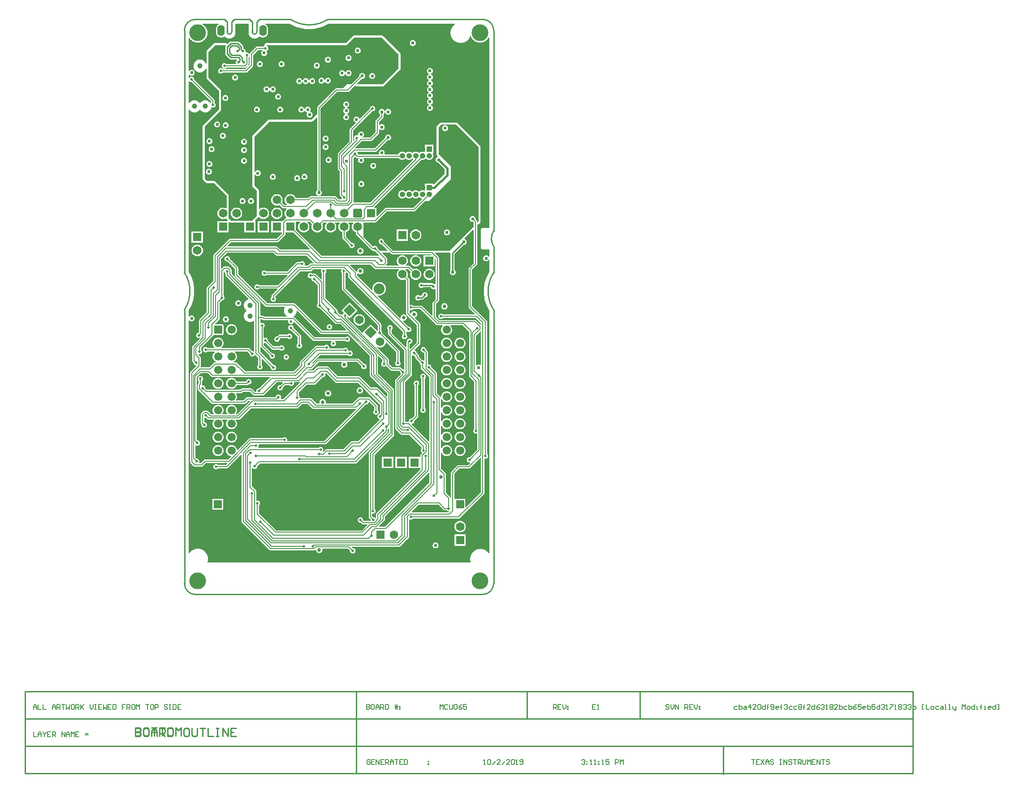
<source format=gbl>
G04*
G04 #@! TF.GenerationSoftware,Altium Limited,Altium Designer,18.1.9 (240)*
G04*
G04 Layer_Physical_Order=4*
G04 Layer_Color=16711680*
%FSLAX25Y25*%
%MOIN*%
G70*
G01*
G75*
%ADD15C,0.01000*%
%ADD19C,0.00600*%
%ADD22C,0.00394*%
%ADD115C,0.01968*%
%ADD119C,0.01500*%
%ADD126C,0.11024*%
%ADD127R,0.06496X0.06496*%
%ADD128C,0.06496*%
%ADD129R,0.05906X0.05906*%
%ADD130C,0.05906*%
%ADD131C,0.06102*%
G04:AMPARAMS|DCode=132|XSize=61.02mil|YSize=61.02mil|CornerRadius=1.83mil|HoleSize=0mil|Usage=FLASHONLY|Rotation=270.000|XOffset=0mil|YOffset=0mil|HoleType=Round|Shape=RoundedRectangle|*
%AMROUNDEDRECTD132*
21,1,0.06102,0.05736,0,0,270.0*
21,1,0.05736,0.06102,0,0,270.0*
1,1,0.00366,-0.02868,-0.02868*
1,1,0.00366,-0.02868,0.02868*
1,1,0.00366,0.02868,0.02868*
1,1,0.00366,0.02868,-0.02868*
%
%ADD132ROUNDEDRECTD132*%
G04:AMPARAMS|DCode=133|XSize=64.96mil|YSize=64.96mil|CornerRadius=8.12mil|HoleSize=0mil|Usage=FLASHONLY|Rotation=180.000|XOffset=0mil|YOffset=0mil|HoleType=Round|Shape=RoundedRectangle|*
%AMROUNDEDRECTD133*
21,1,0.06496,0.04872,0,0,180.0*
21,1,0.04872,0.06496,0,0,180.0*
1,1,0.01624,-0.02436,0.02436*
1,1,0.01624,0.02436,0.02436*
1,1,0.01624,0.02436,-0.02436*
1,1,0.01624,-0.02436,-0.02436*
%
%ADD133ROUNDEDRECTD133*%
%ADD134C,0.08000*%
%ADD135P,0.09187X4X360.0*%
%ADD136C,0.06299*%
%ADD137R,0.06299X0.06299*%
%ADD138C,0.03900*%
%ADD139R,0.04134X0.04134*%
%ADD140C,0.04134*%
%ADD141R,0.06496X0.06496*%
G04:AMPARAMS|DCode=142|XSize=82.68mil|YSize=55.12mil|CornerRadius=27.56mil|HoleSize=0mil|Usage=FLASHONLY|Rotation=270.000|XOffset=0mil|YOffset=0mil|HoleType=Round|Shape=RoundedRectangle|*
%AMROUNDEDRECTD142*
21,1,0.08268,0.00000,0,0,270.0*
21,1,0.02756,0.05512,0,0,270.0*
1,1,0.05512,0.00000,-0.01378*
1,1,0.05512,0.00000,0.01378*
1,1,0.05512,0.00000,0.01378*
1,1,0.05512,0.00000,-0.01378*
%
%ADD142ROUNDEDRECTD142*%
%ADD143C,0.12500*%
%ADD144C,0.02000*%
%ADD145C,0.02400*%
%ADD146C,0.02700*%
G36*
X191334Y414226D02*
X191333Y414195D01*
X190768Y413776D01*
X190218Y413278D01*
X189720Y412728D01*
X189278Y412133D01*
X188897Y411496D01*
X188580Y410826D01*
X188330Y410127D01*
X188150Y409408D01*
X188041Y408674D01*
X188004Y407933D01*
X188041Y407192D01*
X188150Y406458D01*
X188330Y405739D01*
X188580Y405040D01*
X188897Y404370D01*
X189278Y403733D01*
X189720Y403137D01*
X190218Y402588D01*
X190768Y402090D01*
X191364Y401648D01*
X192000Y401266D01*
X192671Y400949D01*
X193369Y400699D01*
X194089Y400519D01*
X194823Y400410D01*
X195563Y400374D01*
X196304Y400410D01*
X197038Y400519D01*
X197758Y400699D01*
X198456Y400949D01*
X199127Y401266D01*
X199763Y401648D01*
X200359Y402090D01*
X200909Y402588D01*
X201407Y403137D01*
X201849Y403733D01*
X202230Y404370D01*
X202547Y405040D01*
X202723Y405531D01*
X203148D01*
X203294Y405122D01*
X203598Y404478D01*
X203965Y403867D01*
X204389Y403295D01*
X204867Y402767D01*
X205395Y402289D01*
X205967Y401865D01*
X206578Y401498D01*
X207222Y401194D01*
X207893Y400954D01*
X208584Y400781D01*
X209289Y400676D01*
X210000Y400641D01*
X210712Y400676D01*
X211416Y400781D01*
X212107Y400954D01*
X212778Y401194D01*
X213422Y401498D01*
X214033Y401865D01*
X214605Y402289D01*
X215133Y402767D01*
X215611Y403295D01*
X216035Y403867D01*
X216342Y404380D01*
X216742Y404269D01*
Y262684D01*
X212100D01*
X211796Y262654D01*
X211504Y262565D01*
X211235Y262421D01*
X210999Y262228D01*
X210805Y261992D01*
X210661Y261722D01*
X210572Y261430D01*
X210542Y261126D01*
X210542Y261126D01*
Y248327D01*
X210542Y248326D01*
X210572Y248023D01*
X210661Y247730D01*
X210805Y247461D01*
X210999Y247225D01*
X210999Y247225D01*
X211235Y247031D01*
X211504Y246887D01*
X211796Y246799D01*
X212100Y246769D01*
X212100Y246769D01*
X216742D01*
X216742Y241340D01*
X216342Y241237D01*
X216218Y241439D01*
X215993Y241703D01*
X215730Y241927D01*
X215435Y242108D01*
X215115Y242241D01*
X214778Y242322D01*
X214433Y242349D01*
X214088Y242322D01*
X213751Y242241D01*
X213431Y242108D01*
X213136Y241927D01*
X212872Y241703D01*
X212647Y241439D01*
X212466Y241144D01*
X212334Y240824D01*
X212253Y240487D01*
X212226Y240142D01*
X212253Y239797D01*
X212334Y239460D01*
X212466Y239140D01*
X212647Y238845D01*
X212872Y238582D01*
X213136Y238357D01*
X213431Y238176D01*
X213751Y238043D01*
X214088Y237963D01*
X214433Y237935D01*
X214778Y237963D01*
X215115Y238043D01*
X215435Y238176D01*
X215730Y238357D01*
X215993Y238582D01*
X216218Y238845D01*
X216342Y239047D01*
X216742Y238944D01*
X216742Y229882D01*
X216431Y229375D01*
X215743Y228107D01*
X215122Y226804D01*
X214569Y225471D01*
X214088Y224111D01*
X213678Y222728D01*
X213341Y221325D01*
X213078Y219906D01*
X212890Y218476D01*
X212777Y217037D01*
X212739Y215595D01*
X212777Y214153D01*
X212890Y212714D01*
X213078Y211284D01*
X213341Y209865D01*
X213678Y208462D01*
X214088Y207079D01*
X214569Y205718D01*
X215122Y204385D01*
X215743Y203083D01*
X216431Y201815D01*
X216742Y201307D01*
Y20728D01*
X216342Y20596D01*
X216033Y21013D01*
X215535Y21563D01*
X214985Y22061D01*
X214390Y22503D01*
X213753Y22884D01*
X213083Y23201D01*
X212384Y23451D01*
X211665Y23631D01*
X210931Y23740D01*
X210190Y23777D01*
X209449Y23740D01*
X208715Y23631D01*
X207996Y23451D01*
X207297Y23201D01*
X206627Y22884D01*
X205990Y22503D01*
X205395Y22061D01*
X204845Y21563D01*
X204347Y21013D01*
X203905Y20417D01*
X203523Y19781D01*
X203206Y19110D01*
X202956Y18412D01*
X202776Y17692D01*
X202667Y16959D01*
X202631Y16218D01*
X202667Y15477D01*
X202776Y14743D01*
X202938Y14098D01*
X202764Y13751D01*
X202727Y13698D01*
X7418D01*
X7188Y14025D01*
X7234Y14153D01*
X7414Y14873D01*
X7523Y15607D01*
X7559Y16348D01*
X7523Y17088D01*
X7414Y17822D01*
X7234Y18542D01*
X6984Y19240D01*
X6667Y19911D01*
X6285Y20547D01*
X5843Y21143D01*
X5345Y21693D01*
X4795Y22191D01*
X4200Y22633D01*
X3563Y23014D01*
X2893Y23331D01*
X2194Y23581D01*
X1475Y23762D01*
X741Y23870D01*
X0Y23907D01*
X-741Y23870D01*
X-1475Y23762D01*
X-2194Y23581D01*
X-2893Y23331D01*
X-3563Y23014D01*
X-4200Y22633D01*
X-4795Y22191D01*
X-5345Y21693D01*
X-5843Y21143D01*
X-6285Y20547D01*
X-6342Y20452D01*
X-6742Y20562D01*
Y193907D01*
X-6452Y194028D01*
X-6342Y194032D01*
X-6144Y193799D01*
X-5880Y193575D01*
X-5585Y193394D01*
X-5265Y193261D01*
X-4928Y193180D01*
X-4583Y193153D01*
X-4238Y193180D01*
X-3901Y193261D01*
X-3581Y193394D01*
X-3286Y193575D01*
X-3023Y193799D01*
X-2798Y194063D01*
X-2617Y194358D01*
X-2485Y194678D01*
X-2404Y195015D01*
X-2376Y195360D01*
X-2404Y195705D01*
X-2485Y196042D01*
X-2617Y196362D01*
X-2798Y196657D01*
X-3023Y196920D01*
X-3286Y197145D01*
X-3581Y197326D01*
X-3901Y197459D01*
X-4238Y197539D01*
X-4583Y197567D01*
X-4928Y197539D01*
X-5265Y197459D01*
X-5585Y197326D01*
X-5880Y197145D01*
X-6144Y196920D01*
X-6342Y196688D01*
X-6452Y196692D01*
X-6742Y196812D01*
Y201250D01*
X-6346Y201897D01*
X-5658Y203165D01*
X-5037Y204467D01*
X-4485Y205800D01*
X-4003Y207160D01*
X-3593Y208543D01*
X-3256Y209946D01*
X-2993Y211365D01*
X-2805Y212796D01*
X-2692Y214234D01*
X-2654Y215676D01*
X-2692Y217119D01*
X-2805Y218557D01*
X-2993Y219988D01*
X-3256Y221406D01*
X-3593Y222809D01*
X-4003Y224193D01*
X-4485Y225553D01*
X-5037Y226886D01*
X-5658Y228188D01*
X-6346Y229456D01*
X-6742Y230102D01*
Y350636D01*
X-6676Y350687D01*
X-6139Y350600D01*
X-6039Y350450D01*
X-5646Y350002D01*
X-5197Y349609D01*
X-4701Y349277D01*
X-4166Y349014D01*
X-3601Y348822D01*
X-3016Y348706D01*
X-2421Y348667D01*
X-1826Y348706D01*
X-1241Y348822D01*
X-676Y349014D01*
X-141Y349277D01*
X355Y349609D01*
X803Y350002D01*
X1196Y350450D01*
X1338Y350663D01*
X1819D01*
X1961Y350450D01*
X2355Y350002D01*
X2803Y349609D01*
X3299Y349277D01*
X3834Y349014D01*
X4399Y348822D01*
X4984Y348706D01*
X5579Y348667D01*
X6174Y348706D01*
X6759Y348822D01*
X7324Y349014D01*
X7859Y349277D01*
X8355Y349609D01*
X8803Y350002D01*
X9196Y350450D01*
X9528Y350946D01*
X9791Y351481D01*
X9983Y352046D01*
X10002Y352140D01*
X10450Y352354D01*
X10827Y352239D01*
X11220Y352201D01*
X11612Y352239D01*
X11989Y352354D01*
X12336Y352539D01*
X12641Y352789D01*
X12890Y353094D01*
X13076Y353441D01*
X13191Y353818D01*
X13229Y354210D01*
X13191Y354603D01*
X13076Y354979D01*
X12890Y355327D01*
X12641Y355631D01*
X12526Y355726D01*
Y357352D01*
X12501Y357607D01*
X12426Y357852D01*
X12306Y358078D01*
X12143Y358276D01*
X12143Y358276D01*
X-2660Y373078D01*
X-2645Y373226D01*
X-2684Y373618D01*
X-2798Y373995D01*
X-2984Y374343D01*
X-3234Y374647D01*
X-3539Y374897D01*
X-3886Y375083D01*
X-4263Y375197D01*
X-4655Y375236D01*
X-5047Y375197D01*
X-5424Y375083D01*
X-5771Y374897D01*
X-6076Y374647D01*
X-6326Y374343D01*
X-6342Y374312D01*
X-6742Y374412D01*
Y376816D01*
X-6343Y376929D01*
X-6118Y376666D01*
X-5855Y376441D01*
X-5559Y376260D01*
X-5239Y376128D01*
X-4903Y376047D01*
X-4557Y376020D01*
X-4212Y376047D01*
X-3875Y376128D01*
X-3556Y376260D01*
X-3260Y376441D01*
X-2997Y376666D01*
X-2772Y376929D01*
X-2591Y377224D01*
X-2459Y377544D01*
X-2378Y377881D01*
X-2351Y378226D01*
X-2378Y378572D01*
X-2459Y378908D01*
X-2591Y379228D01*
X-2772Y379523D01*
X-2997Y379787D01*
X-3260Y380012D01*
X-3556Y380193D01*
X-3875Y380325D01*
X-4212Y380406D01*
X-4557Y380433D01*
X-4903Y380406D01*
X-5239Y380325D01*
X-5559Y380193D01*
X-5855Y380012D01*
X-6118Y379787D01*
X-6343Y379523D01*
X-6742Y379637D01*
Y404269D01*
X-6342Y404380D01*
X-6035Y403867D01*
X-5611Y403295D01*
X-5133Y402767D01*
X-4605Y402289D01*
X-4033Y401865D01*
X-3422Y401498D01*
X-2778Y401194D01*
X-2107Y400954D01*
X-1416Y400781D01*
X-711Y400676D01*
X0Y400641D01*
X711Y400676D01*
X1416Y400781D01*
X2107Y400954D01*
X2778Y401194D01*
X3422Y401498D01*
X4033Y401865D01*
X4605Y402289D01*
X5133Y402767D01*
X5611Y403295D01*
X6035Y403867D01*
X6402Y404478D01*
X6706Y405122D01*
X6946Y405793D01*
X7119Y406484D01*
X7224Y407189D01*
X7259Y407900D01*
X7224Y408611D01*
X7119Y409316D01*
X6946Y410007D01*
X6706Y410678D01*
X6402Y411322D01*
X6035Y411933D01*
X5611Y412505D01*
X5133Y413033D01*
X4605Y413511D01*
X4033Y413935D01*
X3599Y414195D01*
X3710Y414595D01*
X15392D01*
X15485Y414195D01*
X15446Y414176D01*
X15036Y413902D01*
X14666Y413578D01*
X14341Y413207D01*
X14068Y412798D01*
X13850Y412357D01*
X13692Y411890D01*
X13596Y411408D01*
X13564Y410916D01*
Y408160D01*
X13596Y407669D01*
X13692Y407186D01*
X13850Y406720D01*
X14068Y406278D01*
X14341Y405869D01*
X14666Y405499D01*
X15036Y405174D01*
X15446Y404901D01*
X15887Y404683D01*
X16353Y404525D01*
X16836Y404428D01*
X17327Y404396D01*
X17819Y404428D01*
X18302Y404525D01*
X18768Y404683D01*
X19209Y404901D01*
X19619Y405174D01*
X19857Y405382D01*
X19865Y405381D01*
X20263Y404927D01*
X20717Y404529D01*
X21219Y404193D01*
X21761Y403926D01*
X22333Y403732D01*
X22926Y403614D01*
X23528Y403575D01*
X24131Y403614D01*
X24724Y403732D01*
X25295Y403926D01*
X25837Y404193D01*
X26340Y404529D01*
X26794Y404927D01*
X27192Y405381D01*
X27527Y405884D01*
X27690Y406213D01*
X27707Y406245D01*
X27707Y406245D01*
X27707Y406245D01*
X27739Y406305D01*
X27827Y406596D01*
X27828Y406597D01*
X27829Y406610D01*
X27858Y406901D01*
X27858Y406901D01*
Y414539D01*
X27914Y414595D01*
X37844D01*
X37900Y414539D01*
Y406901D01*
X37929Y406610D01*
X37930Y406597D01*
X37930Y406596D01*
X38019Y406305D01*
X38050Y406245D01*
X38050Y406245D01*
X38050D01*
X38068Y406212D01*
X38230Y405884D01*
X38565Y405381D01*
X38964Y404927D01*
X39418Y404529D01*
X39920Y404193D01*
X40462Y403926D01*
X41034Y403732D01*
X41626Y403614D01*
X42229Y403575D01*
X42832Y403614D01*
X43424Y403732D01*
X43996Y403926D01*
X44538Y404193D01*
X45040Y404529D01*
X45494Y404927D01*
X45893Y405381D01*
X45901Y405382D01*
X46139Y405174D01*
X46548Y404901D01*
X46990Y404683D01*
X47456Y404525D01*
X47939Y404428D01*
X48430Y404396D01*
X48921Y404428D01*
X49404Y404525D01*
X49870Y404683D01*
X50312Y404901D01*
X50721Y405174D01*
X51091Y405499D01*
X51416Y405869D01*
X51690Y406278D01*
X51907Y406720D01*
X52066Y407186D01*
X52162Y407669D01*
X52194Y408160D01*
Y410916D01*
X52162Y411408D01*
X52066Y411890D01*
X51907Y412357D01*
X51690Y412798D01*
X51416Y413207D01*
X51091Y413578D01*
X50721Y413902D01*
X50312Y414176D01*
X50273Y414195D01*
X50366Y414595D01*
X68521D01*
X69029Y414284D01*
X70297Y413595D01*
X71599Y412974D01*
X72932Y412422D01*
X74292Y411940D01*
X75676Y411531D01*
X77079Y411194D01*
X78498Y410931D01*
X79928Y410743D01*
X81366Y410629D01*
X82809Y410592D01*
X84251Y410629D01*
X85690Y410743D01*
X87120Y410931D01*
X88539Y411194D01*
X89942Y411531D01*
X91325Y411940D01*
X92685Y412422D01*
X94018Y412974D01*
X95321Y413595D01*
X96588Y414284D01*
X97097Y414595D01*
X191061D01*
X191334Y414226D01*
D02*
G37*
G36*
X-6326Y372110D02*
X-6076Y371805D01*
X-5771Y371555D01*
X-5424Y371370D01*
X-5047Y371255D01*
X-4655Y371217D01*
X-4507Y371231D01*
X9913Y356811D01*
Y355901D01*
X9523Y355702D01*
X9371Y355741D01*
X9196Y356002D01*
X8803Y356451D01*
X8355Y356844D01*
X7859Y357175D01*
X7324Y357439D01*
X6759Y357631D01*
X6174Y357747D01*
X5579Y357786D01*
X4984Y357747D01*
X4399Y357631D01*
X3834Y357439D01*
X3299Y357175D01*
X2803Y356844D01*
X2355Y356451D01*
X1961Y356002D01*
X1819Y355790D01*
X1338D01*
X1196Y356002D01*
X803Y356451D01*
X355Y356844D01*
X-141Y357175D01*
X-676Y357439D01*
X-1241Y357631D01*
X-1826Y357747D01*
X-2421Y357786D01*
X-3016Y357747D01*
X-3601Y357631D01*
X-4166Y357439D01*
X-4701Y357175D01*
X-5197Y356844D01*
X-5646Y356451D01*
X-6039Y356002D01*
X-6139Y355853D01*
X-6676Y355766D01*
X-6742Y355817D01*
Y372041D01*
X-6342Y372141D01*
X-6326Y372110D01*
D02*
G37*
%LPC*%
G36*
X116358Y405880D02*
X116063Y405851D01*
X115781Y405765D01*
X115520Y405626D01*
X115292Y405439D01*
X110115Y400261D01*
X51082D01*
X51045Y400258D01*
X51008Y400260D01*
X50898Y400243D01*
X50788Y400233D01*
X50752Y400222D01*
X50716Y400216D01*
X50611Y400179D01*
X50505Y400147D01*
X50472Y400129D01*
X50437Y400117D01*
X50342Y400060D01*
X50244Y400007D01*
X50216Y399984D01*
X50184Y399965D01*
X50102Y399890D01*
X50016Y399820D01*
X49992Y399791D01*
X49965Y399766D01*
X49899Y399677D01*
X49828Y399592D01*
X49811Y399559D01*
X49789Y399529D01*
X49742Y399429D01*
X49689Y399331D01*
X49678Y399295D01*
X49663Y399262D01*
X49636Y399154D01*
X49603Y399048D01*
X49600Y399011D01*
X49591Y398975D01*
X49531Y398575D01*
X49530Y398538D01*
X49522Y398502D01*
Y398391D01*
X49517Y398280D01*
X49520Y398261D01*
X49271Y398128D01*
X48967Y397878D01*
X48873Y397763D01*
X44367D01*
X44112Y397738D01*
X43867Y397663D01*
X43641Y397543D01*
X43443Y397380D01*
X39025Y392963D01*
X38863Y392765D01*
X38742Y392539D01*
X38710Y392433D01*
X38289Y392373D01*
X38232Y392479D01*
X37982Y392784D01*
X37678Y393034D01*
X37330Y393220D01*
X36953Y393334D01*
X36561Y393373D01*
X36169Y393334D01*
X35792Y393220D01*
X35767Y393207D01*
X35561Y393348D01*
X35453Y393492D01*
X35550Y393811D01*
X35588Y394203D01*
X35550Y394595D01*
X35435Y394972D01*
X35250Y395319D01*
X35000Y395624D01*
X34695Y395874D01*
X34348Y396059D01*
X33971Y396174D01*
X33886Y396182D01*
Y397501D01*
X33857Y397795D01*
X33771Y398078D01*
X33632Y398338D01*
X33444Y398567D01*
X31089Y400922D01*
X30860Y401110D01*
X30600Y401249D01*
X30317Y401335D01*
X30023Y401364D01*
X24559D01*
X24265Y401335D01*
X23982Y401249D01*
X23722Y401110D01*
X23493Y400922D01*
X22377Y399806D01*
X21868Y399820D01*
X21640Y400007D01*
X21379Y400147D01*
X21097Y400233D01*
X20803Y400261D01*
X12857D01*
X12563Y400233D01*
X12280Y400147D01*
X12019Y400007D01*
X11791Y399820D01*
X6835Y394864D01*
X6647Y394635D01*
X6508Y394375D01*
X6422Y394092D01*
X6393Y393798D01*
Y385061D01*
X5993Y384981D01*
X5865Y385291D01*
X5607Y385757D01*
X5298Y386193D01*
X4943Y386590D01*
X4545Y386946D01*
X4110Y387255D01*
X3643Y387513D01*
X3150Y387717D01*
X2637Y387864D01*
X2111Y387954D01*
X1579Y387984D01*
X1046Y387954D01*
X520Y387864D01*
X7Y387717D01*
X-485Y387513D01*
X-952Y387255D01*
X-1388Y386946D01*
X-1785Y386590D01*
X-2141Y386193D01*
X-2450Y385757D01*
X-2708Y385291D01*
X-2912Y384798D01*
X-3060Y384285D01*
X-3149Y383759D01*
X-3179Y383226D01*
X-3149Y382694D01*
X-3060Y382168D01*
X-2912Y381655D01*
X-2708Y381162D01*
X-2450Y380695D01*
X-2141Y380260D01*
X-1785Y379862D01*
X-1388Y379507D01*
X-952Y379198D01*
X-485Y378940D01*
X7Y378736D01*
X520Y378588D01*
X1046Y378499D01*
X1579Y378469D01*
X2111Y378499D01*
X2637Y378588D01*
X3150Y378736D01*
X3643Y378940D01*
X4110Y379198D01*
X4545Y379507D01*
X4943Y379862D01*
X5298Y380260D01*
X5607Y380695D01*
X5865Y381162D01*
X5993Y381471D01*
X6393Y381392D01*
Y374620D01*
X6422Y374326D01*
X6508Y374044D01*
X6647Y373783D01*
X6835Y373555D01*
X15788Y364601D01*
Y350991D01*
X4123Y339326D01*
X3935Y339098D01*
X3796Y338837D01*
X3710Y338554D01*
X3681Y338260D01*
X3681Y299475D01*
X3710Y299181D01*
X3796Y298898D01*
X3935Y298637D01*
X4123Y298409D01*
X5982Y296550D01*
X6210Y296362D01*
X6471Y296223D01*
X6753Y296137D01*
X7047Y296108D01*
X11951Y296108D01*
X21461Y286598D01*
X21461Y277398D01*
X21061Y277185D01*
X20929Y277273D01*
X20429Y277519D01*
X19902Y277698D01*
X19356Y277807D01*
X18800Y277843D01*
X18244Y277807D01*
X17698Y277698D01*
X17171Y277519D01*
X16671Y277273D01*
X16208Y276964D01*
X15790Y276596D01*
X15423Y276178D01*
X15113Y275715D01*
X14867Y275215D01*
X14688Y274688D01*
X14579Y274142D01*
X14543Y273586D01*
X14579Y273031D01*
X14688Y272484D01*
X14867Y271957D01*
X15113Y271458D01*
X15423Y270995D01*
X15790Y270576D01*
X16208Y270209D01*
X16671Y269900D01*
X17171Y269653D01*
X17698Y269474D01*
X18244Y269366D01*
X18800Y269329D01*
X19356Y269366D01*
X19902Y269474D01*
X20429Y269653D01*
X20929Y269900D01*
X21061Y269988D01*
X21247Y269937D01*
X21471Y269781D01*
X21490Y269586D01*
X21576Y269303D01*
X21715Y269042D01*
X21902Y268814D01*
X22512Y268204D01*
X22359Y267834D01*
X14552D01*
Y259338D01*
X23048D01*
Y267146D01*
X23418Y267299D01*
X23687Y267029D01*
X23916Y266841D01*
X24177Y266702D01*
X24459Y266616D01*
X24753Y266587D01*
X34552Y266587D01*
Y259338D01*
X43048D01*
Y267834D01*
X42827D01*
X42674Y268204D01*
X45052Y270582D01*
X45149Y270700D01*
X45540Y270763D01*
X45604Y270754D01*
X45652Y270733D01*
X45790Y270576D01*
X46208Y270209D01*
X46671Y269900D01*
X47171Y269653D01*
X47698Y269474D01*
X48244Y269366D01*
X48800Y269329D01*
X49356Y269366D01*
X49902Y269474D01*
X50429Y269653D01*
X50929Y269900D01*
X51392Y270209D01*
X51810Y270576D01*
X52177Y270995D01*
X52487Y271458D01*
X52733Y271957D01*
X52912Y272484D01*
X53021Y273031D01*
X53057Y273586D01*
X53021Y274142D01*
X52912Y274688D01*
X52733Y275215D01*
X52487Y275715D01*
X52177Y276178D01*
X51810Y276596D01*
X51392Y276964D01*
X50929Y277273D01*
X50429Y277519D01*
X49902Y277698D01*
X49356Y277807D01*
X48800Y277843D01*
X48244Y277807D01*
X47698Y277698D01*
X47171Y277519D01*
X46671Y277273D01*
X46208Y276964D01*
X45893Y276687D01*
X45493Y276831D01*
X45493Y290448D01*
X45475Y290633D01*
X45464Y290742D01*
X45464Y290742D01*
X45378Y291024D01*
X45378Y291024D01*
X45319Y291135D01*
X45239Y291285D01*
X45052Y291513D01*
X42203Y294362D01*
X42203Y302509D01*
X42603Y302588D01*
X42643Y302492D01*
X42824Y302196D01*
X43049Y301933D01*
X43312Y301708D01*
X43608Y301527D01*
X43927Y301395D01*
X44264Y301314D01*
X44609Y301287D01*
X44955Y301314D01*
X45291Y301395D01*
X45611Y301527D01*
X45907Y301708D01*
X46170Y301933D01*
X46395Y302196D01*
X46576Y302492D01*
X46708Y302812D01*
X46789Y303148D01*
X46816Y303493D01*
X46789Y303839D01*
X46708Y304175D01*
X46576Y304495D01*
X46395Y304791D01*
X46170Y305054D01*
X45907Y305279D01*
X45611Y305460D01*
X45291Y305592D01*
X44955Y305673D01*
X44609Y305700D01*
X44264Y305673D01*
X43927Y305592D01*
X43608Y305460D01*
X43312Y305279D01*
X43049Y305054D01*
X42824Y304791D01*
X42643Y304495D01*
X42603Y304399D01*
X42203Y304478D01*
X42203Y330671D01*
X53372Y341840D01*
X84663Y341841D01*
X84957Y341870D01*
X85240Y341956D01*
X85500Y342095D01*
X85729Y342283D01*
X88398Y344952D01*
X88768Y344799D01*
Y290682D01*
X88514Y290464D01*
X88289Y290201D01*
X88108Y289906D01*
X87975Y289586D01*
X87894Y289249D01*
X87867Y288904D01*
X87894Y288559D01*
X87975Y288222D01*
X88108Y287902D01*
X88289Y287607D01*
X88514Y287344D01*
X88777Y287119D01*
X89072Y286938D01*
X89392Y286805D01*
X89729Y286724D01*
X90074Y286697D01*
X90419Y286724D01*
X90756Y286805D01*
X91076Y286938D01*
X91371Y287119D01*
X91635Y287344D01*
X91860Y287607D01*
X92040Y287902D01*
X92173Y288222D01*
X92254Y288559D01*
X92281Y288904D01*
X92254Y289249D01*
X92173Y289586D01*
X92040Y289906D01*
X91860Y290201D01*
X91635Y290464D01*
X91380Y290682D01*
Y351533D01*
X103834Y363987D01*
X111693D01*
X111948Y364012D01*
X112193Y364087D01*
X112419Y364207D01*
X112617Y364370D01*
X116792Y368545D01*
X117301Y368531D01*
X117529Y368343D01*
X117790Y368204D01*
X118073Y368119D01*
X118367Y368090D01*
X137648Y368090D01*
X137942Y368119D01*
X138224Y368204D01*
X138485Y368343D01*
X138714Y368531D01*
X150438Y380255D01*
X150625Y380484D01*
X150765Y380744D01*
X150850Y381027D01*
X150879Y381321D01*
X150879Y391879D01*
X150850Y392173D01*
X150764Y392456D01*
X150625Y392717D01*
X150438Y392945D01*
X137944Y405439D01*
X137716Y405626D01*
X137455Y405765D01*
X137172Y405851D01*
X136878Y405880D01*
X116358Y405880D01*
D02*
G37*
G36*
X159951Y402556D02*
X159606Y402528D01*
X159269Y402448D01*
X158949Y402315D01*
X158654Y402134D01*
X158390Y401909D01*
X158166Y401646D01*
X157985Y401351D01*
X157852Y401031D01*
X157771Y400694D01*
X157744Y400349D01*
X157771Y400003D01*
X157852Y399667D01*
X157985Y399347D01*
X158166Y399052D01*
X158390Y398788D01*
X158654Y398563D01*
X158949Y398382D01*
X159269Y398250D01*
X159606Y398169D01*
X159951Y398142D01*
X160296Y398169D01*
X160633Y398250D01*
X160953Y398382D01*
X161248Y398563D01*
X161511Y398788D01*
X161736Y399052D01*
X161917Y399347D01*
X162050Y399667D01*
X162130Y400003D01*
X162158Y400349D01*
X162130Y400694D01*
X162050Y401031D01*
X161917Y401351D01*
X161736Y401646D01*
X161511Y401909D01*
X161248Y402134D01*
X160953Y402315D01*
X160633Y402448D01*
X160296Y402528D01*
X159951Y402556D01*
D02*
G37*
G36*
X172694Y381823D02*
X172349Y381795D01*
X172012Y381715D01*
X171692Y381582D01*
X171397Y381401D01*
X171133Y381176D01*
X170909Y380913D01*
X170728Y380618D01*
X170595Y380298D01*
X170514Y379961D01*
X170487Y379616D01*
X170514Y379271D01*
X170595Y378934D01*
X170728Y378614D01*
X170909Y378319D01*
X171133Y378055D01*
X171397Y377830D01*
X171692Y377649D01*
X171993Y377525D01*
X172012Y377475D01*
Y377160D01*
X171993Y377110D01*
X171692Y376985D01*
X171397Y376804D01*
X171133Y376579D01*
X170909Y376316D01*
X170728Y376021D01*
X170595Y375701D01*
X170514Y375364D01*
X170487Y375019D01*
X170514Y374674D01*
X170595Y374337D01*
X170728Y374017D01*
X170909Y373722D01*
X171133Y373459D01*
X171397Y373234D01*
X171692Y373053D01*
X171993Y372928D01*
X172012Y372878D01*
Y372563D01*
X171993Y372514D01*
X171692Y372389D01*
X171397Y372208D01*
X171133Y371983D01*
X170909Y371720D01*
X170728Y371424D01*
X170595Y371104D01*
X170514Y370768D01*
X170487Y370422D01*
X170514Y370077D01*
X170595Y369741D01*
X170728Y369421D01*
X170909Y369125D01*
X171133Y368862D01*
X171397Y368637D01*
X171692Y368456D01*
X171993Y368331D01*
X172012Y368281D01*
Y367967D01*
X171993Y367917D01*
X171692Y367792D01*
X171397Y367611D01*
X171133Y367386D01*
X170909Y367123D01*
X170728Y366828D01*
X170595Y366508D01*
X170514Y366171D01*
X170487Y365826D01*
X170514Y365481D01*
X170595Y365144D01*
X170728Y364824D01*
X170909Y364529D01*
X171133Y364265D01*
X171397Y364040D01*
X171692Y363860D01*
X171993Y363735D01*
X172012Y363685D01*
Y363370D01*
X171993Y363320D01*
X171692Y363195D01*
X171397Y363015D01*
X171133Y362790D01*
X170909Y362526D01*
X170728Y362231D01*
X170595Y361911D01*
X170514Y361574D01*
X170487Y361229D01*
X170514Y360884D01*
X170595Y360547D01*
X170728Y360227D01*
X170909Y359932D01*
X171133Y359669D01*
X171397Y359444D01*
X171692Y359263D01*
X171993Y359138D01*
X172012Y359088D01*
Y358773D01*
X171993Y358723D01*
X171692Y358599D01*
X171397Y358418D01*
X171133Y358193D01*
X170909Y357930D01*
X170728Y357634D01*
X170595Y357314D01*
X170514Y356978D01*
X170487Y356632D01*
X170514Y356287D01*
X170595Y355950D01*
X170728Y355631D01*
X170909Y355335D01*
X171133Y355072D01*
X171397Y354847D01*
X171692Y354666D01*
X171993Y354541D01*
X172012Y354491D01*
Y354177D01*
X171993Y354127D01*
X171692Y354002D01*
X171397Y353821D01*
X171133Y353596D01*
X170909Y353333D01*
X170728Y353038D01*
X170595Y352718D01*
X170514Y352381D01*
X170487Y352036D01*
X170514Y351691D01*
X170595Y351354D01*
X170728Y351034D01*
X170909Y350739D01*
X171133Y350475D01*
X171397Y350251D01*
X171692Y350069D01*
X172012Y349937D01*
X172349Y349856D01*
X172694Y349829D01*
X173039Y349856D01*
X173376Y349937D01*
X173696Y350069D01*
X173991Y350251D01*
X174254Y350475D01*
X174479Y350739D01*
X174660Y351034D01*
X174793Y351354D01*
X174873Y351691D01*
X174901Y352036D01*
X174873Y352381D01*
X174793Y352718D01*
X174660Y353038D01*
X174479Y353333D01*
X174254Y353596D01*
X173991Y353821D01*
X173696Y354002D01*
X173395Y354127D01*
X173376Y354177D01*
Y354491D01*
X173395Y354541D01*
X173696Y354666D01*
X173991Y354847D01*
X174254Y355072D01*
X174479Y355335D01*
X174660Y355631D01*
X174793Y355950D01*
X174873Y356287D01*
X174901Y356632D01*
X174873Y356978D01*
X174793Y357314D01*
X174660Y357634D01*
X174479Y357930D01*
X174254Y358193D01*
X173991Y358418D01*
X173696Y358599D01*
X173395Y358723D01*
X173376Y358773D01*
Y359088D01*
X173395Y359138D01*
X173696Y359263D01*
X173991Y359444D01*
X174254Y359669D01*
X174479Y359932D01*
X174660Y360227D01*
X174793Y360547D01*
X174873Y360884D01*
X174901Y361229D01*
X174873Y361574D01*
X174793Y361911D01*
X174660Y362231D01*
X174479Y362526D01*
X174254Y362790D01*
X173991Y363015D01*
X173696Y363195D01*
X173395Y363320D01*
X173376Y363370D01*
Y363685D01*
X173395Y363735D01*
X173696Y363860D01*
X173991Y364040D01*
X174254Y364265D01*
X174479Y364529D01*
X174660Y364824D01*
X174793Y365144D01*
X174873Y365481D01*
X174901Y365826D01*
X174873Y366171D01*
X174793Y366508D01*
X174660Y366828D01*
X174479Y367123D01*
X174254Y367386D01*
X173991Y367611D01*
X173696Y367792D01*
X173395Y367917D01*
X173376Y367967D01*
Y368281D01*
X173395Y368331D01*
X173696Y368456D01*
X173991Y368637D01*
X174254Y368862D01*
X174479Y369125D01*
X174660Y369421D01*
X174793Y369741D01*
X174873Y370077D01*
X174901Y370422D01*
X174873Y370768D01*
X174793Y371104D01*
X174660Y371424D01*
X174479Y371720D01*
X174254Y371983D01*
X173991Y372208D01*
X173696Y372389D01*
X173395Y372514D01*
X173376Y372563D01*
Y372878D01*
X173395Y372928D01*
X173696Y373053D01*
X173991Y373234D01*
X174254Y373459D01*
X174479Y373722D01*
X174660Y374017D01*
X174793Y374337D01*
X174873Y374674D01*
X174901Y375019D01*
X174873Y375364D01*
X174793Y375701D01*
X174660Y376021D01*
X174479Y376316D01*
X174254Y376579D01*
X173991Y376804D01*
X173696Y376985D01*
X173395Y377110D01*
X173376Y377160D01*
Y377475D01*
X173395Y377525D01*
X173696Y377649D01*
X173991Y377830D01*
X174254Y378055D01*
X174479Y378319D01*
X174660Y378614D01*
X174793Y378934D01*
X174873Y379271D01*
X174901Y379616D01*
X174873Y379961D01*
X174793Y380298D01*
X174660Y380618D01*
X174479Y380913D01*
X174254Y381176D01*
X173991Y381401D01*
X173696Y381582D01*
X173376Y381715D01*
X173039Y381795D01*
X172694Y381823D01*
D02*
G37*
G36*
X130018Y353547D02*
X129626Y353508D01*
X129249Y353394D01*
X128902Y353208D01*
X128597Y352958D01*
X128347Y352654D01*
X128161Y352306D01*
X128047Y351929D01*
X128008Y351537D01*
X128023Y351389D01*
X120588Y343955D01*
X120147Y344079D01*
X120128Y344160D01*
X119995Y344480D01*
X119814Y344775D01*
X119589Y345038D01*
X119326Y345263D01*
X119031Y345444D01*
X118711Y345577D01*
X118374Y345657D01*
X118029Y345685D01*
X117684Y345657D01*
X117347Y345577D01*
X117027Y345444D01*
X116732Y345263D01*
X116469Y345038D01*
X116244Y344775D01*
X116063Y344480D01*
X115930Y344160D01*
X115849Y343823D01*
X115822Y343478D01*
X115849Y343133D01*
X115930Y342796D01*
X116063Y342476D01*
X116244Y342181D01*
X116469Y341917D01*
X116732Y341693D01*
X117027Y341512D01*
X117347Y341379D01*
X117428Y341360D01*
X117552Y340918D01*
X113401Y336767D01*
X113238Y336569D01*
X113118Y336343D01*
X113043Y336098D01*
X113018Y335843D01*
Y327092D01*
X104450Y318524D01*
X104288Y318325D01*
X104167Y318100D01*
X104093Y317855D01*
X104068Y317600D01*
Y306958D01*
X104093Y306704D01*
X104167Y306458D01*
X104288Y306233D01*
X104450Y306035D01*
X105683Y304802D01*
Y287305D01*
X105708Y287050D01*
X105782Y286805D01*
X105903Y286579D01*
X106065Y286381D01*
X106925Y285521D01*
X106910Y285373D01*
X106949Y284981D01*
X107063Y284604D01*
X107130Y284480D01*
X106890Y284080D01*
X104738D01*
X102909Y285909D01*
X102711Y286071D01*
X102485Y286192D01*
X102240Y286266D01*
X101985Y286291D01*
X84094D01*
X83839Y286266D01*
X83594Y286192D01*
X83368Y286071D01*
X83170Y285909D01*
X82154Y284893D01*
X72843D01*
X72733Y285215D01*
X72487Y285715D01*
X72177Y286178D01*
X71810Y286596D01*
X71392Y286964D01*
X70929Y287273D01*
X70429Y287519D01*
X69902Y287698D01*
X69356Y287807D01*
X68800Y287843D01*
X68244Y287807D01*
X67698Y287698D01*
X67171Y287519D01*
X66671Y287273D01*
X66208Y286964D01*
X65790Y286596D01*
X65423Y286178D01*
X65113Y285715D01*
X64867Y285215D01*
X64688Y284688D01*
X64579Y284142D01*
X64543Y283586D01*
X64579Y283031D01*
X64688Y282485D01*
X64867Y281957D01*
X65113Y281458D01*
X65423Y280995D01*
X65790Y280576D01*
X66184Y280230D01*
X66181Y280143D01*
X66055Y279831D01*
X64403D01*
X62582Y281651D01*
X62733Y281957D01*
X62912Y282485D01*
X63021Y283031D01*
X63057Y283586D01*
X63021Y284142D01*
X62912Y284688D01*
X62733Y285215D01*
X62487Y285715D01*
X62177Y286178D01*
X61810Y286596D01*
X61392Y286964D01*
X60929Y287273D01*
X60429Y287519D01*
X59902Y287698D01*
X59356Y287807D01*
X58800Y287843D01*
X58244Y287807D01*
X57698Y287698D01*
X57171Y287519D01*
X56671Y287273D01*
X56208Y286964D01*
X55790Y286596D01*
X55423Y286178D01*
X55113Y285715D01*
X54867Y285215D01*
X54688Y284688D01*
X54579Y284142D01*
X54543Y283586D01*
X54579Y283031D01*
X54688Y282485D01*
X54867Y281957D01*
X55113Y281458D01*
X55423Y280995D01*
X55790Y280576D01*
X56208Y280209D01*
X56671Y279900D01*
X57171Y279653D01*
X57698Y279474D01*
X58244Y279366D01*
X58800Y279329D01*
X59356Y279366D01*
X59902Y279474D01*
X60429Y279653D01*
X60735Y279804D01*
X62938Y277601D01*
X63136Y277438D01*
X63362Y277317D01*
X63607Y277243D01*
X63862Y277218D01*
X65892D01*
X66042Y276818D01*
X65790Y276596D01*
X65423Y276178D01*
X65113Y275715D01*
X64867Y275215D01*
X64688Y274688D01*
X64579Y274142D01*
X64543Y273586D01*
X64579Y273031D01*
X64688Y272484D01*
X64867Y271957D01*
X65113Y271458D01*
X65423Y270995D01*
X65790Y270576D01*
X65978Y270411D01*
X65844Y269996D01*
X65768Y269989D01*
X65522Y269914D01*
X65297Y269794D01*
X65099Y269631D01*
X65099Y269631D01*
X63417Y267950D01*
X63048Y267834D01*
Y267834D01*
X63048Y267834D01*
X54552D01*
Y259338D01*
X62600D01*
Y258665D01*
X58610Y254675D01*
X24171D01*
X23916Y254650D01*
X23671Y254576D01*
X23445Y254455D01*
X23247Y254292D01*
X23247Y254292D01*
X11888Y242933D01*
X11726Y242735D01*
X11605Y242510D01*
X11531Y242264D01*
X11506Y242010D01*
Y223096D01*
X6930Y218520D01*
X6768Y218322D01*
X6647Y218096D01*
X6572Y217851D01*
X6547Y217597D01*
Y199872D01*
X1433Y194758D01*
X1270Y194560D01*
X1150Y194334D01*
X1075Y194089D01*
X1050Y193834D01*
Y185166D01*
X783Y184826D01*
X390Y184787D01*
X13Y184673D01*
X-334Y184487D01*
X-638Y184237D01*
X-888Y183933D01*
X-1074Y183585D01*
X-1189Y183208D01*
X-1227Y182816D01*
X-1189Y182424D01*
X-1074Y182047D01*
X-888Y181700D01*
X-638Y181395D01*
X-334Y181145D01*
X13Y180959D01*
X390Y180845D01*
X783Y180806D01*
X1175Y180845D01*
X1552Y180959D01*
X1603Y180987D01*
X1844Y180662D01*
X-3766Y175052D01*
X-3929Y174854D01*
X-4050Y174628D01*
X-4124Y174383D01*
X-4149Y174128D01*
Y164057D01*
X-4124Y163802D01*
X-4050Y163557D01*
X-3929Y163331D01*
X-3766Y163133D01*
X-3098Y162464D01*
X-3112Y162316D01*
X-3074Y161924D01*
X-2959Y161547D01*
X-2774Y161200D01*
X-2524Y160895D01*
X-2219Y160645D01*
X-1872Y160460D01*
X-1495Y160345D01*
X-1106Y160307D01*
X-1098Y160298D01*
X-925Y159922D01*
X-5308Y155540D01*
X-5470Y155342D01*
X-5591Y155116D01*
X-5665Y154871D01*
X-5690Y154616D01*
Y88710D01*
X-5665Y88456D01*
X-5591Y88210D01*
X-5470Y87985D01*
X-5308Y87787D01*
X-2951Y85430D01*
X-2951Y85430D01*
X-2753Y85268D01*
X-2527Y85147D01*
X-2282Y85073D01*
X-2027Y85048D01*
X2805D01*
X3060Y85073D01*
X3305Y85147D01*
X3531Y85268D01*
X3729Y85430D01*
X6016Y87718D01*
X21746D01*
X21899Y87349D01*
X20857Y86306D01*
X15068D01*
X14974Y86421D01*
X14669Y86671D01*
X14322Y86857D01*
X13945Y86971D01*
X13552Y87010D01*
X13160Y86971D01*
X12783Y86857D01*
X12436Y86671D01*
X12131Y86421D01*
X11881Y86116D01*
X11696Y85769D01*
X11581Y85392D01*
X11543Y85000D01*
X11581Y84608D01*
X11696Y84231D01*
X11881Y83884D01*
X12131Y83579D01*
X12436Y83329D01*
X12783Y83143D01*
X13160Y83029D01*
X13552Y82990D01*
X13945Y83029D01*
X14322Y83143D01*
X14669Y83329D01*
X14974Y83579D01*
X15068Y83694D01*
X21398D01*
X21653Y83719D01*
X21898Y83793D01*
X22124Y83914D01*
X22322Y84076D01*
X32107Y93862D01*
X32476Y93708D01*
Y44278D01*
X32502Y44023D01*
X32576Y43778D01*
X32697Y43552D01*
X32859Y43354D01*
X53291Y22922D01*
X53291Y22922D01*
X53489Y22760D01*
X53715Y22639D01*
X53960Y22564D01*
X54215Y22539D01*
X86184D01*
X86439Y22564D01*
X86684Y22639D01*
X86910Y22760D01*
X87108Y22922D01*
X87655Y23469D01*
X88042Y23291D01*
X88033Y23169D01*
X88062Y22800D01*
X88148Y22441D01*
X88290Y22099D01*
X88483Y21783D01*
X88723Y21502D01*
X89004Y21262D01*
X89320Y21069D01*
X89662Y20927D01*
X90021Y20841D01*
X90390Y20812D01*
X90759Y20841D01*
X91118Y20927D01*
X91460Y21069D01*
X91776Y21262D01*
X92057Y21502D01*
X92297Y21783D01*
X92490Y22099D01*
X92632Y22441D01*
X92718Y22800D01*
X92747Y23169D01*
X92718Y23538D01*
X92676Y23713D01*
X92932Y24113D01*
X111777D01*
X113335Y22555D01*
X113320Y22408D01*
X113359Y22016D01*
X113473Y21639D01*
X113659Y21291D01*
X113909Y20987D01*
X114214Y20737D01*
X114561Y20551D01*
X114938Y20437D01*
X115330Y20398D01*
X115722Y20437D01*
X116099Y20551D01*
X116446Y20737D01*
X116751Y20987D01*
X117001Y21291D01*
X117187Y21639D01*
X117301Y22016D01*
X117340Y22408D01*
X117301Y22800D01*
X117187Y23177D01*
X117001Y23524D01*
X116751Y23829D01*
X116446Y24079D01*
X116099Y24264D01*
X115722Y24379D01*
X115330Y24417D01*
X115182Y24403D01*
X114528Y25057D01*
X114681Y25427D01*
X149710D01*
X149965Y25452D01*
X150210Y25526D01*
X150435Y25647D01*
X150634Y25809D01*
X156952Y32128D01*
X157115Y32326D01*
X157235Y32552D01*
X157310Y32797D01*
X157335Y33052D01*
X157335Y33052D01*
Y45471D01*
X157735Y45672D01*
X158012Y45588D01*
X158404Y45549D01*
X158797Y45588D01*
X159174Y45702D01*
X159521Y45888D01*
X159826Y46138D01*
X159920Y46253D01*
X193982D01*
X194237Y46278D01*
X194482Y46352D01*
X194707Y46473D01*
X194905Y46635D01*
X212840Y64570D01*
X213003Y64768D01*
X213123Y64994D01*
X213198Y65239D01*
X213223Y65494D01*
X213223Y65494D01*
Y90812D01*
X213500Y91017D01*
X213623Y91032D01*
X213985Y90996D01*
X214378Y91035D01*
X214755Y91149D01*
X215102Y91335D01*
X215407Y91585D01*
X215656Y91890D01*
X215842Y92237D01*
X215957Y92614D01*
X215995Y93006D01*
X215957Y93398D01*
X215842Y93775D01*
X215656Y94123D01*
X215407Y94427D01*
X215292Y94521D01*
Y192209D01*
X215340Y192368D01*
X215365Y192623D01*
X215340Y192877D01*
X215266Y193122D01*
X215145Y193348D01*
X214983Y193546D01*
X204006Y204523D01*
Y231639D01*
X207393Y235026D01*
X207394Y235026D01*
X207556Y235224D01*
X207677Y235450D01*
X207751Y235695D01*
X207776Y235950D01*
Y264949D01*
X208146Y265299D01*
X208440Y265328D01*
X208722Y265414D01*
X208983Y265553D01*
X209211Y265740D01*
X209930Y266459D01*
X210118Y266688D01*
X210257Y266948D01*
X210343Y267231D01*
X210372Y267525D01*
X210372Y322853D01*
X210343Y323147D01*
X210257Y323430D01*
X210118Y323691D01*
X209930Y323919D01*
X193114Y340735D01*
X192885Y340923D01*
X192625Y341062D01*
X192342Y341148D01*
X192048Y341177D01*
X183719Y341177D01*
X181221D01*
X180927Y341148D01*
X180644Y341062D01*
X180383Y340923D01*
X180155Y340735D01*
X178007Y338587D01*
X177819Y338359D01*
X177680Y338098D01*
X177594Y337816D01*
X177565Y337522D01*
X177565Y317795D01*
X177594Y317501D01*
X177680Y317218D01*
X177819Y316958D01*
X178007Y316729D01*
X178695Y316041D01*
X178550Y315620D01*
X178389Y315581D01*
X178069Y315449D01*
X177774Y315268D01*
X177511Y315043D01*
X177286Y314780D01*
X177105Y314484D01*
X176972Y314164D01*
X176892Y313828D01*
X176864Y313482D01*
X176892Y313137D01*
X176972Y312801D01*
X177105Y312481D01*
X177286Y312185D01*
X177511Y311922D01*
X177774Y311697D01*
X178069Y311516D01*
X178389Y311384D01*
X178726Y311303D01*
X178767Y311300D01*
X183706Y306360D01*
Y302876D01*
X175567Y294737D01*
X175167Y294902D01*
Y295753D01*
X169033D01*
Y290568D01*
X168633Y290344D01*
X168497Y290427D01*
X168051Y290612D01*
X167581Y290725D01*
X167100Y290763D01*
X166619Y290725D01*
X166149Y290612D01*
X165703Y290427D01*
X165292Y290175D01*
X164925Y289862D01*
X164863Y289790D01*
X164337D01*
X164275Y289862D01*
X163908Y290175D01*
X163497Y290427D01*
X163051Y290612D01*
X162581Y290725D01*
X162100Y290763D01*
X161619Y290725D01*
X161149Y290612D01*
X160703Y290427D01*
X160292Y290175D01*
X159925Y289862D01*
X159863Y289790D01*
X159337D01*
X159275Y289862D01*
X158908Y290175D01*
X158497Y290427D01*
X158051Y290612D01*
X157581Y290725D01*
X157100Y290763D01*
X156619Y290725D01*
X156149Y290612D01*
X155703Y290427D01*
X155292Y290175D01*
X154925Y289862D01*
X154863Y289790D01*
X154337D01*
X154275Y289862D01*
X153908Y290175D01*
X153497Y290427D01*
X153051Y290612D01*
X152581Y290725D01*
X152100Y290763D01*
X151619Y290725D01*
X151149Y290612D01*
X150703Y290427D01*
X150292Y290175D01*
X149925Y289862D01*
X149611Y289495D01*
X149359Y289083D01*
X149174Y288637D01*
X149062Y288168D01*
X149024Y287686D01*
X149062Y287205D01*
X149174Y286736D01*
X149359Y286290D01*
X149611Y285878D01*
X149925Y285511D01*
X150292Y285197D01*
X150703Y284945D01*
X151149Y284760D01*
X151619Y284648D01*
X152100Y284610D01*
X152581Y284648D01*
X153051Y284760D01*
X153497Y284945D01*
X153908Y285197D01*
X154275Y285511D01*
X154337Y285583D01*
X154863D01*
X154925Y285511D01*
X155292Y285197D01*
X155703Y284945D01*
X156149Y284760D01*
X156619Y284648D01*
X157100Y284610D01*
X157581Y284648D01*
X158051Y284760D01*
X158497Y284945D01*
X158908Y285197D01*
X159275Y285511D01*
X159337Y285583D01*
X159863D01*
X159925Y285511D01*
X160292Y285197D01*
X160703Y284945D01*
X161149Y284760D01*
X161619Y284648D01*
X162100Y284610D01*
X162581Y284648D01*
X163051Y284760D01*
X163497Y284945D01*
X163908Y285197D01*
X164275Y285511D01*
X164337Y285583D01*
X164863D01*
X164925Y285511D01*
X165292Y285197D01*
X165703Y284945D01*
X166149Y284760D01*
X166619Y284648D01*
X166646Y284646D01*
X166799Y284232D01*
X160249Y277683D01*
X140136D01*
X140136Y277683D01*
X139881Y277658D01*
X139636Y277583D01*
X139410Y277463D01*
X139212Y277300D01*
X139212Y277300D01*
X133418Y271506D01*
X133048Y271659D01*
Y277834D01*
X131326D01*
X131173Y278204D01*
X166456Y313487D01*
X166619Y313448D01*
X167100Y313410D01*
X167581Y313448D01*
X168051Y313561D01*
X168497Y313745D01*
X168908Y313997D01*
X169275Y314311D01*
X169337Y314383D01*
X169863D01*
X169925Y314311D01*
X170292Y313997D01*
X170703Y313745D01*
X171149Y313561D01*
X171619Y313448D01*
X172100Y313410D01*
X172581Y313448D01*
X173051Y313561D01*
X173497Y313745D01*
X173908Y313997D01*
X174275Y314311D01*
X174589Y314678D01*
X174841Y315090D01*
X175026Y315536D01*
X175138Y316005D01*
X175176Y316486D01*
X175138Y316968D01*
X175026Y317437D01*
X174841Y317883D01*
X174758Y318019D01*
X174981Y318419D01*
X175167D01*
Y324553D01*
X169033D01*
Y319368D01*
X168633Y319144D01*
X168497Y319227D01*
X168051Y319412D01*
X167581Y319525D01*
X167100Y319563D01*
X166619Y319525D01*
X166149Y319412D01*
X165703Y319227D01*
X165292Y318975D01*
X164925Y318662D01*
X164863Y318589D01*
X164337D01*
X164275Y318662D01*
X163908Y318975D01*
X163497Y319227D01*
X163051Y319412D01*
X162581Y319525D01*
X162100Y319563D01*
X161619Y319525D01*
X161149Y319412D01*
X160703Y319227D01*
X160292Y318975D01*
X159925Y318662D01*
X159863Y318589D01*
X159337D01*
X159275Y318662D01*
X158908Y318975D01*
X158497Y319227D01*
X158051Y319412D01*
X157581Y319525D01*
X157100Y319563D01*
X156619Y319525D01*
X156149Y319412D01*
X155703Y319227D01*
X155292Y318975D01*
X154925Y318662D01*
X154863Y318589D01*
X154337D01*
X154275Y318662D01*
X153908Y318975D01*
X153497Y319227D01*
X153051Y319412D01*
X152581Y319525D01*
X152100Y319563D01*
X151619Y319525D01*
X151149Y319412D01*
X150703Y319227D01*
X150292Y318975D01*
X149925Y318662D01*
X149611Y318295D01*
X149359Y317883D01*
X149174Y317437D01*
X149173Y317432D01*
X139102D01*
X138881Y317832D01*
X138943Y317983D01*
X139024Y318319D01*
X139051Y318665D01*
X139024Y319010D01*
X138943Y319347D01*
X138811Y319667D01*
X138630Y319962D01*
X138405Y320225D01*
X138142Y320450D01*
X137846Y320631D01*
X137527Y320763D01*
X137190Y320844D01*
X136845Y320871D01*
X136499Y320844D01*
X136163Y320763D01*
X135843Y320631D01*
X135547Y320450D01*
X135284Y320225D01*
X135059Y319962D01*
X134878Y319667D01*
X134746Y319347D01*
X134665Y319010D01*
X134638Y318665D01*
X134665Y318319D01*
X134746Y317983D01*
X134808Y317832D01*
X134587Y317432D01*
X119289D01*
X119152Y317580D01*
X119125Y317925D01*
X119044Y318262D01*
X118912Y318582D01*
X118749Y318847D01*
X118777Y318959D01*
X118940Y319247D01*
X132068D01*
X132322Y319272D01*
X132568Y319347D01*
X132793Y319467D01*
X132991Y319630D01*
X141236Y327874D01*
X141569Y327848D01*
X141914Y327875D01*
X142251Y327956D01*
X142571Y328089D01*
X142866Y328270D01*
X143129Y328495D01*
X143354Y328758D01*
X143535Y329053D01*
X143668Y329373D01*
X143749Y329710D01*
X143776Y330055D01*
X143749Y330400D01*
X143668Y330737D01*
X143535Y331057D01*
X143354Y331352D01*
X143129Y331615D01*
X142866Y331840D01*
X142571Y332021D01*
X142251Y332154D01*
X141914Y332235D01*
X141569Y332262D01*
X141224Y332235D01*
X140887Y332154D01*
X140567Y332021D01*
X140272Y331840D01*
X140008Y331615D01*
X139784Y331352D01*
X139603Y331057D01*
X139470Y330737D01*
X139389Y330400D01*
X139362Y330055D01*
X139388Y329722D01*
X131527Y321860D01*
X117182D01*
X117029Y322229D01*
X122195Y327395D01*
X128656D01*
X128911Y327420D01*
X129156Y327495D01*
X129382Y327615D01*
X129580Y327778D01*
X134465Y332663D01*
X134627Y332860D01*
X134748Y333086D01*
X134822Y333331D01*
X134847Y333586D01*
Y336118D01*
X135247Y336265D01*
X135284Y336222D01*
X135547Y335997D01*
X135843Y335817D01*
X136163Y335684D01*
X136499Y335603D01*
X136845Y335576D01*
X137190Y335603D01*
X137527Y335684D01*
X137846Y335817D01*
X138142Y335997D01*
X138405Y336222D01*
X138630Y336486D01*
X138811Y336781D01*
X138943Y337101D01*
X139024Y337438D01*
X139051Y337783D01*
X139024Y338128D01*
X138943Y338465D01*
X138811Y338785D01*
X138630Y339080D01*
X138405Y339343D01*
X138142Y339568D01*
X137846Y339749D01*
X137527Y339881D01*
X137190Y339962D01*
X136845Y339989D01*
X136499Y339962D01*
X136163Y339881D01*
X135843Y339749D01*
X135547Y339568D01*
X135284Y339343D01*
X135247Y339300D01*
X134847Y339447D01*
Y341584D01*
X137768Y344505D01*
X137931Y344703D01*
X138051Y344929D01*
X138126Y345174D01*
X138151Y345429D01*
X138151Y345429D01*
Y347396D01*
X138405Y347613D01*
X138630Y347876D01*
X138811Y348171D01*
X138943Y348491D01*
X139001Y348732D01*
X139412D01*
X139470Y348491D01*
X139603Y348171D01*
X139784Y347876D01*
X140008Y347613D01*
X140272Y347388D01*
X140567Y347207D01*
X140887Y347074D01*
X141224Y346993D01*
X141569Y346966D01*
X141914Y346993D01*
X142251Y347074D01*
X142571Y347207D01*
X142866Y347388D01*
X143129Y347613D01*
X143354Y347876D01*
X143535Y348171D01*
X143668Y348491D01*
X143749Y348828D01*
X143776Y349173D01*
X143749Y349518D01*
X143668Y349855D01*
X143535Y350175D01*
X143354Y350470D01*
X143129Y350733D01*
X142866Y350958D01*
X142571Y351139D01*
X142251Y351272D01*
X141914Y351353D01*
X141569Y351380D01*
X141224Y351353D01*
X140887Y351272D01*
X140567Y351139D01*
X140272Y350958D01*
X140008Y350733D01*
X139784Y350470D01*
X139603Y350175D01*
X139470Y349855D01*
X139412Y349615D01*
X139001D01*
X138943Y349855D01*
X138811Y350175D01*
X138630Y350470D01*
X138405Y350733D01*
X138142Y350958D01*
X137846Y351139D01*
X137527Y351272D01*
X137190Y351353D01*
X136845Y351380D01*
X136499Y351353D01*
X136163Y351272D01*
X135843Y351139D01*
X135547Y350958D01*
X135284Y350733D01*
X135059Y350470D01*
X134878Y350175D01*
X134746Y349855D01*
X134665Y349518D01*
X134638Y349173D01*
X134665Y348828D01*
X134746Y348491D01*
X134878Y348171D01*
X135059Y347876D01*
X135284Y347613D01*
X135538Y347396D01*
Y345970D01*
X132617Y343049D01*
X132455Y342851D01*
X132334Y342625D01*
X132260Y342380D01*
X132235Y342125D01*
Y334127D01*
X128115Y330008D01*
X122750D01*
X122637Y330408D01*
X122783Y330497D01*
X123047Y330722D01*
X123272Y330986D01*
X123452Y331281D01*
X123585Y331601D01*
X123666Y331938D01*
X123693Y332283D01*
X123666Y332628D01*
X123585Y332965D01*
X123452Y333285D01*
X123272Y333580D01*
X123047Y333843D01*
X122783Y334068D01*
X122488Y334249D01*
X122168Y334382D01*
X121832Y334462D01*
X121486Y334489D01*
X121141Y334462D01*
X120804Y334382D01*
X120484Y334249D01*
X120189Y334068D01*
X119926Y333843D01*
X119701Y333580D01*
X119520Y333285D01*
X119387Y332965D01*
X119307Y332628D01*
X119280Y332283D01*
X119305Y331953D01*
X119273Y331913D01*
X118956Y331686D01*
X118936Y331696D01*
X118559Y331811D01*
X118167Y331849D01*
X117775Y331811D01*
X117398Y331696D01*
X117051Y331511D01*
X116746Y331261D01*
X116496Y330956D01*
X116311Y330609D01*
X116196Y330232D01*
X116158Y329840D01*
X116196Y329448D01*
X116311Y329070D01*
X116496Y328723D01*
X116746Y328419D01*
X116748Y328376D01*
X116000Y327628D01*
X115631Y327781D01*
Y335302D01*
X129870Y349542D01*
X130018Y349527D01*
X130410Y349566D01*
X130787Y349680D01*
X131135Y349866D01*
X131439Y350116D01*
X131689Y350420D01*
X131875Y350768D01*
X131989Y351145D01*
X132028Y351537D01*
X131989Y351929D01*
X131875Y352306D01*
X131689Y352654D01*
X131439Y352958D01*
X131135Y353208D01*
X130787Y353394D01*
X130410Y353508D01*
X130018Y353547D01*
D02*
G37*
G36*
X110420Y356896D02*
X110074Y356869D01*
X109738Y356788D01*
X109418Y356656D01*
X109123Y356475D01*
X108859Y356250D01*
X108634Y355986D01*
X108453Y355691D01*
X108321Y355371D01*
X108240Y355035D01*
X108213Y354689D01*
X108240Y354344D01*
X108321Y354007D01*
X108453Y353688D01*
X108634Y353392D01*
X108859Y353129D01*
X109123Y352904D01*
X109418Y352723D01*
X109658Y352624D01*
X109658Y351955D01*
X109418Y351856D01*
X109123Y351675D01*
X108859Y351450D01*
X108634Y351186D01*
X108453Y350891D01*
X108321Y350571D01*
X108240Y350235D01*
X108213Y349889D01*
X108240Y349544D01*
X108321Y349207D01*
X108453Y348887D01*
X108634Y348592D01*
X108859Y348329D01*
X109123Y348104D01*
X109418Y347923D01*
X109658Y347824D01*
X109658Y347155D01*
X109418Y347056D01*
X109123Y346875D01*
X108859Y346650D01*
X108634Y346387D01*
X108453Y346091D01*
X108321Y345771D01*
X108240Y345435D01*
X108213Y345089D01*
X108240Y344744D01*
X108321Y344407D01*
X108453Y344088D01*
X108634Y343792D01*
X108859Y343529D01*
X109123Y343304D01*
X109418Y343123D01*
X109738Y342991D01*
X110074Y342910D01*
X110420Y342883D01*
X110765Y342910D01*
X111102Y342991D01*
X111422Y343123D01*
X111717Y343304D01*
X111980Y343529D01*
X112205Y343792D01*
X112386Y344088D01*
X112519Y344407D01*
X112599Y344744D01*
X112627Y345089D01*
X112599Y345435D01*
X112519Y345771D01*
X112386Y346091D01*
X112205Y346387D01*
X111980Y346650D01*
X111717Y346875D01*
X111422Y347056D01*
X111102Y347188D01*
X110841Y347251D01*
Y347728D01*
X111102Y347791D01*
X111422Y347923D01*
X111717Y348104D01*
X111980Y348329D01*
X112205Y348592D01*
X112386Y348887D01*
X112519Y349207D01*
X112599Y349544D01*
X112627Y349889D01*
X112599Y350235D01*
X112519Y350571D01*
X112386Y350891D01*
X112205Y351186D01*
X111980Y351450D01*
X111717Y351675D01*
X111422Y351856D01*
X111102Y351988D01*
X110841Y352051D01*
Y352528D01*
X111102Y352591D01*
X111422Y352723D01*
X111717Y352904D01*
X111980Y353129D01*
X112205Y353392D01*
X112386Y353688D01*
X112519Y354007D01*
X112599Y354344D01*
X112627Y354689D01*
X112599Y355035D01*
X112519Y355371D01*
X112386Y355691D01*
X112205Y355986D01*
X111980Y356250D01*
X111717Y356475D01*
X111422Y356656D01*
X111102Y356788D01*
X110765Y356869D01*
X110420Y356896D01*
D02*
G37*
G36*
X95070Y331469D02*
X94725Y331441D01*
X94389Y331361D01*
X94069Y331228D01*
X93773Y331047D01*
X93510Y330822D01*
X93285Y330559D01*
X93104Y330264D01*
X92972Y329944D01*
X92891Y329607D01*
X92864Y329262D01*
X92891Y328917D01*
X92972Y328580D01*
X93104Y328260D01*
X93285Y327965D01*
X93510Y327701D01*
X93773Y327477D01*
X94069Y327295D01*
X94389Y327163D01*
X94725Y327082D01*
X95070Y327055D01*
X95416Y327082D01*
X95752Y327163D01*
X96072Y327295D01*
X96368Y327477D01*
X96631Y327701D01*
X96856Y327965D01*
X97037Y328260D01*
X97169Y328580D01*
X97250Y328917D01*
X97277Y329262D01*
X97250Y329607D01*
X97169Y329944D01*
X97037Y330264D01*
X96856Y330559D01*
X96631Y330822D01*
X96368Y331047D01*
X96072Y331228D01*
X95752Y331361D01*
X95416Y331441D01*
X95070Y331469D01*
D02*
G37*
G36*
Y325169D02*
X94725Y325142D01*
X94389Y325061D01*
X94069Y324929D01*
X93773Y324748D01*
X93510Y324523D01*
X93285Y324260D01*
X93104Y323965D01*
X92972Y323644D01*
X92891Y323308D01*
X92864Y322963D01*
X92891Y322617D01*
X92972Y322281D01*
X93104Y321961D01*
X93285Y321666D01*
X93510Y321402D01*
X93773Y321177D01*
X94069Y320996D01*
X94389Y320864D01*
X94725Y320783D01*
X95070Y320756D01*
X95416Y320783D01*
X95752Y320864D01*
X96072Y320996D01*
X96368Y321177D01*
X96631Y321402D01*
X96856Y321666D01*
X97037Y321961D01*
X97169Y322281D01*
X97250Y322617D01*
X97277Y322963D01*
X97250Y323308D01*
X97169Y323644D01*
X97037Y323965D01*
X96856Y324260D01*
X96631Y324523D01*
X96368Y324748D01*
X96072Y324929D01*
X95752Y325061D01*
X95416Y325142D01*
X95070Y325169D01*
D02*
G37*
G36*
X97295Y315571D02*
X96950Y315544D01*
X96613Y315463D01*
X96293Y315330D01*
X95998Y315149D01*
X95734Y314925D01*
X95509Y314661D01*
X95329Y314366D01*
X95196Y314046D01*
X95115Y313709D01*
X95088Y313364D01*
X95115Y313019D01*
X95196Y312682D01*
X95329Y312362D01*
X95509Y312067D01*
X95734Y311804D01*
X95998Y311579D01*
X96293Y311398D01*
X96613Y311265D01*
X96950Y311185D01*
X97295Y311157D01*
X97640Y311185D01*
X97977Y311265D01*
X98297Y311398D01*
X98592Y311579D01*
X98855Y311804D01*
X99080Y312067D01*
X99261Y312362D01*
X99394Y312682D01*
X99475Y313019D01*
X99502Y313364D01*
X99475Y313709D01*
X99394Y314046D01*
X99261Y314366D01*
X99080Y314661D01*
X98855Y314925D01*
X98592Y315149D01*
X98297Y315330D01*
X97977Y315463D01*
X97640Y315544D01*
X97295Y315571D01*
D02*
G37*
G36*
X79382Y302987D02*
X79037Y302960D01*
X78701Y302879D01*
X78381Y302747D01*
X78085Y302566D01*
X77822Y302341D01*
X77597Y302078D01*
X77416Y301782D01*
X77284Y301462D01*
X77203Y301126D01*
X77176Y300780D01*
X77203Y300435D01*
X77284Y300098D01*
X77416Y299779D01*
X77597Y299483D01*
X77822Y299220D01*
X78085Y298995D01*
X78381Y298814D01*
X78701Y298682D01*
X79037Y298601D01*
X79382Y298574D01*
X79728Y298601D01*
X80064Y298682D01*
X80384Y298814D01*
X80680Y298995D01*
X80943Y299220D01*
X81168Y299483D01*
X81349Y299779D01*
X81481Y300098D01*
X81562Y300435D01*
X81589Y300780D01*
X81562Y301126D01*
X81481Y301462D01*
X81349Y301782D01*
X81168Y302078D01*
X80943Y302341D01*
X80680Y302566D01*
X80384Y302747D01*
X80064Y302879D01*
X79728Y302960D01*
X79382Y302987D01*
D02*
G37*
G36*
X55852D02*
X55506Y302960D01*
X55170Y302879D01*
X54850Y302747D01*
X54555Y302566D01*
X54291Y302341D01*
X54066Y302078D01*
X53885Y301782D01*
X53753Y301462D01*
X53672Y301126D01*
X53645Y300780D01*
X53672Y300435D01*
X53753Y300098D01*
X53885Y299779D01*
X54066Y299483D01*
X54291Y299220D01*
X54555Y298995D01*
X54850Y298814D01*
X55170Y298682D01*
X55506Y298601D01*
X55852Y298574D01*
X56197Y298601D01*
X56534Y298682D01*
X56854Y298814D01*
X57149Y298995D01*
X57412Y299220D01*
X57637Y299483D01*
X57818Y299779D01*
X57951Y300098D01*
X58031Y300435D01*
X58059Y300780D01*
X58031Y301126D01*
X57951Y301462D01*
X57818Y301782D01*
X57637Y302078D01*
X57412Y302341D01*
X57149Y302566D01*
X56854Y302747D01*
X56534Y302879D01*
X56197Y302960D01*
X55852Y302987D01*
D02*
G37*
G36*
X73916Y302005D02*
X73571Y301977D01*
X73234Y301897D01*
X72914Y301764D01*
X72619Y301583D01*
X72356Y301358D01*
X72131Y301095D01*
X71950Y300800D01*
X71817Y300480D01*
X71737Y300143D01*
X71710Y299798D01*
X71737Y299453D01*
X71817Y299116D01*
X71950Y298796D01*
X72131Y298501D01*
X72356Y298237D01*
X72619Y298012D01*
X72914Y297832D01*
X73234Y297699D01*
X73571Y297618D01*
X73916Y297591D01*
X74261Y297618D01*
X74598Y297699D01*
X74918Y297832D01*
X75213Y298012D01*
X75477Y298237D01*
X75702Y298501D01*
X75883Y298796D01*
X76015Y299116D01*
X76096Y299453D01*
X76123Y299798D01*
X76096Y300143D01*
X76015Y300480D01*
X75883Y300800D01*
X75702Y301095D01*
X75477Y301358D01*
X75213Y301583D01*
X74918Y301764D01*
X74598Y301897D01*
X74261Y301977D01*
X73916Y302005D01*
D02*
G37*
G36*
X58800Y277843D02*
X58244Y277807D01*
X57698Y277698D01*
X57171Y277519D01*
X56671Y277273D01*
X56208Y276964D01*
X55790Y276596D01*
X55423Y276178D01*
X55113Y275715D01*
X54867Y275215D01*
X54688Y274688D01*
X54579Y274142D01*
X54543Y273586D01*
X54579Y273031D01*
X54688Y272484D01*
X54867Y271957D01*
X55113Y271458D01*
X55423Y270995D01*
X55790Y270576D01*
X56208Y270209D01*
X56671Y269900D01*
X57171Y269653D01*
X57698Y269474D01*
X58244Y269366D01*
X58800Y269329D01*
X59356Y269366D01*
X59902Y269474D01*
X60429Y269653D01*
X60929Y269900D01*
X61392Y270209D01*
X61810Y270576D01*
X62177Y270995D01*
X62487Y271458D01*
X62733Y271957D01*
X62912Y272484D01*
X63021Y273031D01*
X63057Y273586D01*
X63021Y274142D01*
X62912Y274688D01*
X62733Y275215D01*
X62487Y275715D01*
X62177Y276178D01*
X61810Y276596D01*
X61392Y276964D01*
X60929Y277273D01*
X60429Y277519D01*
X59902Y277698D01*
X59356Y277807D01*
X58800Y277843D01*
D02*
G37*
G36*
X53048Y267834D02*
X44552D01*
Y259338D01*
X53048D01*
Y267834D01*
D02*
G37*
G36*
X3878Y260176D02*
X-4618D01*
Y251680D01*
X3878D01*
Y260176D01*
D02*
G37*
G36*
X-370Y250185D02*
X-926Y250148D01*
X-1472Y250040D01*
X-1999Y249861D01*
X-2499Y249614D01*
X-2962Y249305D01*
X-3380Y248938D01*
X-3747Y248519D01*
X-4057Y248056D01*
X-4303Y247557D01*
X-4482Y247029D01*
X-4591Y246483D01*
X-4627Y245928D01*
X-4591Y245372D01*
X-4482Y244826D01*
X-4303Y244299D01*
X-4057Y243799D01*
X-3747Y243336D01*
X-3380Y242917D01*
X-2962Y242550D01*
X-2499Y242241D01*
X-1999Y241995D01*
X-1472Y241815D01*
X-926Y241707D01*
X-370Y241670D01*
X186Y241707D01*
X732Y241815D01*
X1259Y241995D01*
X1759Y242241D01*
X2222Y242550D01*
X2640Y242917D01*
X3007Y243336D01*
X3317Y243799D01*
X3563Y244299D01*
X3742Y244826D01*
X3851Y245372D01*
X3887Y245928D01*
X3851Y246483D01*
X3742Y247029D01*
X3563Y247557D01*
X3317Y248056D01*
X3007Y248519D01*
X2640Y248938D01*
X2222Y249305D01*
X1759Y249614D01*
X1259Y249861D01*
X732Y250040D01*
X186Y250148D01*
X-370Y250185D01*
D02*
G37*
G36*
X18873Y60979D02*
X10967D01*
Y53074D01*
X18873D01*
Y60979D01*
D02*
G37*
G36*
X195070Y44657D02*
X194514Y44621D01*
X193968Y44512D01*
X193441Y44333D01*
X192941Y44087D01*
X192478Y43777D01*
X192060Y43410D01*
X191692Y42992D01*
X191383Y42529D01*
X191137Y42029D01*
X190958Y41502D01*
X190849Y40956D01*
X190813Y40400D01*
X190849Y39844D01*
X190958Y39298D01*
X191137Y38771D01*
X191383Y38271D01*
X191692Y37808D01*
X192060Y37390D01*
X192478Y37023D01*
X192941Y36713D01*
X193441Y36467D01*
X193968Y36288D01*
X194514Y36179D01*
X195070Y36143D01*
X195625Y36179D01*
X196172Y36288D01*
X196699Y36467D01*
X197198Y36713D01*
X197661Y37023D01*
X198080Y37390D01*
X198447Y37808D01*
X198757Y38271D01*
X199003Y38771D01*
X199182Y39298D01*
X199291Y39844D01*
X199327Y40400D01*
X199291Y40956D01*
X199182Y41502D01*
X199003Y42029D01*
X198757Y42529D01*
X198447Y42992D01*
X198080Y43410D01*
X197661Y43777D01*
X197198Y44087D01*
X196699Y44333D01*
X196172Y44512D01*
X195625Y44621D01*
X195070Y44657D01*
D02*
G37*
G36*
X199318Y34648D02*
X190822D01*
Y26152D01*
X199318D01*
Y34648D01*
D02*
G37*
G36*
X176865Y28668D02*
X176519Y28641D01*
X176183Y28560D01*
X175863Y28428D01*
X175567Y28247D01*
X175304Y28022D01*
X175079Y27759D01*
X174898Y27463D01*
X174766Y27143D01*
X174685Y26807D01*
X174658Y26462D01*
X174685Y26116D01*
X174766Y25780D01*
X174898Y25460D01*
X175079Y25164D01*
X175304Y24901D01*
X175567Y24676D01*
X175863Y24495D01*
X176183Y24363D01*
X176519Y24282D01*
X176865Y24255D01*
X177210Y24282D01*
X177547Y24363D01*
X177866Y24495D01*
X178162Y24676D01*
X178425Y24901D01*
X178650Y25164D01*
X178831Y25460D01*
X178963Y25780D01*
X179044Y26116D01*
X179071Y26462D01*
X179044Y26807D01*
X178963Y27143D01*
X178831Y27463D01*
X178650Y27759D01*
X178425Y28022D01*
X178162Y28247D01*
X177866Y28428D01*
X177547Y28560D01*
X177210Y28641D01*
X176865Y28668D01*
D02*
G37*
%LPD*%
G36*
X136878Y404373D02*
X149372Y391879D01*
X149372Y381321D01*
X137648Y369597D01*
X118367Y369597D01*
X118214Y369966D01*
X121941Y373694D01*
X122274Y373667D01*
X122619Y373694D01*
X122956Y373775D01*
X123276Y373908D01*
X123571Y374089D01*
X123835Y374314D01*
X124059Y374577D01*
X124240Y374872D01*
X124373Y375192D01*
X124454Y375529D01*
X124481Y375874D01*
X124454Y376219D01*
X124373Y376556D01*
X124240Y376876D01*
X124059Y377171D01*
X123835Y377435D01*
X123571Y377660D01*
X123276Y377840D01*
X122956Y377973D01*
X122619Y378054D01*
X122274Y378081D01*
X121929Y378054D01*
X121592Y377973D01*
X121272Y377840D01*
X120977Y377660D01*
X120714Y377435D01*
X120489Y377171D01*
X120308Y376876D01*
X120175Y376556D01*
X120095Y376219D01*
X120067Y375874D01*
X120094Y375541D01*
X114149Y369597D01*
X110911D01*
X107914Y366600D01*
X103293D01*
X103039Y366575D01*
X102794Y366500D01*
X102568Y366379D01*
X102370Y366217D01*
X102370Y366217D01*
X89151Y352998D01*
X88988Y352800D01*
X88867Y352574D01*
X88793Y352329D01*
X88768Y352074D01*
Y347453D01*
X84663Y343349D01*
X52747Y343347D01*
X40696Y331296D01*
X40696Y293738D01*
X43986Y290448D01*
X43986Y271648D01*
X40696Y268358D01*
Y268094D01*
X24753Y268094D01*
X22968Y269880D01*
Y272767D01*
X23021Y273031D01*
X23057Y273586D01*
X23021Y274142D01*
X22968Y274406D01*
X22968Y287223D01*
X12575Y297616D01*
X7047Y297616D01*
X5189Y299475D01*
X5189Y338260D01*
X17295Y350367D01*
Y365226D01*
X7901Y374620D01*
Y393798D01*
X12857Y398754D01*
X20802D01*
X20956Y398385D01*
X20844Y398273D01*
X20657Y398045D01*
X20517Y397784D01*
X20432Y397501D01*
X20403Y397207D01*
Y392377D01*
X20432Y392083D01*
X20517Y391800D01*
X20657Y391539D01*
X20844Y391311D01*
X23575Y388580D01*
X23803Y388393D01*
X24064Y388253D01*
X24347Y388168D01*
X24641Y388139D01*
X29086D01*
X29186Y387739D01*
X29146Y387717D01*
X28841Y387467D01*
X28591Y387163D01*
X28405Y386815D01*
X28291Y386438D01*
X28253Y386046D01*
X28291Y385654D01*
X28405Y385277D01*
X28524Y385055D01*
X28343Y384655D01*
X21264D01*
X21170Y384770D01*
X20865Y385020D01*
X20518Y385205D01*
X20141Y385320D01*
X19749Y385358D01*
X19357Y385320D01*
X18980Y385205D01*
X18632Y385020D01*
X18328Y384770D01*
X18078Y384465D01*
X17892Y384118D01*
X17778Y383741D01*
X17739Y383349D01*
X17778Y382957D01*
X17892Y382579D01*
X18078Y382232D01*
X18328Y381927D01*
X18632Y381678D01*
X18980Y381492D01*
X19357Y381378D01*
X19749Y381339D01*
X20141Y381378D01*
X20518Y381492D01*
X20865Y381678D01*
X21170Y381927D01*
X21264Y382042D01*
X35236D01*
X35491Y382067D01*
X35736Y382142D01*
X35962Y382262D01*
X36160Y382425D01*
X37485Y383750D01*
X37485Y383750D01*
X37647Y383948D01*
X37768Y384173D01*
X37842Y384419D01*
X37867Y384673D01*
X37867Y384673D01*
Y389848D01*
X37982Y389942D01*
X38232Y390246D01*
X38243Y390266D01*
X38643Y390166D01*
Y384139D01*
X35358Y380855D01*
X18595D01*
X18501Y380970D01*
X18196Y381220D01*
X17849Y381405D01*
X17472Y381520D01*
X17080Y381558D01*
X16688Y381520D01*
X16311Y381405D01*
X15963Y381220D01*
X15659Y380970D01*
X15409Y380665D01*
X15223Y380318D01*
X15109Y379941D01*
X15070Y379549D01*
X15109Y379157D01*
X15223Y378780D01*
X15409Y378432D01*
X15659Y378128D01*
X15963Y377878D01*
X16311Y377692D01*
X16688Y377578D01*
X17080Y377539D01*
X17472Y377578D01*
X17849Y377692D01*
X18196Y377878D01*
X18501Y378128D01*
X18595Y378242D01*
X35899D01*
X36154Y378268D01*
X36399Y378342D01*
X36625Y378463D01*
X36823Y378625D01*
X40873Y382675D01*
X40873Y382675D01*
X41035Y382873D01*
X41156Y383098D01*
X41230Y383344D01*
X41255Y383598D01*
X41255Y383598D01*
Y391498D01*
X44908Y395150D01*
X48103D01*
X48216Y394750D01*
X48028Y394635D01*
X47765Y394410D01*
X47540Y394147D01*
X47359Y393852D01*
X47226Y393532D01*
X47146Y393195D01*
X47118Y392850D01*
X47146Y392505D01*
X47226Y392168D01*
X47359Y391848D01*
X47540Y391553D01*
X47765Y391289D01*
X48028Y391065D01*
X48323Y390884D01*
X48643Y390751D01*
X48980Y390670D01*
X49325Y390643D01*
X49670Y390670D01*
X50007Y390751D01*
X50327Y390884D01*
X50622Y391065D01*
X50885Y391289D01*
X51110Y391553D01*
X51291Y391848D01*
X51424Y392168D01*
X51505Y392505D01*
X51532Y392850D01*
X51505Y393195D01*
X51424Y393532D01*
X51291Y393852D01*
X51110Y394147D01*
X51096Y394164D01*
X51131Y394417D01*
X51221Y394634D01*
X51504Y394786D01*
X51809Y395036D01*
X52059Y395340D01*
X52245Y395688D01*
X52359Y396065D01*
X52398Y396457D01*
X52359Y396849D01*
X52245Y397226D01*
X52059Y397573D01*
X51809Y397878D01*
X51504Y398128D01*
X51157Y398313D01*
X51022Y398354D01*
X51082Y398754D01*
X110739D01*
X116358Y404373D01*
X136878Y404373D01*
D02*
G37*
%LPC*%
G36*
X119014Y396997D02*
X118669Y396970D01*
X118332Y396889D01*
X118012Y396757D01*
X117717Y396576D01*
X117454Y396351D01*
X117229Y396087D01*
X117048Y395792D01*
X116916Y395472D01*
X116835Y395135D01*
X116807Y394790D01*
X116835Y394445D01*
X116916Y394108D01*
X117048Y393788D01*
X117229Y393493D01*
X117454Y393230D01*
X117717Y393005D01*
X118012Y392824D01*
X118332Y392691D01*
X118669Y392611D01*
X119014Y392583D01*
X119360Y392611D01*
X119696Y392691D01*
X120016Y392824D01*
X120311Y393005D01*
X120575Y393230D01*
X120800Y393493D01*
X120981Y393788D01*
X121113Y394108D01*
X121194Y394445D01*
X121221Y394790D01*
X121194Y395135D01*
X121113Y395472D01*
X120981Y395792D01*
X120800Y396087D01*
X120575Y396351D01*
X120311Y396576D01*
X120016Y396757D01*
X119696Y396889D01*
X119360Y396970D01*
X119014Y396997D01*
D02*
G37*
G36*
X112100Y391480D02*
X111755Y391453D01*
X111418Y391372D01*
X111099Y391239D01*
X110803Y391058D01*
X110540Y390833D01*
X110315Y390570D01*
X110134Y390275D01*
X110002Y389955D01*
X109921Y389618D01*
X109894Y389273D01*
X109921Y388928D01*
X110002Y388591D01*
X110134Y388271D01*
X110315Y387976D01*
X110540Y387713D01*
X110803Y387488D01*
X111099Y387307D01*
X111418Y387174D01*
X111755Y387093D01*
X112100Y387066D01*
X112446Y387093D01*
X112782Y387174D01*
X113102Y387307D01*
X113398Y387488D01*
X113661Y387713D01*
X113886Y387976D01*
X114067Y388271D01*
X114199Y388591D01*
X114280Y388928D01*
X114307Y389273D01*
X114280Y389618D01*
X114199Y389955D01*
X114067Y390275D01*
X113886Y390570D01*
X113661Y390833D01*
X113398Y391058D01*
X113102Y391239D01*
X112782Y391372D01*
X112446Y391453D01*
X112100Y391480D01*
D02*
G37*
G36*
X96761Y390090D02*
X96416Y390062D01*
X96079Y389982D01*
X95759Y389849D01*
X95464Y389668D01*
X95201Y389443D01*
X94976Y389180D01*
X94795Y388885D01*
X94662Y388565D01*
X94582Y388228D01*
X94555Y387883D01*
X94582Y387538D01*
X94662Y387201D01*
X94795Y386881D01*
X94976Y386586D01*
X95201Y386322D01*
X95464Y386098D01*
X95759Y385917D01*
X96079Y385784D01*
X96416Y385703D01*
X96761Y385676D01*
X97106Y385703D01*
X97443Y385784D01*
X97763Y385917D01*
X98058Y386098D01*
X98322Y386322D01*
X98547Y386586D01*
X98728Y386881D01*
X98860Y387201D01*
X98941Y387538D01*
X98968Y387883D01*
X98941Y388228D01*
X98860Y388565D01*
X98728Y388885D01*
X98547Y389180D01*
X98322Y389443D01*
X98058Y389668D01*
X97763Y389849D01*
X97443Y389982D01*
X97106Y390062D01*
X96761Y390090D01*
D02*
G37*
G36*
X62318Y386902D02*
X61973Y386875D01*
X61636Y386794D01*
X61316Y386662D01*
X61021Y386481D01*
X60758Y386256D01*
X60533Y385993D01*
X60352Y385697D01*
X60219Y385377D01*
X60139Y385041D01*
X60111Y384696D01*
X60139Y384350D01*
X60219Y384014D01*
X60352Y383694D01*
X60533Y383398D01*
X60758Y383135D01*
X61021Y382910D01*
X61316Y382729D01*
X61636Y382597D01*
X61973Y382516D01*
X62318Y382489D01*
X62664Y382516D01*
X63000Y382597D01*
X63320Y382729D01*
X63615Y382910D01*
X63879Y383135D01*
X64104Y383398D01*
X64284Y383694D01*
X64417Y384014D01*
X64498Y384350D01*
X64525Y384696D01*
X64498Y385041D01*
X64417Y385377D01*
X64284Y385697D01*
X64104Y385993D01*
X63879Y386256D01*
X63615Y386481D01*
X63320Y386662D01*
X63000Y386794D01*
X62664Y386875D01*
X62318Y386902D01*
D02*
G37*
G36*
X46176D02*
X45831Y386875D01*
X45495Y386794D01*
X45175Y386662D01*
X44879Y386481D01*
X44616Y386256D01*
X44391Y385993D01*
X44210Y385697D01*
X44078Y385377D01*
X43997Y385041D01*
X43970Y384696D01*
X43997Y384350D01*
X44078Y384014D01*
X44210Y383694D01*
X44391Y383398D01*
X44616Y383135D01*
X44879Y382910D01*
X45175Y382729D01*
X45495Y382597D01*
X45831Y382516D01*
X46176Y382489D01*
X46522Y382516D01*
X46858Y382597D01*
X47178Y382729D01*
X47474Y382910D01*
X47737Y383135D01*
X47962Y383398D01*
X48143Y383694D01*
X48275Y384014D01*
X48356Y384350D01*
X48383Y384696D01*
X48356Y385041D01*
X48275Y385377D01*
X48143Y385697D01*
X47962Y385993D01*
X47737Y386256D01*
X47474Y386481D01*
X47178Y386662D01*
X46858Y386794D01*
X46522Y386875D01*
X46176Y386902D01*
D02*
G37*
G36*
X88496Y385785D02*
X88151Y385757D01*
X87814Y385677D01*
X87494Y385544D01*
X87199Y385363D01*
X86935Y385138D01*
X86711Y384875D01*
X86529Y384580D01*
X86397Y384260D01*
X86316Y383923D01*
X86289Y383578D01*
X86316Y383233D01*
X86397Y382896D01*
X86529Y382576D01*
X86711Y382281D01*
X86935Y382017D01*
X87199Y381792D01*
X87494Y381611D01*
X87814Y381479D01*
X88151Y381398D01*
X88496Y381371D01*
X88841Y381398D01*
X89178Y381479D01*
X89498Y381611D01*
X89793Y381792D01*
X90056Y382017D01*
X90281Y382281D01*
X90462Y382576D01*
X90595Y382896D01*
X90675Y383233D01*
X90703Y383578D01*
X90675Y383923D01*
X90595Y384260D01*
X90462Y384580D01*
X90281Y384875D01*
X90056Y385138D01*
X89793Y385363D01*
X89498Y385544D01*
X89178Y385677D01*
X88841Y385757D01*
X88496Y385785D01*
D02*
G37*
G36*
X112100Y380089D02*
X111755Y380062D01*
X111418Y379981D01*
X111099Y379849D01*
X110803Y379668D01*
X110540Y379443D01*
X110315Y379180D01*
X110134Y378885D01*
X110002Y378565D01*
X109944Y378324D01*
X109532D01*
X109475Y378565D01*
X109342Y378885D01*
X109161Y379180D01*
X108937Y379443D01*
X108673Y379668D01*
X108378Y379849D01*
X108058Y379981D01*
X107721Y380062D01*
X107376Y380089D01*
X107031Y380062D01*
X106694Y379981D01*
X106374Y379849D01*
X106079Y379668D01*
X105816Y379443D01*
X105591Y379180D01*
X105410Y378885D01*
X105277Y378565D01*
X105196Y378228D01*
X105169Y377883D01*
X105196Y377537D01*
X105277Y377201D01*
X105410Y376881D01*
X105591Y376586D01*
X105816Y376322D01*
X106079Y376097D01*
X106374Y375916D01*
X106694Y375784D01*
X107031Y375703D01*
X107376Y375676D01*
X107721Y375703D01*
X108058Y375784D01*
X108378Y375916D01*
X108673Y376097D01*
X108937Y376322D01*
X109161Y376586D01*
X109342Y376881D01*
X109475Y377201D01*
X109532Y377441D01*
X109944D01*
X110002Y377201D01*
X110134Y376881D01*
X110315Y376586D01*
X110540Y376322D01*
X110803Y376097D01*
X111099Y375916D01*
X111418Y375784D01*
X111755Y375703D01*
X112100Y375676D01*
X112446Y375703D01*
X112782Y375784D01*
X113102Y375916D01*
X113398Y376097D01*
X113661Y376322D01*
X113886Y376586D01*
X114067Y376881D01*
X114199Y377201D01*
X114280Y377537D01*
X114307Y377883D01*
X114280Y378228D01*
X114199Y378565D01*
X114067Y378885D01*
X113886Y379180D01*
X113661Y379443D01*
X113398Y379668D01*
X113102Y379849D01*
X112782Y379981D01*
X112446Y380062D01*
X112100Y380089D01*
D02*
G37*
G36*
X129754Y378048D02*
X129409Y378021D01*
X129072Y377940D01*
X128753Y377808D01*
X128457Y377627D01*
X128194Y377402D01*
X127969Y377139D01*
X127788Y376843D01*
X127656Y376523D01*
X127575Y376187D01*
X127548Y375841D01*
X127575Y375496D01*
X127656Y375160D01*
X127788Y374840D01*
X127969Y374544D01*
X128194Y374281D01*
X128457Y374056D01*
X128753Y373875D01*
X129072Y373743D01*
X129409Y373662D01*
X129754Y373635D01*
X130100Y373662D01*
X130436Y373743D01*
X130756Y373875D01*
X131052Y374056D01*
X131315Y374281D01*
X131540Y374544D01*
X131721Y374840D01*
X131853Y375160D01*
X131934Y375496D01*
X131961Y375841D01*
X131934Y376187D01*
X131853Y376523D01*
X131721Y376843D01*
X131540Y377139D01*
X131315Y377402D01*
X131052Y377627D01*
X130756Y377808D01*
X130436Y377940D01*
X130100Y378021D01*
X129754Y378048D01*
D02*
G37*
G36*
X96742Y374589D02*
X96397Y374562D01*
X96060Y374481D01*
X95740Y374349D01*
X95445Y374168D01*
X95182Y373943D01*
X94957Y373680D01*
X94776Y373384D01*
X94643Y373065D01*
X94586Y372824D01*
X94174D01*
X94116Y373065D01*
X93984Y373384D01*
X93803Y373680D01*
X93578Y373943D01*
X93315Y374168D01*
X93020Y374349D01*
X92700Y374481D01*
X92363Y374562D01*
X92018Y374589D01*
X91672Y374562D01*
X91336Y374481D01*
X91016Y374349D01*
X90721Y374168D01*
X90457Y373943D01*
X90232Y373680D01*
X90052Y373384D01*
X89919Y373065D01*
X89838Y372728D01*
X89811Y372383D01*
X89838Y372037D01*
X89919Y371701D01*
X90052Y371381D01*
X90232Y371086D01*
X90457Y370822D01*
X90721Y370597D01*
X91016Y370416D01*
X91336Y370284D01*
X91672Y370203D01*
X92018Y370176D01*
X92363Y370203D01*
X92700Y370284D01*
X93020Y370416D01*
X93315Y370597D01*
X93578Y370822D01*
X93803Y371086D01*
X93984Y371381D01*
X94116Y371701D01*
X94174Y371941D01*
X94586D01*
X94643Y371701D01*
X94776Y371381D01*
X94957Y371086D01*
X95182Y370822D01*
X95445Y370597D01*
X95740Y370416D01*
X96060Y370284D01*
X96397Y370203D01*
X96742Y370176D01*
X97087Y370203D01*
X97424Y370284D01*
X97744Y370416D01*
X98039Y370597D01*
X98303Y370822D01*
X98527Y371086D01*
X98708Y371381D01*
X98841Y371701D01*
X98922Y372037D01*
X98949Y372383D01*
X98922Y372728D01*
X98841Y373065D01*
X98708Y373384D01*
X98527Y373680D01*
X98303Y373943D01*
X98039Y374168D01*
X97744Y374349D01*
X97424Y374481D01*
X97087Y374562D01*
X96742Y374589D01*
D02*
G37*
G36*
X85091Y374207D02*
X84746Y374180D01*
X84409Y374099D01*
X84089Y373967D01*
X83794Y373786D01*
X83531Y373561D01*
X83306Y373297D01*
X83125Y373002D01*
X83025Y372762D01*
X82357Y372762D01*
X82257Y373002D01*
X82077Y373297D01*
X81852Y373561D01*
X81588Y373786D01*
X81293Y373967D01*
X80973Y374099D01*
X80636Y374180D01*
X80291Y374207D01*
X79946Y374180D01*
X79609Y374099D01*
X79289Y373967D01*
X78994Y373786D01*
X78731Y373561D01*
X78506Y373297D01*
X78325Y373002D01*
X78225Y372762D01*
X77557Y372762D01*
X77457Y373002D01*
X77276Y373297D01*
X77052Y373561D01*
X76788Y373786D01*
X76493Y373967D01*
X76173Y374099D01*
X75836Y374180D01*
X75491Y374207D01*
X75146Y374180D01*
X74809Y374099D01*
X74489Y373967D01*
X74194Y373786D01*
X73931Y373561D01*
X73706Y373297D01*
X73525Y373002D01*
X73392Y372682D01*
X73312Y372345D01*
X73284Y372000D01*
X73312Y371655D01*
X73392Y371318D01*
X73525Y370998D01*
X73706Y370703D01*
X73931Y370440D01*
X74194Y370215D01*
X74489Y370034D01*
X74809Y369901D01*
X75146Y369821D01*
X75491Y369794D01*
X75836Y369821D01*
X76173Y369901D01*
X76493Y370034D01*
X76788Y370215D01*
X77052Y370440D01*
X77276Y370703D01*
X77457Y370998D01*
X77590Y371318D01*
X77653Y371579D01*
X78130D01*
X78192Y371318D01*
X78325Y370998D01*
X78506Y370703D01*
X78731Y370440D01*
X78994Y370215D01*
X79289Y370034D01*
X79609Y369901D01*
X79946Y369821D01*
X80291Y369794D01*
X80636Y369821D01*
X80973Y369901D01*
X81293Y370034D01*
X81588Y370215D01*
X81852Y370440D01*
X82077Y370703D01*
X82257Y370998D01*
X82390Y371318D01*
X82452Y371579D01*
X82930D01*
X82992Y371318D01*
X83125Y370998D01*
X83306Y370703D01*
X83531Y370440D01*
X83794Y370215D01*
X84089Y370034D01*
X84409Y369901D01*
X84746Y369821D01*
X85091Y369794D01*
X85436Y369821D01*
X85773Y369901D01*
X86093Y370034D01*
X86388Y370215D01*
X86652Y370440D01*
X86876Y370703D01*
X87057Y370998D01*
X87190Y371318D01*
X87271Y371655D01*
X87298Y372000D01*
X87271Y372345D01*
X87190Y372682D01*
X87057Y373002D01*
X86876Y373297D01*
X86652Y373561D01*
X86388Y373786D01*
X86093Y373967D01*
X85773Y374099D01*
X85436Y374180D01*
X85091Y374207D01*
D02*
G37*
G36*
X27793Y376877D02*
X27448Y376850D01*
X27111Y376769D01*
X26792Y376636D01*
X26496Y376455D01*
X26233Y376231D01*
X26008Y375967D01*
X25827Y375672D01*
X25695Y375352D01*
X25614Y375015D01*
X25587Y374670D01*
X25614Y374325D01*
X25695Y373988D01*
X25827Y373668D01*
X26008Y373373D01*
X26233Y373110D01*
X26496Y372885D01*
X26792Y372704D01*
X27111Y372571D01*
X27448Y372490D01*
X27793Y372463D01*
X28139Y372490D01*
X28475Y372571D01*
X28795Y372704D01*
X29090Y372885D01*
X29354Y373110D01*
X29579Y373373D01*
X29760Y373668D01*
X29892Y373988D01*
X29973Y374325D01*
X30000Y374670D01*
X29973Y375015D01*
X29892Y375352D01*
X29760Y375672D01*
X29579Y375967D01*
X29354Y376231D01*
X29090Y376455D01*
X28795Y376636D01*
X28475Y376769D01*
X28139Y376850D01*
X27793Y376877D01*
D02*
G37*
G36*
X51094Y368102D02*
X50748Y368075D01*
X50412Y367994D01*
X50092Y367861D01*
X49796Y367680D01*
X49533Y367455D01*
X49308Y367192D01*
X49127Y366897D01*
X48995Y366577D01*
X48914Y366240D01*
X48887Y365895D01*
X48914Y365550D01*
X48995Y365213D01*
X49127Y364893D01*
X49308Y364598D01*
X49533Y364335D01*
X49796Y364110D01*
X50092Y363929D01*
X50412Y363796D01*
X50748Y363715D01*
X51094Y363688D01*
X51439Y363715D01*
X51775Y363796D01*
X52095Y363929D01*
X52391Y364110D01*
X52654Y364335D01*
X52879Y364598D01*
X53060Y364893D01*
X53192Y365213D01*
X53254Y365471D01*
X53282Y365475D01*
X53659Y365444D01*
X53719Y365194D01*
X53852Y364874D01*
X54033Y364579D01*
X54258Y364315D01*
X54521Y364090D01*
X54816Y363909D01*
X55136Y363777D01*
X55473Y363696D01*
X55818Y363669D01*
X56163Y363696D01*
X56500Y363777D01*
X56820Y363909D01*
X57115Y364090D01*
X57378Y364315D01*
X57603Y364579D01*
X57784Y364874D01*
X57917Y365194D01*
X57998Y365530D01*
X58025Y365876D01*
X57998Y366221D01*
X57917Y366558D01*
X57784Y366878D01*
X57603Y367173D01*
X57378Y367436D01*
X57115Y367661D01*
X56820Y367842D01*
X56500Y367974D01*
X56163Y368055D01*
X55818Y368082D01*
X55473Y368055D01*
X55136Y367974D01*
X54816Y367842D01*
X54521Y367661D01*
X54258Y367436D01*
X54033Y367173D01*
X53852Y366878D01*
X53719Y366558D01*
X53657Y366300D01*
X53630Y366296D01*
X53252Y366327D01*
X53192Y366577D01*
X53060Y366897D01*
X52879Y367192D01*
X52654Y367455D01*
X52391Y367680D01*
X52095Y367861D01*
X51775Y367994D01*
X51439Y368075D01*
X51094Y368102D01*
D02*
G37*
G36*
X59743Y362656D02*
X59398Y362629D01*
X59061Y362548D01*
X58741Y362416D01*
X58446Y362235D01*
X58183Y362010D01*
X57958Y361747D01*
X57777Y361451D01*
X57644Y361131D01*
X57564Y360795D01*
X57536Y360449D01*
X57564Y360104D01*
X57644Y359767D01*
X57777Y359448D01*
X57958Y359152D01*
X58183Y358889D01*
X58446Y358664D01*
X58741Y358483D01*
X59061Y358351D01*
X59398Y358270D01*
X59743Y358243D01*
X60088Y358270D01*
X60425Y358351D01*
X60745Y358483D01*
X61040Y358664D01*
X61304Y358889D01*
X61528Y359152D01*
X61709Y359448D01*
X61842Y359767D01*
X61923Y360104D01*
X61950Y360449D01*
X61923Y360795D01*
X61842Y361131D01*
X61709Y361451D01*
X61528Y361747D01*
X61304Y362010D01*
X61040Y362235D01*
X60745Y362416D01*
X60425Y362548D01*
X60088Y362629D01*
X59743Y362656D01*
D02*
G37*
G36*
X20541Y361665D02*
X20196Y361638D01*
X19859Y361557D01*
X19539Y361424D01*
X19244Y361243D01*
X18981Y361018D01*
X18756Y360755D01*
X18575Y360460D01*
X18442Y360140D01*
X18361Y359803D01*
X18334Y359458D01*
X18361Y359113D01*
X18442Y358776D01*
X18575Y358456D01*
X18756Y358161D01*
X18981Y357898D01*
X19244Y357673D01*
X19539Y357492D01*
X19859Y357359D01*
X20196Y357278D01*
X20541Y357251D01*
X20886Y357278D01*
X21223Y357359D01*
X21543Y357492D01*
X21838Y357673D01*
X22102Y357898D01*
X22326Y358161D01*
X22507Y358456D01*
X22640Y358776D01*
X22721Y359113D01*
X22748Y359458D01*
X22721Y359803D01*
X22640Y360140D01*
X22507Y360460D01*
X22326Y360755D01*
X22102Y361018D01*
X21838Y361243D01*
X21543Y361424D01*
X21223Y361557D01*
X20886Y361638D01*
X20541Y361665D01*
D02*
G37*
G36*
X81790Y353037D02*
X81445Y353010D01*
X81108Y352929D01*
X80788Y352796D01*
X80493Y352615D01*
X80230Y352391D01*
X80005Y352127D01*
X79824Y351832D01*
X79692Y351512D01*
X79634Y351272D01*
X79223D01*
X79165Y351512D01*
X79032Y351832D01*
X78851Y352127D01*
X78626Y352391D01*
X78363Y352615D01*
X78068Y352796D01*
X77748Y352929D01*
X77411Y353010D01*
X77066Y353037D01*
X76721Y353010D01*
X76384Y352929D01*
X76064Y352796D01*
X75769Y352615D01*
X75506Y352391D01*
X75281Y352127D01*
X75100Y351832D01*
X74967Y351512D01*
X74886Y351175D01*
X74859Y350830D01*
X74886Y350485D01*
X74967Y350148D01*
X75100Y349828D01*
X75281Y349533D01*
X75506Y349270D01*
X75769Y349045D01*
X76064Y348864D01*
X76384Y348731D01*
X76721Y348651D01*
X77066Y348623D01*
X77411Y348651D01*
X77748Y348731D01*
X78068Y348864D01*
X78363Y349045D01*
X78626Y349270D01*
X78851Y349533D01*
X79032Y349828D01*
X79165Y350148D01*
X79223Y350389D01*
X79634D01*
X79692Y350148D01*
X79824Y349828D01*
X80005Y349533D01*
X80230Y349270D01*
X80493Y349045D01*
X80788Y348864D01*
X81108Y348731D01*
X81207Y348708D01*
X81318Y348507D01*
X81372Y348265D01*
X81233Y348038D01*
X81100Y347718D01*
X81019Y347381D01*
X80992Y347036D01*
X81019Y346691D01*
X81100Y346354D01*
X81233Y346034D01*
X81414Y345739D01*
X81638Y345476D01*
X81902Y345251D01*
X82197Y345070D01*
X82517Y344937D01*
X82854Y344857D01*
X83199Y344829D01*
X83544Y344857D01*
X83881Y344937D01*
X84201Y345070D01*
X84496Y345251D01*
X84759Y345476D01*
X84984Y345739D01*
X85165Y346034D01*
X85298Y346354D01*
X85378Y346691D01*
X85406Y347036D01*
X85378Y347381D01*
X85298Y347718D01*
X85165Y348038D01*
X84984Y348333D01*
X84759Y348597D01*
X84496Y348821D01*
X84201Y349002D01*
X83881Y349135D01*
X83782Y349159D01*
X83671Y349359D01*
X83618Y349602D01*
X83757Y349828D01*
X83889Y350148D01*
X83970Y350485D01*
X83997Y350830D01*
X83970Y351175D01*
X83889Y351512D01*
X83757Y351832D01*
X83576Y352127D01*
X83351Y352391D01*
X83087Y352615D01*
X82792Y352796D01*
X82472Y352929D01*
X82136Y353010D01*
X81790Y353037D01*
D02*
G37*
G36*
X61318D02*
X60973Y353010D01*
X60636Y352929D01*
X60316Y352796D01*
X60021Y352615D01*
X59758Y352391D01*
X59533Y352127D01*
X59352Y351832D01*
X59219Y351512D01*
X59138Y351175D01*
X59111Y350830D01*
X59138Y350485D01*
X59219Y350148D01*
X59352Y349828D01*
X59533Y349533D01*
X59758Y349270D01*
X60021Y349045D01*
X60316Y348864D01*
X60636Y348731D01*
X60973Y348651D01*
X61318Y348623D01*
X61663Y348651D01*
X62000Y348731D01*
X62320Y348864D01*
X62615Y349045D01*
X62878Y349270D01*
X63103Y349533D01*
X63284Y349828D01*
X63417Y350148D01*
X63498Y350485D01*
X63525Y350830D01*
X63498Y351175D01*
X63417Y351512D01*
X63284Y351832D01*
X63103Y352127D01*
X62878Y352391D01*
X62615Y352615D01*
X62320Y352796D01*
X62000Y352929D01*
X61663Y353010D01*
X61318Y353037D01*
D02*
G37*
G36*
X43995D02*
X43650Y353010D01*
X43313Y352929D01*
X42993Y352796D01*
X42698Y352615D01*
X42435Y352391D01*
X42210Y352127D01*
X42029Y351832D01*
X41896Y351512D01*
X41815Y351175D01*
X41788Y350830D01*
X41815Y350485D01*
X41896Y350148D01*
X42029Y349828D01*
X42210Y349533D01*
X42435Y349270D01*
X42698Y349045D01*
X42993Y348864D01*
X43313Y348731D01*
X43650Y348651D01*
X43995Y348623D01*
X44340Y348651D01*
X44677Y348731D01*
X44997Y348864D01*
X45292Y349045D01*
X45555Y349270D01*
X45780Y349533D01*
X45961Y349828D01*
X46094Y350148D01*
X46175Y350485D01*
X46202Y350830D01*
X46175Y351175D01*
X46094Y351512D01*
X45961Y351832D01*
X45780Y352127D01*
X45555Y352391D01*
X45292Y352615D01*
X44997Y352796D01*
X44677Y352929D01*
X44340Y353010D01*
X43995Y353037D01*
D02*
G37*
G36*
X14424Y342006D02*
X14079Y341979D01*
X13742Y341898D01*
X13422Y341765D01*
X13127Y341584D01*
X12864Y341359D01*
X12639Y341096D01*
X12458Y340801D01*
X12325Y340481D01*
X12245Y340144D01*
X12217Y339799D01*
X12245Y339454D01*
X12325Y339117D01*
X12458Y338797D01*
X12639Y338502D01*
X12864Y338239D01*
X13127Y338014D01*
X13422Y337833D01*
X13742Y337700D01*
X14079Y337619D01*
X14424Y337592D01*
X14769Y337619D01*
X15106Y337700D01*
X15426Y337833D01*
X15721Y338014D01*
X15985Y338239D01*
X16209Y338502D01*
X16390Y338797D01*
X16523Y339117D01*
X16604Y339454D01*
X16631Y339799D01*
X16604Y340144D01*
X16523Y340481D01*
X16390Y340801D01*
X16209Y341096D01*
X15985Y341359D01*
X15721Y341584D01*
X15426Y341765D01*
X15106Y341898D01*
X14769Y341979D01*
X14424Y342006D01*
D02*
G37*
G36*
X20723Y341356D02*
X20378Y341328D01*
X20042Y341248D01*
X19722Y341115D01*
X19426Y340934D01*
X19163Y340709D01*
X18938Y340446D01*
X18757Y340151D01*
X18625Y339831D01*
X18544Y339494D01*
X18517Y339149D01*
X18544Y338804D01*
X18625Y338467D01*
X18757Y338147D01*
X18938Y337852D01*
X19163Y337588D01*
X19426Y337364D01*
X19722Y337182D01*
X20042Y337050D01*
X20378Y336969D01*
X20723Y336942D01*
X21069Y336969D01*
X21405Y337050D01*
X21725Y337182D01*
X22020Y337364D01*
X22284Y337588D01*
X22509Y337852D01*
X22690Y338147D01*
X22822Y338467D01*
X22903Y338804D01*
X22930Y339149D01*
X22903Y339494D01*
X22822Y339831D01*
X22690Y340151D01*
X22509Y340446D01*
X22284Y340709D01*
X22020Y340934D01*
X21725Y341115D01*
X21405Y341248D01*
X21069Y341328D01*
X20723Y341356D01*
D02*
G37*
G36*
X18636Y333492D02*
X18291Y333465D01*
X17954Y333384D01*
X17634Y333251D01*
X17339Y333070D01*
X17076Y332846D01*
X16851Y332582D01*
X16670Y332287D01*
X16537Y331967D01*
X16456Y331630D01*
X16429Y331285D01*
X16456Y330940D01*
X16537Y330603D01*
X16670Y330283D01*
X16851Y329988D01*
X17076Y329725D01*
X17339Y329500D01*
X17634Y329319D01*
X17954Y329186D01*
X18291Y329105D01*
X18636Y329078D01*
X18981Y329105D01*
X19318Y329186D01*
X19638Y329319D01*
X19933Y329500D01*
X20197Y329725D01*
X20422Y329988D01*
X20602Y330283D01*
X20735Y330603D01*
X20816Y330940D01*
X20843Y331285D01*
X20816Y331630D01*
X20735Y331967D01*
X20602Y332287D01*
X20422Y332582D01*
X20197Y332846D01*
X19933Y333070D01*
X19638Y333251D01*
X19318Y333384D01*
X18981Y333465D01*
X18636Y333492D01*
D02*
G37*
G36*
X8701Y329556D02*
X8356Y329529D01*
X8019Y329448D01*
X7699Y329315D01*
X7404Y329134D01*
X7140Y328909D01*
X6916Y328646D01*
X6735Y328351D01*
X6602Y328031D01*
X6521Y327694D01*
X6494Y327349D01*
X6521Y327004D01*
X6602Y326667D01*
X6735Y326347D01*
X6916Y326052D01*
X7140Y325789D01*
X7404Y325564D01*
X7699Y325383D01*
X8019Y325250D01*
X8356Y325169D01*
X8701Y325142D01*
X9046Y325169D01*
X9383Y325250D01*
X9703Y325383D01*
X9998Y325564D01*
X10261Y325789D01*
X10486Y326052D01*
X10667Y326347D01*
X10800Y326667D01*
X10881Y327004D01*
X10908Y327349D01*
X10881Y327694D01*
X10800Y328031D01*
X10667Y328351D01*
X10486Y328646D01*
X10261Y328909D01*
X9998Y329134D01*
X9703Y329315D01*
X9383Y329448D01*
X9046Y329529D01*
X8701Y329556D01*
D02*
G37*
G36*
X34411Y329061D02*
X34066Y329034D01*
X33729Y328953D01*
X33409Y328820D01*
X33114Y328639D01*
X32851Y328414D01*
X32626Y328151D01*
X32445Y327856D01*
X32313Y327536D01*
X32232Y327199D01*
X32204Y326854D01*
X32232Y326509D01*
X32313Y326172D01*
X32445Y325852D01*
X32626Y325557D01*
X32851Y325294D01*
X33114Y325069D01*
X33409Y324888D01*
X33729Y324755D01*
X34066Y324674D01*
X34411Y324647D01*
X34756Y324674D01*
X35093Y324755D01*
X35413Y324888D01*
X35708Y325069D01*
X35972Y325294D01*
X36197Y325557D01*
X36378Y325852D01*
X36510Y326172D01*
X36591Y326509D01*
X36618Y326854D01*
X36591Y327199D01*
X36510Y327536D01*
X36378Y327856D01*
X36197Y328151D01*
X35972Y328414D01*
X35708Y328639D01*
X35413Y328820D01*
X35093Y328953D01*
X34756Y329034D01*
X34411Y329061D01*
D02*
G37*
G36*
X10276Y323595D02*
X9930Y323567D01*
X9594Y323487D01*
X9274Y323354D01*
X8979Y323173D01*
X8715Y322948D01*
X8490Y322685D01*
X8309Y322390D01*
X8177Y322070D01*
X8096Y321733D01*
X8069Y321388D01*
X8096Y321043D01*
X8177Y320706D01*
X8309Y320386D01*
X8490Y320091D01*
X8715Y319827D01*
X8979Y319602D01*
X9274Y319422D01*
X9594Y319289D01*
X9930Y319208D01*
X10276Y319181D01*
X10621Y319208D01*
X10958Y319289D01*
X11277Y319422D01*
X11573Y319602D01*
X11836Y319827D01*
X12061Y320091D01*
X12242Y320386D01*
X12374Y320706D01*
X12455Y321043D01*
X12482Y321388D01*
X12455Y321733D01*
X12374Y322070D01*
X12242Y322390D01*
X12061Y322685D01*
X11836Y322948D01*
X11573Y323173D01*
X11277Y323354D01*
X10958Y323487D01*
X10621Y323567D01*
X10276Y323595D01*
D02*
G37*
G36*
X34411Y322853D02*
X34066Y322826D01*
X33729Y322745D01*
X33409Y322612D01*
X33114Y322431D01*
X32851Y322206D01*
X32626Y321943D01*
X32445Y321648D01*
X32313Y321328D01*
X32232Y320991D01*
X32204Y320646D01*
X32232Y320301D01*
X32313Y319964D01*
X32445Y319644D01*
X32626Y319349D01*
X32851Y319086D01*
X33114Y318861D01*
X33409Y318680D01*
X33729Y318547D01*
X34066Y318466D01*
X34411Y318439D01*
X34756Y318466D01*
X35093Y318547D01*
X35413Y318680D01*
X35708Y318861D01*
X35972Y319086D01*
X36197Y319349D01*
X36378Y319644D01*
X36510Y319964D01*
X36591Y320301D01*
X36618Y320646D01*
X36591Y320991D01*
X36510Y321328D01*
X36378Y321648D01*
X36197Y321943D01*
X35972Y322206D01*
X35708Y322431D01*
X35413Y322612D01*
X35093Y322745D01*
X34756Y322826D01*
X34411Y322853D01*
D02*
G37*
G36*
Y314888D02*
X34066Y314860D01*
X33729Y314780D01*
X33409Y314647D01*
X33114Y314466D01*
X32851Y314241D01*
X32626Y313978D01*
X32445Y313683D01*
X32313Y313363D01*
X32232Y313026D01*
X32204Y312681D01*
X32232Y312336D01*
X32313Y311999D01*
X32445Y311679D01*
X32626Y311384D01*
X32851Y311120D01*
X33114Y310895D01*
X33409Y310715D01*
X33729Y310582D01*
X34066Y310501D01*
X34411Y310474D01*
X34756Y310501D01*
X35093Y310582D01*
X35413Y310715D01*
X35708Y310895D01*
X35972Y311120D01*
X36197Y311384D01*
X36378Y311679D01*
X36510Y311999D01*
X36591Y312336D01*
X36618Y312681D01*
X36591Y313026D01*
X36510Y313363D01*
X36378Y313683D01*
X36197Y313978D01*
X35972Y314241D01*
X35708Y314466D01*
X35413Y314647D01*
X35093Y314780D01*
X34756Y314860D01*
X34411Y314888D01*
D02*
G37*
G36*
X8701Y312571D02*
X8356Y312544D01*
X8019Y312463D01*
X7699Y312331D01*
X7404Y312150D01*
X7140Y311925D01*
X6916Y311661D01*
X6735Y311366D01*
X6602Y311046D01*
X6521Y310710D01*
X6494Y310364D01*
X6521Y310019D01*
X6602Y309682D01*
X6735Y309362D01*
X6916Y309067D01*
X7140Y308804D01*
X7404Y308579D01*
X7699Y308398D01*
X8019Y308265D01*
X8356Y308185D01*
X8701Y308157D01*
X9046Y308185D01*
X9383Y308265D01*
X9703Y308398D01*
X9998Y308579D01*
X10261Y308804D01*
X10486Y309067D01*
X10667Y309362D01*
X10800Y309682D01*
X10881Y310019D01*
X10908Y310364D01*
X10881Y310710D01*
X10800Y311046D01*
X10667Y311366D01*
X10486Y311661D01*
X10261Y311925D01*
X9998Y312150D01*
X9703Y312331D01*
X9383Y312463D01*
X9046Y312544D01*
X8701Y312571D01*
D02*
G37*
G36*
X8275Y306824D02*
X7930Y306797D01*
X7593Y306716D01*
X7274Y306583D01*
X6978Y306402D01*
X6715Y306177D01*
X6490Y305914D01*
X6309Y305619D01*
X6177Y305299D01*
X6096Y304962D01*
X6069Y304617D01*
X6096Y304272D01*
X6177Y303935D01*
X6309Y303615D01*
X6490Y303320D01*
X6715Y303057D01*
X6978Y302832D01*
X7274Y302651D01*
X7593Y302518D01*
X7930Y302437D01*
X8275Y302410D01*
X8621Y302437D01*
X8957Y302518D01*
X9277Y302651D01*
X9573Y302832D01*
X9836Y303057D01*
X10061Y303320D01*
X10242Y303615D01*
X10374Y303935D01*
X10455Y304272D01*
X10482Y304617D01*
X10455Y304962D01*
X10374Y305299D01*
X10242Y305619D01*
X10061Y305914D01*
X9836Y306177D01*
X9573Y306402D01*
X9277Y306583D01*
X8957Y306716D01*
X8621Y306797D01*
X8275Y306824D01*
D02*
G37*
G36*
X39570Y284982D02*
X39225Y284955D01*
X38888Y284874D01*
X38568Y284741D01*
X38273Y284560D01*
X38009Y284335D01*
X37784Y284072D01*
X37604Y283777D01*
X37471Y283457D01*
X37390Y283120D01*
X37363Y282775D01*
X37390Y282430D01*
X37471Y282093D01*
X37604Y281773D01*
X37784Y281478D01*
X38009Y281215D01*
X38273Y280990D01*
X38568Y280809D01*
X38888Y280676D01*
X39225Y280595D01*
X39570Y280568D01*
X39915Y280595D01*
X40252Y280676D01*
X40572Y280809D01*
X40867Y280990D01*
X41130Y281215D01*
X41355Y281478D01*
X41536Y281773D01*
X41669Y282093D01*
X41750Y282430D01*
X41777Y282775D01*
X41750Y283120D01*
X41669Y283457D01*
X41536Y283777D01*
X41355Y284072D01*
X41130Y284335D01*
X40867Y284560D01*
X40572Y284741D01*
X40252Y284874D01*
X39915Y284955D01*
X39570Y284982D01*
D02*
G37*
G36*
X33271D02*
X32925Y284955D01*
X32589Y284874D01*
X32269Y284741D01*
X31973Y284560D01*
X31710Y284335D01*
X31485Y284072D01*
X31304Y283777D01*
X31172Y283457D01*
X31091Y283120D01*
X31064Y282775D01*
X31091Y282430D01*
X31172Y282093D01*
X31304Y281773D01*
X31485Y281478D01*
X31710Y281215D01*
X31973Y280990D01*
X32269Y280809D01*
X32589Y280676D01*
X32925Y280595D01*
X33271Y280568D01*
X33616Y280595D01*
X33953Y280676D01*
X34273Y280809D01*
X34568Y280990D01*
X34831Y281215D01*
X35056Y281478D01*
X35237Y281773D01*
X35370Y282093D01*
X35450Y282430D01*
X35478Y282775D01*
X35450Y283120D01*
X35370Y283457D01*
X35237Y283777D01*
X35056Y284072D01*
X34831Y284335D01*
X34568Y284560D01*
X34273Y284741D01*
X33953Y284874D01*
X33616Y284955D01*
X33271Y284982D01*
D02*
G37*
G36*
X28800Y277843D02*
X28244Y277807D01*
X27698Y277698D01*
X27171Y277519D01*
X26671Y277273D01*
X26208Y276964D01*
X25790Y276596D01*
X25423Y276178D01*
X25113Y275715D01*
X24867Y275215D01*
X24688Y274688D01*
X24579Y274142D01*
X24543Y273586D01*
X24579Y273031D01*
X24688Y272484D01*
X24867Y271957D01*
X25113Y271458D01*
X25423Y270995D01*
X25790Y270576D01*
X26208Y270209D01*
X26671Y269900D01*
X27171Y269653D01*
X27698Y269474D01*
X28244Y269366D01*
X28800Y269329D01*
X29356Y269366D01*
X29902Y269474D01*
X30429Y269653D01*
X30929Y269900D01*
X31392Y270209D01*
X31810Y270576D01*
X32177Y270995D01*
X32487Y271458D01*
X32733Y271957D01*
X32912Y272484D01*
X33021Y273031D01*
X33057Y273586D01*
X33021Y274142D01*
X32912Y274688D01*
X32733Y275215D01*
X32487Y275715D01*
X32177Y276178D01*
X31810Y276596D01*
X31392Y276964D01*
X30929Y277273D01*
X30429Y277519D01*
X29902Y277698D01*
X29356Y277807D01*
X28800Y277843D01*
D02*
G37*
%LPD*%
G36*
X117476Y315202D02*
X117476Y315202D01*
X117674Y315039D01*
X117900Y314918D01*
X118145Y314844D01*
X118400Y314819D01*
X118400Y314819D01*
X119480D01*
X119632Y314573D01*
X119675Y314419D01*
X119520Y314166D01*
X119387Y313847D01*
X119307Y313510D01*
X119280Y313165D01*
X119307Y312819D01*
X119387Y312483D01*
X119520Y312163D01*
X119701Y311867D01*
X119926Y311604D01*
X120189Y311379D01*
X120484Y311198D01*
X120804Y311066D01*
X121141Y310985D01*
X121486Y310958D01*
X121832Y310985D01*
X122168Y311066D01*
X122488Y311198D01*
X122783Y311379D01*
X123047Y311604D01*
X123272Y311867D01*
X123452Y312163D01*
X123585Y312483D01*
X123666Y312819D01*
X123693Y313165D01*
X123666Y313510D01*
X123585Y313847D01*
X123452Y314166D01*
X123298Y314419D01*
X123340Y314573D01*
X123493Y314819D01*
X149525D01*
X149611Y314678D01*
X149925Y314311D01*
X150292Y313997D01*
X150703Y313745D01*
X151149Y313561D01*
X151619Y313448D01*
X152100Y313410D01*
X152581Y313448D01*
X153051Y313561D01*
X153497Y313745D01*
X153908Y313997D01*
X154275Y314311D01*
X154337Y314383D01*
X154863D01*
X154925Y314311D01*
X155292Y313997D01*
X155703Y313745D01*
X156149Y313561D01*
X156619Y313448D01*
X157100Y313410D01*
X157581Y313448D01*
X158051Y313561D01*
X158497Y313745D01*
X158908Y313997D01*
X159275Y314311D01*
X159337Y314383D01*
X159863D01*
X159925Y314311D01*
X160180Y314093D01*
X160269Y313616D01*
X128369Y281717D01*
X116209D01*
X116083Y281816D01*
X115885Y282117D01*
X115897Y282238D01*
X115897Y282238D01*
Y314684D01*
X116612Y315399D01*
X116945Y315373D01*
X117279Y315399D01*
X117476Y315202D01*
D02*
G37*
G36*
X208864Y322853D02*
X208864Y267525D01*
X208146Y266806D01*
X207776Y266959D01*
Y267350D01*
X207776Y267350D01*
X207751Y267605D01*
X207677Y267850D01*
X207556Y268076D01*
X207394Y268274D01*
X207393Y268274D01*
X206600Y269067D01*
X206627Y269400D01*
X206599Y269745D01*
X206519Y270082D01*
X206386Y270402D01*
X206205Y270697D01*
X205980Y270960D01*
X205717Y271185D01*
X205422Y271366D01*
X205102Y271499D01*
X204765Y271580D01*
X204420Y271607D01*
X204075Y271580D01*
X203738Y271499D01*
X203418Y271366D01*
X203123Y271185D01*
X202859Y270960D01*
X202635Y270697D01*
X202453Y270402D01*
X202321Y270082D01*
X202240Y269745D01*
X202213Y269400D01*
X202240Y269055D01*
X202321Y268718D01*
X202453Y268398D01*
X202635Y268103D01*
X202859Y267840D01*
X203123Y267615D01*
X203418Y267434D01*
X203738Y267301D01*
X204075Y267220D01*
X204420Y267193D01*
X204753Y267219D01*
X205164Y266809D01*
Y263824D01*
X187101Y245761D01*
X145225Y245761D01*
X138477Y252509D01*
X138491Y252657D01*
X138452Y253049D01*
X138338Y253426D01*
X138152Y253774D01*
X137902Y254078D01*
X137598Y254328D01*
X137250Y254514D01*
X136873Y254628D01*
X136481Y254667D01*
X136089Y254628D01*
X135712Y254514D01*
X135365Y254328D01*
X135060Y254078D01*
X134810Y253774D01*
X134625Y253426D01*
X134510Y253049D01*
X134472Y252657D01*
X134510Y252265D01*
X134625Y251888D01*
X134810Y251541D01*
X135060Y251236D01*
X135365Y250986D01*
X135712Y250800D01*
X136089Y250686D01*
X136481Y250647D01*
X136629Y250662D01*
X141160Y246131D01*
X141007Y245761D01*
X135184D01*
X133755Y247190D01*
X133770Y247338D01*
X133731Y247730D01*
X133617Y248107D01*
X133431Y248454D01*
X133181Y248759D01*
X132877Y249009D01*
X132529Y249194D01*
X132152Y249309D01*
X131760Y249347D01*
X131368Y249309D01*
X130991Y249194D01*
X130643Y249009D01*
X130411Y248818D01*
X123205Y256025D01*
Y266756D01*
X131821D01*
X132076Y266781D01*
X132321Y266855D01*
X132547Y266976D01*
X132745Y267138D01*
X140677Y275070D01*
X160790D01*
X161045Y275095D01*
X161290Y275169D01*
X161516Y275290D01*
X161714Y275453D01*
X168863Y282602D01*
X172025D01*
X188136Y298713D01*
X188136Y308732D01*
X179072Y317795D01*
X179072Y337522D01*
X181221Y339670D01*
X183719D01*
X192048Y339670D01*
X208864Y322853D01*
D02*
G37*
G36*
X85018Y265521D02*
X84867Y265215D01*
X84688Y264688D01*
X84579Y264142D01*
X84543Y263586D01*
X84579Y263031D01*
X84688Y262485D01*
X84867Y261957D01*
X85113Y261458D01*
X85423Y260995D01*
X85790Y260576D01*
X86208Y260209D01*
X86671Y259899D01*
X87171Y259653D01*
X87698Y259474D01*
X88244Y259366D01*
X88800Y259329D01*
X89356Y259366D01*
X89902Y259474D01*
X90429Y259653D01*
X90929Y259899D01*
X91392Y260209D01*
X91810Y260576D01*
X92177Y260995D01*
X92487Y261458D01*
X92733Y261957D01*
X92912Y262485D01*
X93021Y263031D01*
X93057Y263586D01*
X93021Y264142D01*
X92912Y264688D01*
X92733Y265215D01*
X92582Y265521D01*
X93817Y266756D01*
X95397D01*
X95578Y266356D01*
X95423Y266178D01*
X95113Y265715D01*
X94867Y265215D01*
X94688Y264688D01*
X94579Y264142D01*
X94543Y263586D01*
X94579Y263031D01*
X94688Y262485D01*
X94867Y261957D01*
X95113Y261458D01*
X95423Y260995D01*
X95790Y260576D01*
X96208Y260209D01*
X96671Y259899D01*
X97171Y259653D01*
X97698Y259474D01*
X98244Y259366D01*
X98800Y259329D01*
X99356Y259366D01*
X99902Y259474D01*
X100429Y259653D01*
X100929Y259899D01*
X101392Y260209D01*
X101810Y260576D01*
X102177Y260995D01*
X102487Y261458D01*
X102733Y261957D01*
X102912Y262485D01*
X103021Y263031D01*
X103057Y263586D01*
X103021Y264142D01*
X102912Y264688D01*
X102733Y265215D01*
X102487Y265715D01*
X102177Y266178D01*
X102022Y266356D01*
X102203Y266756D01*
X105397D01*
X105578Y266356D01*
X105423Y266178D01*
X105113Y265715D01*
X104867Y265215D01*
X104688Y264688D01*
X104579Y264142D01*
X104543Y263586D01*
X104579Y263031D01*
X104688Y262485D01*
X104867Y261957D01*
X105113Y261458D01*
X105423Y260995D01*
X105790Y260576D01*
X106208Y260209D01*
X106671Y259899D01*
X107171Y259653D01*
X107494Y259544D01*
Y255620D01*
X107519Y255365D01*
X107593Y255120D01*
X107714Y254894D01*
X107876Y254696D01*
X112612Y249960D01*
X112598Y249812D01*
X112636Y249420D01*
X112750Y249043D01*
X112936Y248696D01*
X113186Y248391D01*
X113491Y248141D01*
X113838Y247956D01*
X114215Y247841D01*
X114607Y247803D01*
X114999Y247841D01*
X115376Y247956D01*
X115724Y248141D01*
X116028Y248391D01*
X116278Y248696D01*
X116464Y249043D01*
X116578Y249420D01*
X116617Y249812D01*
X116578Y250204D01*
X116464Y250581D01*
X116278Y250929D01*
X116028Y251233D01*
X115724Y251483D01*
X115376Y251669D01*
X114999Y251783D01*
X114607Y251822D01*
X114459Y251807D01*
X110106Y256161D01*
Y259544D01*
X110429Y259653D01*
X110929Y259899D01*
X111392Y260209D01*
X111810Y260576D01*
X112177Y260995D01*
X112487Y261458D01*
X112733Y261957D01*
X112912Y262485D01*
X113021Y263031D01*
X113057Y263586D01*
X113021Y264142D01*
X112912Y264688D01*
X112733Y265215D01*
X112487Y265715D01*
X112177Y266178D01*
X112022Y266356D01*
X112203Y266756D01*
X115397D01*
X115578Y266356D01*
X115423Y266178D01*
X115113Y265715D01*
X114867Y265215D01*
X114688Y264688D01*
X114579Y264142D01*
X114543Y263586D01*
X114579Y263031D01*
X114688Y262485D01*
X114867Y261957D01*
X115113Y261458D01*
X115423Y260995D01*
X115790Y260576D01*
X116208Y260209D01*
X116671Y259899D01*
X117171Y259653D01*
X117494Y259544D01*
Y258582D01*
X117519Y258327D01*
X117593Y258082D01*
X117714Y257856D01*
X117876Y257659D01*
X129121Y246414D01*
X129121Y246414D01*
X129319Y246252D01*
X129545Y246131D01*
X129790Y246056D01*
X130045Y246031D01*
X130045Y246031D01*
X130245D01*
X130339Y245917D01*
X130643Y245667D01*
X130991Y245481D01*
X131368Y245367D01*
X131760Y245328D01*
X131908Y245342D01*
X135018Y242232D01*
X134820Y241884D01*
X134575Y241959D01*
X134320Y241984D01*
X92190D01*
X73048Y261126D01*
Y267401D01*
X76143D01*
X76265Y267001D01*
X76208Y266964D01*
X75790Y266597D01*
X75423Y266178D01*
X75113Y265715D01*
X74867Y265215D01*
X74688Y264688D01*
X74579Y264142D01*
X74543Y263586D01*
X74579Y263031D01*
X74688Y262485D01*
X74867Y261957D01*
X75113Y261458D01*
X75423Y260995D01*
X75790Y260576D01*
X76208Y260209D01*
X76671Y259899D01*
X77171Y259653D01*
X77698Y259474D01*
X78244Y259366D01*
X78800Y259329D01*
X79356Y259366D01*
X79902Y259474D01*
X80429Y259653D01*
X80929Y259899D01*
X81392Y260209D01*
X81810Y260576D01*
X82177Y260995D01*
X82487Y261458D01*
X82733Y261957D01*
X82912Y262485D01*
X83021Y263031D01*
X83057Y263586D01*
X83021Y264142D01*
X82912Y264688D01*
X82733Y265215D01*
X82487Y265715D01*
X82177Y266178D01*
X81810Y266597D01*
X81392Y266964D01*
X81335Y267001D01*
X81457Y267401D01*
X83138D01*
X85018Y265521D01*
D02*
G37*
G36*
X205164Y261170D02*
Y236491D01*
X201776Y233104D01*
X201614Y232906D01*
X201493Y232680D01*
X201419Y232435D01*
X201394Y232180D01*
Y203981D01*
X201419Y203727D01*
X201493Y203482D01*
X201614Y203256D01*
X201776Y203058D01*
X206197Y198637D01*
X206044Y198268D01*
X182466D01*
X182371Y198383D01*
X182067Y198633D01*
X181719Y198818D01*
X181342Y198933D01*
X180950Y198971D01*
X180558Y198933D01*
X180181Y198818D01*
X179834Y198633D01*
X179529Y198383D01*
X179279Y198078D01*
X179094Y197731D01*
X178979Y197354D01*
X178941Y196962D01*
X178979Y196570D01*
X179094Y196193D01*
X179279Y195845D01*
X179529Y195540D01*
X179834Y195291D01*
X180181Y195105D01*
X180558Y194991D01*
X180950Y194952D01*
X181342Y194991D01*
X181719Y195105D01*
X182067Y195291D01*
X182371Y195540D01*
X182466Y195655D01*
X206697D01*
X210610Y191742D01*
Y190954D01*
X210241Y190801D01*
X207252Y193790D01*
X207054Y193952D01*
X206828Y194073D01*
X206583Y194148D01*
X206328Y194173D01*
X179804D01*
X177295Y196681D01*
Y206324D01*
X179011Y208039D01*
X179173Y208237D01*
X179294Y208463D01*
X179368Y208708D01*
X179393Y208963D01*
X179393Y208963D01*
Y240409D01*
X179368Y240664D01*
X179294Y240909D01*
X179173Y241135D01*
X179011Y241333D01*
X176459Y243884D01*
X176612Y244254D01*
X187101D01*
X187395Y244283D01*
X187677Y244369D01*
X188044Y244111D01*
X188038Y244047D01*
Y231165D01*
X187936Y231047D01*
X187756Y230751D01*
X187623Y230432D01*
X187542Y230095D01*
X187515Y229750D01*
X187542Y229404D01*
X187623Y229068D01*
X187756Y228748D01*
X187936Y228452D01*
X188161Y228189D01*
X188425Y227964D01*
X188720Y227783D01*
X189040Y227651D01*
X189377Y227570D01*
X189722Y227543D01*
X190067Y227570D01*
X190404Y227651D01*
X190724Y227783D01*
X191019Y227964D01*
X191282Y228189D01*
X191507Y228452D01*
X191688Y228748D01*
X191821Y229068D01*
X191901Y229404D01*
X191929Y229750D01*
X191901Y230095D01*
X191821Y230432D01*
X191688Y230751D01*
X191507Y231047D01*
X191282Y231310D01*
X191052Y231507D01*
Y243423D01*
X197753Y250124D01*
X197823Y250119D01*
X198168Y250146D01*
X198505Y250227D01*
X198825Y250359D01*
X199120Y250540D01*
X199383Y250765D01*
X199608Y251028D01*
X199789Y251324D01*
X199922Y251643D01*
X200003Y251980D01*
X200030Y252325D01*
X200003Y252671D01*
X199922Y253007D01*
X199789Y253327D01*
X199608Y253623D01*
X199383Y253886D01*
X199120Y254111D01*
X198825Y254292D01*
X198505Y254424D01*
X198469Y254433D01*
X198345Y254874D01*
X204794Y261323D01*
X205164Y261170D01*
D02*
G37*
G36*
X83536Y246943D02*
X83371Y246574D01*
X83356Y246558D01*
X61364D01*
X59458Y248463D01*
X59260Y248626D01*
X59035Y248746D01*
X58789Y248821D01*
X58535Y248846D01*
X22018D01*
X21865Y249216D01*
X24712Y252063D01*
X59151D01*
X59406Y252088D01*
X59651Y252162D01*
X59877Y252283D01*
X60075Y252445D01*
X64830Y257200D01*
X64992Y257398D01*
X65113Y257624D01*
X65188Y257869D01*
X65213Y258124D01*
X65213Y258124D01*
Y259338D01*
X71141D01*
X83536Y246943D01*
D02*
G37*
G36*
X58085Y242403D02*
X58085Y242403D01*
X58283Y242240D01*
X58509Y242120D01*
X58754Y242045D01*
X59009Y242020D01*
X59009Y242020D01*
X80920D01*
X86181Y236758D01*
X86028Y236389D01*
X84207D01*
X83953Y236364D01*
X83708Y236289D01*
X83482Y236169D01*
X83284Y236006D01*
X83284Y236006D01*
X81898Y234620D01*
X79661D01*
X79421Y235020D01*
X79494Y235156D01*
X79608Y235533D01*
X79647Y235925D01*
X79608Y236317D01*
X79494Y236695D01*
X79308Y237042D01*
X79058Y237347D01*
X78754Y237596D01*
X78406Y237782D01*
X78029Y237896D01*
X77637Y237935D01*
X77245Y237896D01*
X76868Y237782D01*
X76521Y237596D01*
X76216Y237347D01*
X76122Y237232D01*
X74029D01*
X74029Y237232D01*
X73774Y237207D01*
X73529Y237132D01*
X73304Y237012D01*
X73106Y236849D01*
X73106Y236849D01*
X66668Y230412D01*
X50992D01*
X50898Y230526D01*
X50594Y230776D01*
X50246Y230962D01*
X49869Y231077D01*
X49477Y231115D01*
X49085Y231077D01*
X48708Y230962D01*
X48360Y230776D01*
X48056Y230526D01*
X47806Y230222D01*
X47620Y229874D01*
X47506Y229498D01*
X47467Y229105D01*
X47506Y228713D01*
X47620Y228336D01*
X47806Y227989D01*
X48056Y227684D01*
X48360Y227434D01*
X48708Y227249D01*
X49085Y227134D01*
X49477Y227096D01*
X49869Y227134D01*
X50246Y227249D01*
X50594Y227434D01*
X50898Y227684D01*
X50992Y227799D01*
X66619D01*
X66773Y227430D01*
X59470Y220127D01*
X45673D01*
X45579Y220242D01*
X45275Y220492D01*
X44927Y220678D01*
X44550Y220792D01*
X44158Y220831D01*
X43766Y220792D01*
X43389Y220678D01*
X43042Y220492D01*
X42737Y220242D01*
X42487Y219937D01*
X42301Y219590D01*
X42187Y219213D01*
X42148Y218821D01*
X42187Y218429D01*
X42301Y218052D01*
X42487Y217704D01*
X42737Y217400D01*
X43042Y217150D01*
X43389Y216964D01*
X43766Y216850D01*
X44158Y216811D01*
X44550Y216850D01*
X44927Y216964D01*
X45275Y217150D01*
X45579Y217400D01*
X45673Y217515D01*
X59234D01*
X59387Y217145D01*
X55252Y213011D01*
X55090Y212813D01*
X54969Y212587D01*
X54895Y212342D01*
X54870Y212087D01*
Y211329D01*
X54755Y211235D01*
X54505Y210930D01*
X54320Y210583D01*
X54205Y210206D01*
X54167Y209814D01*
X54205Y209422D01*
X54320Y209045D01*
X54505Y208697D01*
X54755Y208393D01*
X55060Y208143D01*
X55407Y207957D01*
X55784Y207843D01*
X56176Y207804D01*
X56568Y207843D01*
X56945Y207957D01*
X57293Y208143D01*
X57597Y208393D01*
X57847Y208697D01*
X58033Y209045D01*
X58147Y209422D01*
X58186Y209814D01*
X58147Y210206D01*
X58033Y210583D01*
X57847Y210930D01*
X57597Y211235D01*
X57612Y211676D01*
X76156Y230219D01*
X83721D01*
X83976Y230244D01*
X84221Y230318D01*
X84447Y230439D01*
X84645Y230602D01*
X86086Y232043D01*
X91763D01*
X91891Y231872D01*
X91972Y231643D01*
X91823Y231365D01*
X91709Y230988D01*
X91670Y230596D01*
X91709Y230204D01*
X91823Y229827D01*
X92009Y229480D01*
X92259Y229175D01*
X92374Y229081D01*
Y224526D01*
X92004Y224373D01*
X88216Y228161D01*
X88018Y228324D01*
X87792Y228444D01*
X87547Y228519D01*
X87292Y228544D01*
X85281D01*
X85187Y228659D01*
X84882Y228908D01*
X84535Y229094D01*
X84158Y229208D01*
X83766Y229247D01*
X83373Y229208D01*
X82996Y229094D01*
X82649Y228908D01*
X82344Y228659D01*
X82095Y228354D01*
X81909Y228007D01*
X81794Y227629D01*
X81756Y227237D01*
X81794Y226845D01*
X81909Y226468D01*
X82095Y226121D01*
X82344Y225816D01*
X82649Y225566D01*
X82996Y225381D01*
X83373Y225266D01*
X83766Y225228D01*
X84158Y225266D01*
X84497Y224951D01*
X84482Y224793D01*
X84520Y224401D01*
X84635Y224024D01*
X84820Y223677D01*
X85070Y223372D01*
X85375Y223122D01*
X85722Y222937D01*
X86099Y222822D01*
X86491Y222784D01*
X86639Y222798D01*
X89384Y220054D01*
Y206591D01*
X89269Y206497D01*
X89019Y206193D01*
X88833Y205845D01*
X88719Y205468D01*
X88680Y205076D01*
X88719Y204684D01*
X88833Y204307D01*
X89019Y203960D01*
X89269Y203655D01*
X89574Y203405D01*
X89921Y203219D01*
X90298Y203105D01*
X90690Y203066D01*
X90838Y203081D01*
X102337Y191582D01*
X102337Y191582D01*
X102535Y191419D01*
X102761Y191299D01*
X103006Y191224D01*
X103261Y191199D01*
X106064D01*
X110611Y186652D01*
X110458Y186282D01*
X92570D01*
X72648Y206204D01*
X72450Y206367D01*
X72224Y206487D01*
X71979Y206562D01*
X71724Y206587D01*
X51737D01*
X30066Y228259D01*
Y232853D01*
X30066Y232853D01*
X30040Y233108D01*
X29966Y233353D01*
X29845Y233579D01*
X29683Y233777D01*
X29683Y233777D01*
X23842Y239618D01*
X23857Y239765D01*
X23818Y240158D01*
X23704Y240534D01*
X23518Y240882D01*
X23268Y241186D01*
X22964Y241436D01*
X22616Y241622D01*
X22239Y241736D01*
X21847Y241775D01*
X21455Y241736D01*
X21078Y241622D01*
X20730Y241436D01*
X20426Y241186D01*
X20176Y240882D01*
X19990Y240534D01*
X19876Y240158D01*
X19837Y239765D01*
X19876Y239373D01*
X19990Y238996D01*
X20176Y238649D01*
X20426Y238344D01*
X20730Y238094D01*
X21078Y237909D01*
X21455Y237794D01*
X21847Y237756D01*
X21995Y237770D01*
X27453Y232312D01*
Y227718D01*
X27478Y227463D01*
X27552Y227218D01*
X27673Y226992D01*
X27836Y226794D01*
X50273Y204357D01*
X50273Y204357D01*
X50471Y204194D01*
X50696Y204074D01*
X50942Y203999D01*
X51196Y203974D01*
X64582D01*
X64740Y203574D01*
X64534Y203202D01*
X64329Y202709D01*
X64182Y202196D01*
X64092Y201670D01*
X64062Y201138D01*
X64092Y200605D01*
X64182Y200079D01*
X64329Y199566D01*
X64534Y199073D01*
X64792Y198607D01*
X65101Y198171D01*
X65456Y197774D01*
X65854Y197418D01*
X66289Y197109D01*
X66588Y196944D01*
X66485Y196544D01*
X49725D01*
X49270Y196999D01*
X49072Y197161D01*
X48846Y197282D01*
X48601Y197356D01*
X48346Y197381D01*
X46482D01*
Y206592D01*
X46482Y206592D01*
X46457Y206847D01*
X46383Y207092D01*
X46262Y207318D01*
X46099Y207516D01*
X25153Y228462D01*
Y231282D01*
X25128Y231536D01*
X25054Y231782D01*
X24933Y232007D01*
X24771Y232205D01*
X23373Y233603D01*
X23175Y233766D01*
X22949Y233886D01*
X22704Y233961D01*
X22449Y233986D01*
X19759D01*
X19759Y233986D01*
X19504Y233961D01*
X19259Y233886D01*
X19033Y233766D01*
X18835Y233603D01*
X18835Y233603D01*
X17676Y232443D01*
X17306Y232597D01*
Y239569D01*
X21928Y244191D01*
X56297D01*
X58085Y242403D01*
D02*
G37*
G36*
X131621Y232320D02*
X131621Y232319D01*
X131819Y232157D01*
X132044Y232036D01*
X132290Y231962D01*
X132544Y231937D01*
X149524D01*
X149645Y231537D01*
X149568Y231486D01*
X149160Y231127D01*
X148801Y230718D01*
X148499Y230265D01*
X148258Y229778D01*
X148083Y229263D01*
X147977Y228729D01*
X147942Y228186D01*
X147977Y227643D01*
X148083Y227110D01*
X148258Y226595D01*
X148499Y226107D01*
X148801Y225655D01*
X149160Y225246D01*
X149568Y224887D01*
X150021Y224585D01*
X150509Y224344D01*
X151024Y224169D01*
X151557Y224063D01*
X152100Y224028D01*
X152643Y224063D01*
X153176Y224169D01*
X153691Y224344D01*
X153961Y224478D01*
X154901Y223538D01*
Y199028D01*
X154926Y198773D01*
X155000Y198528D01*
X155121Y198302D01*
X155284Y198104D01*
X162933Y190455D01*
Y177438D01*
X158076Y172581D01*
X157706Y172734D01*
Y176436D01*
X157922Y176457D01*
X158299Y176571D01*
X158647Y176757D01*
X158951Y177007D01*
X159201Y177312D01*
X159387Y177659D01*
X159501Y178036D01*
X159540Y178428D01*
X159501Y178820D01*
X159387Y179197D01*
X159201Y179545D01*
X158951Y179849D01*
X158647Y180099D01*
X158299Y180285D01*
X157922Y180399D01*
X157530Y180438D01*
X157138Y180399D01*
X156761Y180285D01*
X156414Y180099D01*
X156109Y179849D01*
X155859Y179545D01*
X155674Y179197D01*
X155559Y178820D01*
X155521Y178428D01*
X155535Y178280D01*
X155476Y178221D01*
X155314Y178024D01*
X155193Y177798D01*
X155119Y177553D01*
X155094Y177298D01*
Y174191D01*
X154724Y174038D01*
X144261Y184501D01*
Y186891D01*
X144376Y186985D01*
X144626Y187290D01*
X144811Y187637D01*
X144926Y188014D01*
X144964Y188406D01*
X144926Y188798D01*
X144811Y189175D01*
X144626Y189523D01*
X144376Y189828D01*
X144071Y190077D01*
X143724Y190263D01*
X143347Y190377D01*
X142955Y190416D01*
X142563Y190377D01*
X142186Y190263D01*
X141838Y190077D01*
X141534Y189828D01*
X141284Y189523D01*
X141098Y189175D01*
X140984Y188798D01*
X140945Y188406D01*
X140984Y188014D01*
X141098Y187637D01*
X141284Y187290D01*
X141534Y186985D01*
X141648Y186891D01*
Y183960D01*
X141674Y183705D01*
X141748Y183460D01*
X141869Y183234D01*
X142031Y183036D01*
X153493Y171575D01*
Y157635D01*
X153093Y157338D01*
X153091Y157339D01*
X152699Y157378D01*
X152551Y157363D01*
X151179Y158735D01*
X150981Y158897D01*
X150756Y159018D01*
X150511Y159092D01*
X150256Y159117D01*
X144837D01*
X142244Y161711D01*
Y164278D01*
X142244Y164278D01*
X142219Y164533D01*
X142145Y164778D01*
X142024Y165004D01*
X141861Y165202D01*
X141861Y165202D01*
X132950Y174113D01*
X133205Y174424D01*
X133547Y174195D01*
X134046Y173949D01*
X134574Y173770D01*
X135120Y173661D01*
X135676Y173625D01*
X136231Y173661D01*
X136777Y173770D01*
X137305Y173949D01*
X137804Y174195D01*
X138267Y174505D01*
X138686Y174872D01*
X139053Y175291D01*
X139362Y175753D01*
X139609Y176253D01*
X139788Y176780D01*
X139896Y177326D01*
X139906Y177476D01*
X140317Y177631D01*
X147471Y170477D01*
Y163407D01*
X147357Y163313D01*
X147107Y163008D01*
X146921Y162661D01*
X146807Y162284D01*
X146768Y161892D01*
X146807Y161500D01*
X146921Y161123D01*
X147107Y160775D01*
X147357Y160471D01*
X147661Y160221D01*
X148009Y160035D01*
X148386Y159921D01*
X148778Y159882D01*
X149170Y159921D01*
X149547Y160035D01*
X149894Y160221D01*
X150199Y160471D01*
X150449Y160775D01*
X150634Y161123D01*
X150749Y161500D01*
X150787Y161892D01*
X150749Y162284D01*
X150634Y162661D01*
X150449Y163008D01*
X150199Y163313D01*
X150084Y163407D01*
Y171018D01*
X150084Y171018D01*
X150059Y171273D01*
X149985Y171518D01*
X149864Y171744D01*
X149701Y171941D01*
X149701Y171941D01*
X137193Y184450D01*
X137208Y184598D01*
X137169Y184990D01*
X137055Y185367D01*
X136869Y185714D01*
X136619Y186019D01*
X136504Y186113D01*
Y190610D01*
X136504Y190610D01*
X136479Y190865D01*
X136405Y191110D01*
X136284Y191335D01*
X136122Y191533D01*
X109966Y217689D01*
Y229021D01*
X110081Y229115D01*
X110331Y229420D01*
X110395Y229539D01*
X110874Y229625D01*
X111929Y228570D01*
Y226447D01*
X111954Y226192D01*
X112029Y225947D01*
X112150Y225721D01*
X112312Y225523D01*
X152471Y185364D01*
Y183543D01*
X152357Y183449D01*
X152107Y183144D01*
X151921Y182797D01*
X151807Y182420D01*
X151768Y182027D01*
X151807Y181635D01*
X151921Y181258D01*
X152107Y180911D01*
X152357Y180606D01*
X152661Y180357D01*
X153009Y180171D01*
X153386Y180056D01*
X153778Y180018D01*
X154170Y180056D01*
X154547Y180171D01*
X154894Y180357D01*
X155199Y180606D01*
X155449Y180911D01*
X155634Y181258D01*
X155749Y181635D01*
X155788Y182027D01*
X155749Y182420D01*
X155634Y182797D01*
X155449Y183144D01*
X155199Y183449D01*
X155084Y183543D01*
Y185555D01*
X155182Y185635D01*
X155484Y185734D01*
X155698Y185558D01*
X156045Y185373D01*
X156422Y185258D01*
X156814Y185220D01*
X157206Y185258D01*
X157583Y185373D01*
X157931Y185558D01*
X158236Y185808D01*
X158485Y186113D01*
X158671Y186460D01*
X158785Y186837D01*
X158824Y187229D01*
X158785Y187621D01*
X158671Y187998D01*
X158485Y188346D01*
X158236Y188651D01*
X157931Y188900D01*
X157583Y189086D01*
X157206Y189200D01*
X156814Y189239D01*
X156667Y189225D01*
X152651Y193240D01*
X152750Y193505D01*
X152843Y193614D01*
X153160Y193589D01*
X153529Y193618D01*
X153888Y193704D01*
X154230Y193846D01*
X154546Y194039D01*
X154827Y194279D01*
X155067Y194561D01*
X155260Y194876D01*
X155402Y195218D01*
X155488Y195577D01*
X155517Y195946D01*
X155488Y196315D01*
X155402Y196675D01*
X155260Y197016D01*
X155067Y197332D01*
X154827Y197613D01*
X154546Y197853D01*
X154230Y198046D01*
X153888Y198188D01*
X153529Y198274D01*
X153160Y198303D01*
X152791Y198274D01*
X152432Y198188D01*
X152090Y198046D01*
X151774Y197853D01*
X151493Y197613D01*
X151253Y197332D01*
X151060Y197016D01*
X150918Y196675D01*
X150832Y196315D01*
X150803Y195946D01*
X150828Y195629D01*
X150719Y195536D01*
X150454Y195437D01*
X133706Y212185D01*
X133899Y212558D01*
X134318Y212487D01*
X134879Y212456D01*
X135439Y212487D01*
X135993Y212581D01*
X136533Y212737D01*
X137052Y212951D01*
X137543Y213223D01*
X138001Y213548D01*
X138420Y213922D01*
X138794Y214341D01*
X139119Y214799D01*
X139391Y215290D01*
X139606Y215809D01*
X139761Y216349D01*
X139855Y216903D01*
X139887Y217463D01*
X139855Y218024D01*
X139761Y218578D01*
X139606Y219117D01*
X139391Y219636D01*
X139119Y220128D01*
X138794Y220586D01*
X138420Y221004D01*
X138001Y221379D01*
X137543Y221704D01*
X137052Y221975D01*
X136533Y222190D01*
X135993Y222346D01*
X135439Y222440D01*
X134879Y222471D01*
X134318Y222440D01*
X133764Y222346D01*
X133225Y222190D01*
X132706Y221975D01*
X132214Y221704D01*
X131756Y221379D01*
X131338Y221004D01*
X130963Y220586D01*
X130638Y220128D01*
X130367Y219636D01*
X130152Y219117D01*
X129996Y218578D01*
X129902Y218024D01*
X129871Y217463D01*
X129902Y216903D01*
X129974Y216483D01*
X129601Y216291D01*
X118608Y227283D01*
Y228800D01*
X119003Y229175D01*
X119072Y229173D01*
X119312Y228891D01*
X119593Y228651D01*
X119909Y228458D01*
X120250Y228316D01*
X120610Y228230D01*
X120979Y228201D01*
X121347Y228230D01*
X121707Y228316D01*
X122049Y228458D01*
X122364Y228651D01*
X122646Y228891D01*
X122886Y229173D01*
X123079Y229488D01*
X123221Y229830D01*
X123307Y230189D01*
X123336Y230558D01*
X123307Y230927D01*
X123221Y231287D01*
X123079Y231628D01*
X122886Y231944D01*
X122646Y232225D01*
X122364Y232465D01*
X122049Y232659D01*
X121707Y232800D01*
X121347Y232887D01*
X120979Y232915D01*
X120610Y232887D01*
X120250Y232800D01*
X119909Y232659D01*
X119593Y232465D01*
X119312Y232225D01*
X119072Y231944D01*
X118878Y231628D01*
X118737Y231287D01*
X118650Y230927D01*
X118622Y230558D01*
X118645Y230259D01*
X118495Y230152D01*
X118262Y230096D01*
X118225Y230140D01*
X118225Y230140D01*
X113374Y234992D01*
X113527Y235361D01*
X128579D01*
X131621Y232320D01*
D02*
G37*
G36*
X143882Y243409D02*
X144080Y243247D01*
X144306Y243126D01*
X144551Y243052D01*
X144806Y243026D01*
X144806Y243026D01*
X173622D01*
X173943Y242705D01*
X173790Y242336D01*
X167950D01*
Y234037D01*
X176250D01*
Y239565D01*
X176650Y239766D01*
X176781Y239668D01*
Y220979D01*
X176381Y220806D01*
X176147Y220931D01*
X175770Y221045D01*
X175513Y221070D01*
X175418Y221166D01*
X175189Y221353D01*
X174929Y221493D01*
X174646Y221578D01*
X174352Y221607D01*
X167654D01*
X167454Y221771D01*
X167107Y221957D01*
X166730Y222071D01*
X166338Y222110D01*
X165945Y222071D01*
X165568Y221957D01*
X165221Y221771D01*
X164916Y221521D01*
X164666Y221217D01*
X164481Y220869D01*
X164366Y220492D01*
X164328Y220100D01*
X164366Y219708D01*
X164481Y219331D01*
X164666Y218984D01*
X164916Y218679D01*
X165221Y218429D01*
X165568Y218243D01*
X165945Y218129D01*
X166338Y218090D01*
X166730Y218129D01*
X167107Y218243D01*
X167454Y218429D01*
X167654Y218593D01*
X173434D01*
X173521Y218305D01*
X173707Y217957D01*
X173957Y217653D01*
X174262Y217403D01*
X174609Y217217D01*
X174986Y217103D01*
X175378Y217064D01*
X175770Y217103D01*
X176147Y217217D01*
X176381Y217342D01*
X176781Y217169D01*
Y209504D01*
X175065Y207789D01*
X174903Y207591D01*
X174782Y207365D01*
X174708Y207120D01*
X174683Y206865D01*
Y197432D01*
X174313Y197279D01*
X167156Y204436D01*
X166958Y204599D01*
X166732Y204719D01*
X166487Y204794D01*
X166232Y204819D01*
X160059D01*
X159965Y204934D01*
X159660Y205184D01*
X159313Y205369D01*
X158936Y205484D01*
X158544Y205522D01*
X158152Y205484D01*
X157914Y205411D01*
X157514Y205633D01*
Y224079D01*
X157489Y224334D01*
X157414Y224579D01*
X157293Y224805D01*
X157131Y225003D01*
X155809Y226325D01*
X155942Y226595D01*
X156117Y227110D01*
X156223Y227643D01*
X156258Y228186D01*
X156223Y228729D01*
X156117Y229263D01*
X155942Y229778D01*
X155701Y230265D01*
X155399Y230718D01*
X155041Y231127D01*
X154631Y231486D01*
X154554Y231537D01*
X154676Y231937D01*
X156502D01*
X158391Y230048D01*
X158258Y229778D01*
X158083Y229263D01*
X157977Y228729D01*
X157941Y228186D01*
X157977Y227643D01*
X158083Y227110D01*
X158258Y226595D01*
X158499Y226107D01*
X158801Y225655D01*
X159160Y225246D01*
X159569Y224887D01*
X160021Y224585D01*
X160509Y224344D01*
X161024Y224169D01*
X161557Y224063D01*
X162100Y224028D01*
X162643Y224063D01*
X163176Y224169D01*
X163691Y224344D01*
X164179Y224585D01*
X164631Y224887D01*
X165041Y225246D01*
X165399Y225655D01*
X165701Y226107D01*
X165942Y226595D01*
X166117Y227110D01*
X166223Y227643D01*
X166259Y228186D01*
X166223Y228729D01*
X166117Y229263D01*
X165942Y229778D01*
X165701Y230265D01*
X165399Y230718D01*
X165041Y231127D01*
X164631Y231486D01*
X164179Y231788D01*
X163691Y232028D01*
X163176Y232203D01*
X162643Y232309D01*
X162100Y232345D01*
X161557Y232309D01*
X161024Y232203D01*
X160509Y232028D01*
X160239Y231895D01*
X157967Y234167D01*
X157769Y234329D01*
X157543Y234450D01*
X157298Y234524D01*
X157043Y234549D01*
X154846D01*
X154757Y234689D01*
X154703Y234949D01*
X155041Y235246D01*
X155399Y235655D01*
X155701Y236107D01*
X155942Y236595D01*
X156117Y237110D01*
X156223Y237644D01*
X156258Y238186D01*
X156223Y238729D01*
X156117Y239263D01*
X155942Y239778D01*
X155701Y240265D01*
X155399Y240718D01*
X155041Y241127D01*
X154631Y241486D01*
X154179Y241788D01*
X153691Y242028D01*
X153176Y242203D01*
X152643Y242309D01*
X152100Y242345D01*
X151557Y242309D01*
X151024Y242203D01*
X150509Y242028D01*
X150021Y241788D01*
X149568Y241486D01*
X149160Y241127D01*
X148801Y240718D01*
X148499Y240265D01*
X148258Y239778D01*
X148083Y239263D01*
X147977Y238729D01*
X147942Y238186D01*
X147977Y237644D01*
X148083Y237110D01*
X148258Y236595D01*
X148499Y236107D01*
X148801Y235655D01*
X149160Y235246D01*
X149497Y234949D01*
X149443Y234689D01*
X149354Y234549D01*
X139846D01*
X139692Y234919D01*
X140434Y235660D01*
X140596Y235858D01*
X140717Y236084D01*
X140791Y236329D01*
X140816Y236584D01*
X140816Y236584D01*
Y239587D01*
X140816Y239588D01*
X140791Y239842D01*
X140717Y240088D01*
X140596Y240313D01*
X140434Y240511D01*
X140434Y240511D01*
X137060Y243884D01*
X137214Y244254D01*
X141007D01*
X141301Y244283D01*
X141584Y244369D01*
X141845Y244508D01*
X142073Y244695D01*
X142582Y244709D01*
X143882Y243409D01*
D02*
G37*
G36*
X177224Y190674D02*
X177224Y190674D01*
X177422Y190512D01*
X177647Y190391D01*
X177892Y190316D01*
X178147Y190291D01*
X182042D01*
X182192Y189914D01*
X182194Y189891D01*
X181849Y189498D01*
X181554Y189056D01*
X181319Y188580D01*
X181148Y188077D01*
X181045Y187556D01*
X181010Y187026D01*
X181045Y186496D01*
X181148Y185976D01*
X181319Y185473D01*
X181554Y184996D01*
X181849Y184555D01*
X182199Y184155D01*
X182598Y183805D01*
X183040Y183510D01*
X183516Y183275D01*
X184019Y183105D01*
X184540Y183001D01*
X185070Y182966D01*
X185600Y183001D01*
X186121Y183105D01*
X186623Y183275D01*
X187100Y183510D01*
X187541Y183805D01*
X187941Y184155D01*
X188291Y184555D01*
X188586Y184996D01*
X188821Y185473D01*
X188991Y185976D01*
X189095Y186496D01*
X189130Y187026D01*
X189095Y187556D01*
X188991Y188077D01*
X188821Y188580D01*
X188586Y189056D01*
X188291Y189498D01*
X187946Y189891D01*
X187947Y189914D01*
X188098Y190291D01*
X196930D01*
X201812Y185409D01*
Y152513D01*
X201837Y152258D01*
X201911Y152013D01*
X202032Y151787D01*
X202194Y151589D01*
X205654Y148130D01*
Y113113D01*
X205539Y113019D01*
X205289Y112715D01*
X205103Y112367D01*
X204989Y111990D01*
X204950Y111598D01*
X204989Y111206D01*
X205103Y110829D01*
X205289Y110482D01*
X205539Y110177D01*
X205843Y109927D01*
X206191Y109741D01*
X206568Y109627D01*
X206960Y109589D01*
X207352Y109627D01*
X207459Y109660D01*
X207859Y109370D01*
Y97750D01*
X202264Y92155D01*
X202117Y92170D01*
X201725Y92131D01*
X201348Y92017D01*
X201000Y91831D01*
X200696Y91581D01*
X200446Y91277D01*
X200260Y90929D01*
X200146Y90552D01*
X200107Y90160D01*
X200146Y89768D01*
X200260Y89391D01*
X200446Y89044D01*
X200696Y88739D01*
X201000Y88489D01*
X201348Y88303D01*
X201725Y88189D01*
X202117Y88150D01*
X202421Y88180D01*
X202569Y87970D01*
X202614Y87807D01*
X200973Y86167D01*
X194039D01*
X194039Y86167D01*
X193784Y86142D01*
X193539Y86067D01*
X193313Y85946D01*
X193115Y85784D01*
X193115Y85784D01*
X188569Y81238D01*
X188406Y81040D01*
X188286Y80814D01*
X188211Y80569D01*
X188186Y80314D01*
Y61958D01*
X187789Y61918D01*
X187715Y62163D01*
X187594Y62388D01*
X187431Y62586D01*
X184541Y65476D01*
Y79387D01*
X184541Y79388D01*
X184516Y79642D01*
X184442Y79887D01*
X184321Y80113D01*
X184159Y80311D01*
X184159Y80311D01*
X181006Y83464D01*
Y95202D01*
X181406Y95296D01*
X181554Y94996D01*
X181849Y94555D01*
X182199Y94156D01*
X182598Y93805D01*
X183040Y93510D01*
X183516Y93275D01*
X184019Y93105D01*
X184540Y93001D01*
X185070Y92966D01*
X185600Y93001D01*
X186121Y93105D01*
X186623Y93275D01*
X187100Y93510D01*
X187541Y93805D01*
X187941Y94156D01*
X188291Y94555D01*
X188586Y94996D01*
X188821Y95473D01*
X188991Y95976D01*
X189095Y96496D01*
X189130Y97026D01*
X189095Y97556D01*
X188991Y98077D01*
X188821Y98580D01*
X188586Y99056D01*
X188291Y99498D01*
X187941Y99897D01*
X187541Y100247D01*
X187100Y100542D01*
X186623Y100777D01*
X186121Y100948D01*
X185600Y101051D01*
X185070Y101086D01*
X184540Y101051D01*
X184019Y100948D01*
X183516Y100777D01*
X183040Y100542D01*
X182598Y100247D01*
X182199Y99897D01*
X181849Y99498D01*
X181554Y99056D01*
X181406Y98757D01*
X181006Y98850D01*
Y105202D01*
X181406Y105296D01*
X181554Y104996D01*
X181849Y104555D01*
X182199Y104156D01*
X182598Y103805D01*
X183040Y103510D01*
X183516Y103276D01*
X184019Y103105D01*
X184540Y103001D01*
X185070Y102966D01*
X185600Y103001D01*
X186121Y103105D01*
X186623Y103276D01*
X187100Y103510D01*
X187541Y103805D01*
X187941Y104156D01*
X188291Y104555D01*
X188586Y104996D01*
X188821Y105473D01*
X188991Y105975D01*
X189095Y106496D01*
X189130Y107026D01*
X189095Y107556D01*
X188991Y108077D01*
X188821Y108580D01*
X188586Y109056D01*
X188291Y109498D01*
X187941Y109897D01*
X187541Y110247D01*
X187100Y110542D01*
X186623Y110777D01*
X186121Y110948D01*
X185600Y111051D01*
X185070Y111086D01*
X184540Y111051D01*
X184019Y110948D01*
X183516Y110777D01*
X183040Y110542D01*
X182598Y110247D01*
X182199Y109897D01*
X181849Y109498D01*
X181554Y109056D01*
X181406Y108757D01*
X181006Y108850D01*
Y115202D01*
X181406Y115296D01*
X181554Y114996D01*
X181849Y114555D01*
X182199Y114155D01*
X182598Y113805D01*
X183040Y113510D01*
X183516Y113276D01*
X184019Y113105D01*
X184540Y113001D01*
X185070Y112966D01*
X185600Y113001D01*
X186121Y113105D01*
X186623Y113276D01*
X187100Y113510D01*
X187541Y113805D01*
X187941Y114155D01*
X188291Y114555D01*
X188586Y114996D01*
X188821Y115473D01*
X188991Y115975D01*
X189095Y116496D01*
X189130Y117026D01*
X189095Y117556D01*
X188991Y118077D01*
X188821Y118580D01*
X188586Y119056D01*
X188291Y119498D01*
X187941Y119897D01*
X187541Y120247D01*
X187100Y120542D01*
X186623Y120777D01*
X186121Y120948D01*
X185600Y121051D01*
X185070Y121086D01*
X184540Y121051D01*
X184019Y120948D01*
X183516Y120777D01*
X183040Y120542D01*
X182598Y120247D01*
X182199Y119897D01*
X181849Y119498D01*
X181554Y119056D01*
X181406Y118757D01*
X181006Y118850D01*
Y125202D01*
X181406Y125296D01*
X181554Y124996D01*
X181849Y124555D01*
X182199Y124155D01*
X182598Y123805D01*
X183040Y123510D01*
X183516Y123275D01*
X184019Y123105D01*
X184540Y123001D01*
X185070Y122966D01*
X185600Y123001D01*
X186121Y123105D01*
X186623Y123275D01*
X187100Y123510D01*
X187541Y123805D01*
X187941Y124155D01*
X188291Y124555D01*
X188586Y124996D01*
X188821Y125473D01*
X188991Y125976D01*
X189095Y126496D01*
X189130Y127026D01*
X189095Y127556D01*
X188991Y128077D01*
X188821Y128580D01*
X188586Y129056D01*
X188291Y129498D01*
X187941Y129897D01*
X187541Y130247D01*
X187100Y130542D01*
X186623Y130777D01*
X186121Y130948D01*
X185600Y131051D01*
X185070Y131086D01*
X184540Y131051D01*
X184019Y130948D01*
X183516Y130777D01*
X183040Y130542D01*
X182598Y130247D01*
X182199Y129897D01*
X181849Y129498D01*
X181554Y129056D01*
X181406Y128757D01*
X181006Y128850D01*
Y135202D01*
X181406Y135296D01*
X181554Y134996D01*
X181849Y134555D01*
X182199Y134155D01*
X182598Y133805D01*
X183040Y133510D01*
X183516Y133275D01*
X184019Y133105D01*
X184540Y133001D01*
X185070Y132966D01*
X185600Y133001D01*
X186121Y133105D01*
X186623Y133275D01*
X187100Y133510D01*
X187541Y133805D01*
X187941Y134155D01*
X188291Y134555D01*
X188586Y134996D01*
X188821Y135473D01*
X188991Y135976D01*
X189095Y136496D01*
X189130Y137026D01*
X189095Y137556D01*
X188991Y138077D01*
X188821Y138580D01*
X188586Y139056D01*
X188291Y139498D01*
X187941Y139897D01*
X187541Y140247D01*
X187100Y140542D01*
X186623Y140777D01*
X186121Y140948D01*
X185600Y141051D01*
X185070Y141086D01*
X184540Y141051D01*
X184019Y140948D01*
X183516Y140777D01*
X183040Y140542D01*
X182598Y140247D01*
X182199Y139897D01*
X181849Y139498D01*
X181554Y139056D01*
X181319Y138580D01*
X181148Y138077D01*
X181045Y137556D01*
X181018Y137146D01*
X180701Y137011D01*
X180613Y137006D01*
X177930Y139690D01*
Y154232D01*
X177905Y154486D01*
X177830Y154732D01*
X177709Y154957D01*
X177547Y155155D01*
X173740Y158962D01*
X173755Y159110D01*
X173716Y159502D01*
X173602Y159879D01*
X173416Y160227D01*
X173166Y160531D01*
X172861Y160781D01*
X172514Y160967D01*
X172137Y161081D01*
X171745Y161120D01*
X171551Y161101D01*
X171151Y161392D01*
Y170039D01*
X171151Y170039D01*
X171126Y170293D01*
X171052Y170539D01*
X170931Y170764D01*
X170769Y170962D01*
X170768Y170962D01*
X169832Y171899D01*
X169846Y172047D01*
X169808Y172439D01*
X169693Y172816D01*
X169508Y173164D01*
X169258Y173468D01*
X168953Y173718D01*
X168606Y173904D01*
X168229Y174018D01*
X167836Y174057D01*
X167444Y174018D01*
X167067Y173904D01*
X166720Y173718D01*
X166415Y173468D01*
X166165Y173164D01*
X165980Y172816D01*
X165865Y172439D01*
X165827Y172047D01*
X165865Y171655D01*
X165980Y171278D01*
X166165Y170931D01*
X166415Y170626D01*
X166720Y170376D01*
X167067Y170190D01*
X167444Y170076D01*
X167836Y170037D01*
X167984Y170052D01*
X168539Y169498D01*
Y164224D01*
X168139Y164028D01*
X167939Y164135D01*
X167562Y164249D01*
X167170Y164288D01*
X167022Y164273D01*
X164559Y166737D01*
Y167217D01*
X164559Y167218D01*
X164534Y167472D01*
X164459Y167717D01*
X164339Y167943D01*
X164176Y168141D01*
X164176Y168141D01*
X162772Y169545D01*
X162787Y169693D01*
X162748Y170085D01*
X162634Y170462D01*
X162448Y170809D01*
X162198Y171114D01*
X161893Y171364D01*
X161546Y171550D01*
X161361Y171606D01*
X161231Y172041D01*
X165163Y175973D01*
X165325Y176171D01*
X165446Y176397D01*
X165520Y176642D01*
X165545Y176897D01*
X165545Y176897D01*
Y190996D01*
X165545Y190996D01*
X165520Y191251D01*
X165446Y191496D01*
X165325Y191722D01*
X165163Y191920D01*
X165163Y191920D01*
X161321Y195761D01*
X161468Y196180D01*
X161657Y196226D01*
X161999Y196367D01*
X162314Y196560D01*
X162596Y196800D01*
X162836Y197082D01*
X163029Y197397D01*
X163171Y197739D01*
X163257Y198099D01*
X163286Y198467D01*
X163257Y198836D01*
X163171Y199196D01*
X163029Y199538D01*
X162836Y199853D01*
X162596Y200134D01*
X162314Y200375D01*
X161999Y200568D01*
X161657Y200709D01*
X161298Y200796D01*
X160929Y200825D01*
X160560Y200796D01*
X160200Y200709D01*
X159859Y200568D01*
X159543Y200375D01*
X159262Y200134D01*
X159022Y199853D01*
X158828Y199538D01*
X158687Y199196D01*
X158641Y199007D01*
X158222Y198860D01*
X157514Y199569D01*
Y201392D01*
X157914Y201614D01*
X158152Y201541D01*
X158544Y201503D01*
X158936Y201541D01*
X159313Y201656D01*
X159660Y201842D01*
X159965Y202092D01*
X160059Y202206D01*
X165691D01*
X177224Y190674D01*
D02*
G37*
G36*
X106989Y231653D02*
X106803Y231305D01*
X106689Y230928D01*
X106650Y230536D01*
X106689Y230144D01*
X106803Y229767D01*
X106989Y229420D01*
X107239Y229115D01*
X107354Y229021D01*
Y217148D01*
X107379Y216893D01*
X107453Y216648D01*
X107574Y216422D01*
X107736Y216224D01*
X133892Y190069D01*
Y186239D01*
X133519Y186046D01*
X128604Y190961D01*
X122636Y184993D01*
X122258Y184805D01*
X110950Y196113D01*
X111138Y196342D01*
X111240Y196534D01*
X111691Y196649D01*
X113024Y195316D01*
X119032Y201323D01*
X113024Y207331D01*
X107017Y201323D01*
X108657Y199683D01*
X108542Y199232D01*
X108351Y199130D01*
X108046Y198880D01*
X107796Y198575D01*
X107610Y198228D01*
X107382Y198129D01*
X107149Y198086D01*
X106984Y198175D01*
X106738Y198249D01*
X106484Y198274D01*
X105762D01*
X104338Y199698D01*
X104353Y199846D01*
X104314Y200238D01*
X104200Y200615D01*
X104014Y200962D01*
X103764Y201267D01*
X103649Y201361D01*
Y201465D01*
X103624Y201720D01*
X103550Y201965D01*
X103429Y202191D01*
X103267Y202389D01*
X94986Y210669D01*
Y229081D01*
X95101Y229175D01*
X95351Y229480D01*
X95537Y229827D01*
X95651Y230204D01*
X95690Y230596D01*
X95651Y230988D01*
X95537Y231365D01*
X95388Y231643D01*
X95469Y231872D01*
X95597Y232043D01*
X106792D01*
X106989Y231653D01*
D02*
G37*
G36*
X19762Y230161D02*
X19776Y230020D01*
X19891Y229643D01*
X20076Y229295D01*
X20326Y228991D01*
X20441Y228896D01*
Y227762D01*
X20466Y227507D01*
X20540Y227262D01*
X20661Y227036D01*
X20823Y226838D01*
X37751Y209910D01*
X37737Y209862D01*
X37576Y209520D01*
X37075Y209350D01*
X36540Y209086D01*
X36044Y208755D01*
X35596Y208362D01*
X35203Y207913D01*
X34871Y207417D01*
X34607Y206883D01*
X34416Y206318D01*
X34299Y205733D01*
X34260Y205138D01*
X34299Y204542D01*
X34416Y203957D01*
X34607Y203393D01*
X34871Y202858D01*
X35203Y202362D01*
X35596Y201913D01*
X36044Y201520D01*
X36257Y201378D01*
Y200897D01*
X36044Y200755D01*
X35596Y200362D01*
X35203Y199913D01*
X34871Y199417D01*
X34607Y198882D01*
X34416Y198318D01*
X34299Y197733D01*
X34260Y197138D01*
X34299Y196542D01*
X34416Y195957D01*
X34607Y195393D01*
X34871Y194858D01*
X35203Y194362D01*
X35596Y193913D01*
X36044Y193520D01*
X36540Y193189D01*
X37075Y192925D01*
X37640Y192733D01*
X38225Y192617D01*
X38820Y192578D01*
X39415Y192617D01*
X40000Y192733D01*
X40565Y192925D01*
X41100Y193189D01*
X41596Y193520D01*
X41660Y193576D01*
X42024Y193411D01*
Y170889D01*
X41624Y170725D01*
X41377Y170857D01*
X41000Y170971D01*
X40608Y171010D01*
X40460Y170995D01*
X38432Y173024D01*
X38234Y173186D01*
X38008Y173307D01*
X37763Y173381D01*
X37508Y173406D01*
X17664D01*
X17542Y173802D01*
X17542Y173806D01*
X17941Y174155D01*
X18291Y174555D01*
X18586Y174996D01*
X18821Y175473D01*
X18991Y175975D01*
X19095Y176496D01*
X19130Y177026D01*
X19095Y177556D01*
X18991Y178077D01*
X18821Y178580D01*
X18586Y179056D01*
X18291Y179498D01*
X17941Y179897D01*
X17541Y180247D01*
X17100Y180542D01*
X16623Y180777D01*
X16121Y180948D01*
X15600Y181051D01*
X15070Y181086D01*
X14540Y181051D01*
X14019Y180948D01*
X13516Y180777D01*
X13040Y180542D01*
X12598Y180247D01*
X12199Y179897D01*
X11849Y179498D01*
X11554Y179056D01*
X11319Y178580D01*
X11148Y178077D01*
X11045Y177556D01*
X11010Y177026D01*
X11045Y176496D01*
X11148Y175975D01*
X11319Y175473D01*
X11554Y174996D01*
X11849Y174555D01*
X12199Y174155D01*
X12597Y173806D01*
X12597Y173802D01*
X12475Y173406D01*
X7300D01*
X7206Y173521D01*
X6901Y173771D01*
X6554Y173957D01*
X6177Y174071D01*
X5785Y174110D01*
X5393Y174071D01*
X5016Y173957D01*
X4668Y173771D01*
X4364Y173521D01*
X4114Y173217D01*
X3928Y172869D01*
X3814Y172492D01*
X3775Y172100D01*
X3814Y171708D01*
X3928Y171331D01*
X4114Y170984D01*
X4364Y170679D01*
X4668Y170429D01*
X5016Y170243D01*
X5393Y170129D01*
X5785Y170090D01*
X6177Y170129D01*
X6554Y170243D01*
X6901Y170429D01*
X7206Y170679D01*
X7300Y170794D01*
X12696D01*
X12818Y170394D01*
X12598Y170247D01*
X12199Y169897D01*
X11849Y169498D01*
X11554Y169056D01*
X11319Y168580D01*
X11148Y168077D01*
X11045Y167556D01*
X11010Y167026D01*
X11045Y166496D01*
X11148Y165975D01*
X11319Y165473D01*
X11554Y164996D01*
X11849Y164555D01*
X12199Y164155D01*
X12598Y163805D01*
X13040Y163510D01*
X13516Y163275D01*
X13719Y163207D01*
X13653Y162807D01*
X13033D01*
X12778Y162782D01*
X12533Y162707D01*
X12307Y162586D01*
X12109Y162424D01*
X12109Y162424D01*
X8600Y158915D01*
X2309D01*
X2154Y159165D01*
X2108Y159315D01*
X2207Y159500D01*
X2281Y159745D01*
X2306Y160000D01*
Y166000D01*
X2281Y166255D01*
X2207Y166500D01*
X2086Y166726D01*
X1924Y166924D01*
X1924Y166924D01*
X398Y168450D01*
X610Y168804D01*
X798Y168746D01*
X1190Y168708D01*
X1582Y168746D01*
X1959Y168861D01*
X2307Y169046D01*
X2611Y169296D01*
X2861Y169601D01*
X3047Y169948D01*
X3161Y170325D01*
X3200Y170718D01*
X3161Y171110D01*
X3047Y171487D01*
X2861Y171834D01*
X2611Y172139D01*
X2496Y172233D01*
Y173527D01*
X11523Y182554D01*
X11524Y182554D01*
X11686Y182752D01*
X11807Y182977D01*
X11883Y183018D01*
X11970Y182992D01*
X12202Y182969D01*
X17938D01*
X18170Y182992D01*
X18393Y183060D01*
X18598Y183170D01*
X18778Y183317D01*
X18926Y183498D01*
X19036Y183703D01*
X19104Y183926D01*
X19127Y184158D01*
Y189894D01*
X19104Y190126D01*
X19036Y190349D01*
X18926Y190555D01*
X18778Y190735D01*
X18598Y190883D01*
X18393Y190993D01*
X18170Y191060D01*
X17938Y191083D01*
X13090D01*
X12937Y191453D01*
X15921Y194436D01*
X16083Y194634D01*
X16204Y194860D01*
X16278Y195105D01*
X16303Y195360D01*
Y206924D01*
X18217Y208838D01*
X18222Y208838D01*
X18599Y208953D01*
X18947Y209138D01*
X19251Y209388D01*
X19501Y209693D01*
X19687Y210040D01*
X19801Y210417D01*
X19840Y210809D01*
X19801Y211202D01*
X19687Y211579D01*
X19501Y211926D01*
X19251Y212231D01*
X19137Y212325D01*
Y230111D01*
X19188Y230177D01*
X19386Y230325D01*
X19762Y230161D01*
D02*
G37*
G36*
X91105Y184052D02*
X91303Y183890D01*
X91529Y183769D01*
X91774Y183695D01*
X92029Y183670D01*
X111854D01*
X127919Y167605D01*
Y153196D01*
X127944Y152941D01*
X128019Y152696D01*
X128139Y152471D01*
X128302Y152272D01*
X140969Y139605D01*
Y137280D01*
X140600Y137127D01*
X134240Y143486D01*
X134042Y143648D01*
X133816Y143769D01*
X133571Y143843D01*
X133317Y143869D01*
X128819D01*
X120714Y151974D01*
X120516Y152137D01*
X120290Y152257D01*
X120045Y152332D01*
X119790Y152357D01*
X104187D01*
X97326Y159219D01*
X97128Y159381D01*
X96902Y159502D01*
X96657Y159576D01*
X96402Y159601D01*
X89447D01*
X89447Y159601D01*
X89192Y159576D01*
X88947Y159502D01*
X88722Y159381D01*
X88524Y159219D01*
X85919Y156614D01*
X81709D01*
X81544Y157014D01*
X81871Y157341D01*
X84170D01*
X84425Y157366D01*
X84670Y157441D01*
X84896Y157562D01*
X85094Y157724D01*
X90249Y162879D01*
X106912D01*
X107097Y162479D01*
X107070Y162448D01*
X106877Y162132D01*
X106735Y161791D01*
X106649Y161431D01*
X106620Y161062D01*
X106649Y160694D01*
X106735Y160334D01*
X106877Y159992D01*
X107070Y159677D01*
X107310Y159395D01*
X107591Y159155D01*
X107907Y158962D01*
X108248Y158820D01*
X108608Y158734D01*
X108977Y158705D01*
X109346Y158734D01*
X109705Y158820D01*
X110047Y158962D01*
X110363Y159155D01*
X110644Y159395D01*
X110884Y159677D01*
X111077Y159992D01*
X111219Y160334D01*
X111305Y160694D01*
X111334Y161062D01*
X111305Y161431D01*
X111219Y161791D01*
X111077Y162132D01*
X110884Y162448D01*
X110857Y162479D01*
X111041Y162879D01*
X118491D01*
X121695Y159675D01*
X121680Y159528D01*
X121719Y159135D01*
X121833Y158758D01*
X122019Y158411D01*
X122269Y158107D01*
X122573Y157857D01*
X122921Y157671D01*
X123298Y157556D01*
X123690Y157518D01*
X124082Y157556D01*
X124459Y157671D01*
X124806Y157857D01*
X125111Y158107D01*
X125361Y158411D01*
X125547Y158758D01*
X125661Y159135D01*
X125700Y159528D01*
X125661Y159920D01*
X125547Y160297D01*
X125361Y160644D01*
X125111Y160949D01*
X124806Y161199D01*
X124459Y161384D01*
X124082Y161499D01*
X123690Y161537D01*
X123542Y161523D01*
X119956Y165109D01*
X119758Y165272D01*
X119532Y165392D01*
X119287Y165467D01*
X119032Y165492D01*
X89708D01*
X89453Y165467D01*
X89208Y165392D01*
X88982Y165272D01*
X88784Y165109D01*
X88784Y165109D01*
X85409Y161734D01*
X84992Y161883D01*
X84991Y161891D01*
X91121Y168021D01*
X111785D01*
X111879Y167906D01*
X112183Y167657D01*
X112531Y167471D01*
X112908Y167357D01*
X113300Y167318D01*
X113692Y167357D01*
X114069Y167471D01*
X114417Y167657D01*
X114721Y167906D01*
X114971Y168211D01*
X115157Y168559D01*
X115271Y168936D01*
X115310Y169328D01*
X115271Y169720D01*
X115157Y170097D01*
X114971Y170444D01*
X114721Y170749D01*
X114417Y170999D01*
X114069Y171184D01*
X113692Y171299D01*
X113300Y171337D01*
X112908Y171299D01*
X112531Y171184D01*
X112183Y170999D01*
X112178Y170994D01*
X111851Y171197D01*
X111828Y171224D01*
X111865Y171604D01*
X111826Y171996D01*
X111712Y172373D01*
X111526Y172721D01*
X111276Y173026D01*
X110972Y173275D01*
X110624Y173461D01*
X110247Y173575D01*
X109855Y173614D01*
X109463Y173575D01*
X109086Y173461D01*
X108739Y173275D01*
X108434Y173026D01*
X108326Y172894D01*
X98097D01*
X97801Y173294D01*
X97801Y173295D01*
X97840Y173688D01*
X97801Y174080D01*
X97687Y174457D01*
X97501Y174804D01*
X97251Y175109D01*
X96947Y175359D01*
X96599Y175544D01*
X96222Y175659D01*
X95830Y175697D01*
X95438Y175659D01*
X95061Y175544D01*
X94713Y175359D01*
X94409Y175109D01*
X94315Y174994D01*
X88333D01*
X88078Y174969D01*
X87833Y174894D01*
X87608Y174774D01*
X87410Y174611D01*
X76245Y163447D01*
X76083Y163249D01*
X75962Y163023D01*
X75888Y162778D01*
X75863Y162524D01*
Y160553D01*
X71248Y155938D01*
X35459D01*
X28973Y162424D01*
X28775Y162586D01*
X28549Y162707D01*
X28304Y162782D01*
X28049Y162807D01*
X26487D01*
X26421Y163207D01*
X26623Y163275D01*
X27100Y163510D01*
X27541Y163805D01*
X27940Y164155D01*
X28291Y164555D01*
X28586Y164996D01*
X28821Y165473D01*
X28991Y165975D01*
X29095Y166496D01*
X29130Y167026D01*
X29095Y167556D01*
X28991Y168077D01*
X28821Y168580D01*
X28586Y169056D01*
X28291Y169498D01*
X27940Y169897D01*
X27541Y170247D01*
X27322Y170394D01*
X27443Y170794D01*
X36967D01*
X38613Y169148D01*
X38598Y169000D01*
X38637Y168608D01*
X38751Y168231D01*
X38937Y167884D01*
X39187Y167579D01*
X39492Y167329D01*
X39839Y167143D01*
X40216Y167029D01*
X40608Y166990D01*
X41000Y167029D01*
X41377Y167143D01*
X41725Y167329D01*
X42029Y167579D01*
X42279Y167884D01*
X42341Y168000D01*
X42822Y168085D01*
X44894Y166013D01*
Y160815D01*
X44779Y160721D01*
X44529Y160416D01*
X44343Y160069D01*
X44229Y159692D01*
X44190Y159300D01*
X44229Y158908D01*
X44343Y158531D01*
X44529Y158184D01*
X44779Y157879D01*
X45083Y157629D01*
X45431Y157443D01*
X45808Y157329D01*
X46200Y157290D01*
X46592Y157329D01*
X46969Y157443D01*
X47317Y157629D01*
X47621Y157879D01*
X47871Y158184D01*
X48057Y158531D01*
X48171Y158908D01*
X48210Y159300D01*
X48171Y159692D01*
X48057Y160069D01*
X47871Y160416D01*
X47621Y160721D01*
X47506Y160815D01*
Y165271D01*
X47876Y165424D01*
X54311Y158989D01*
X54296Y158841D01*
X54335Y158449D01*
X54449Y158072D01*
X54635Y157725D01*
X54885Y157420D01*
X55190Y157170D01*
X55537Y156985D01*
X55914Y156870D01*
X56306Y156832D01*
X56698Y156870D01*
X57075Y156985D01*
X57423Y157170D01*
X57727Y157420D01*
X57977Y157725D01*
X58163Y158072D01*
X58277Y158449D01*
X58316Y158841D01*
X58277Y159233D01*
X58163Y159610D01*
X57977Y159958D01*
X57727Y160263D01*
X57423Y160512D01*
X57075Y160698D01*
X56698Y160812D01*
X56306Y160851D01*
X56158Y160837D01*
X46482Y170513D01*
Y173914D01*
X46642Y174017D01*
X46882Y174071D01*
X53405Y167548D01*
X53390Y167400D01*
X53429Y167008D01*
X53543Y166631D01*
X53729Y166284D01*
X53979Y165979D01*
X54283Y165729D01*
X54631Y165543D01*
X55008Y165429D01*
X55400Y165390D01*
X55792Y165429D01*
X56169Y165543D01*
X56516Y165729D01*
X56821Y165979D01*
X57071Y166284D01*
X57257Y166631D01*
X57371Y167008D01*
X57410Y167400D01*
X57371Y167792D01*
X57257Y168169D01*
X57071Y168517D01*
X56821Y168821D01*
X56516Y169071D01*
X56169Y169257D01*
X55792Y169371D01*
X55400Y169410D01*
X55252Y169395D01*
X49050Y175598D01*
Y176825D01*
X49450Y177064D01*
X49531Y177021D01*
X49908Y176907D01*
X50300Y176868D01*
X50448Y176883D01*
X54866Y172464D01*
X54866Y172464D01*
X55064Y172301D01*
X55290Y172181D01*
X55535Y172106D01*
X55790Y172081D01*
X60905D01*
X60999Y171967D01*
X61304Y171717D01*
X61651Y171531D01*
X62028Y171416D01*
X62420Y171378D01*
X62812Y171416D01*
X63189Y171531D01*
X63537Y171717D01*
X63841Y171967D01*
X64091Y172271D01*
X64277Y172618D01*
X64391Y172995D01*
X64430Y173388D01*
X64391Y173780D01*
X64277Y174157D01*
X64091Y174504D01*
X63841Y174809D01*
X63537Y175059D01*
X63189Y175244D01*
X62812Y175359D01*
X62420Y175397D01*
X62028Y175359D01*
X61651Y175244D01*
X61304Y175059D01*
X60999Y174809D01*
X60905Y174694D01*
X56331D01*
X52295Y178730D01*
X52310Y178878D01*
X52271Y179270D01*
X52157Y179647D01*
X51971Y179994D01*
X51721Y180299D01*
X51416Y180549D01*
X51069Y180734D01*
X50692Y180849D01*
X50300Y180887D01*
X49908Y180849D01*
X49531Y180734D01*
X49450Y180691D01*
X49050Y180931D01*
Y188624D01*
X49164Y188718D01*
X49414Y189023D01*
X49600Y189370D01*
X49714Y189747D01*
X49753Y190139D01*
X49714Y190532D01*
X49600Y190909D01*
X49414Y191256D01*
X49164Y191560D01*
X48860Y191810D01*
X48512Y191996D01*
X48135Y192111D01*
X47743Y192149D01*
X47351Y192111D01*
X46974Y191996D01*
X46882Y191947D01*
X46482Y192187D01*
Y194769D01*
X47805D01*
X48260Y194314D01*
X48260Y194314D01*
X48458Y194151D01*
X48684Y194031D01*
X48929Y193956D01*
X49184Y193931D01*
X49184Y193931D01*
X67063D01*
X67359Y193531D01*
X67359Y193530D01*
X67320Y193138D01*
X67359Y192745D01*
X67473Y192368D01*
X67659Y192021D01*
X67909Y191717D01*
X68213Y191467D01*
X68561Y191281D01*
X68938Y191166D01*
X69330Y191128D01*
X69722Y191166D01*
X70099Y191281D01*
X70446Y191467D01*
X70751Y191717D01*
X71001Y192021D01*
X71187Y192368D01*
X71281Y192680D01*
X71478Y192776D01*
X71710Y192816D01*
X85546Y178980D01*
X85546Y178980D01*
X85744Y178818D01*
X85970Y178697D01*
X86215Y178623D01*
X86470Y178598D01*
X86470Y178598D01*
X99444D01*
X99587Y178198D01*
X99491Y178119D01*
X99241Y177814D01*
X99055Y177467D01*
X98941Y177090D01*
X98902Y176698D01*
X98941Y176305D01*
X99055Y175928D01*
X99241Y175581D01*
X99491Y175277D01*
X99796Y175027D01*
X100143Y174841D01*
X100520Y174726D01*
X100912Y174688D01*
X101304Y174726D01*
X101681Y174841D01*
X102029Y175027D01*
X102333Y175277D01*
X102583Y175581D01*
X102769Y175928D01*
X102883Y176305D01*
X102922Y176698D01*
X102883Y177090D01*
X102769Y177467D01*
X102583Y177814D01*
X102333Y178119D01*
X102237Y178198D01*
X102380Y178598D01*
X109676D01*
X109771Y178483D01*
X110075Y178233D01*
X110423Y178047D01*
X110800Y177933D01*
X111192Y177894D01*
X111584Y177933D01*
X111961Y178047D01*
X112308Y178233D01*
X112613Y178483D01*
X112863Y178787D01*
X113048Y179135D01*
X113163Y179512D01*
X113201Y179904D01*
X113163Y180296D01*
X113048Y180673D01*
X112863Y181020D01*
X112613Y181325D01*
X112308Y181575D01*
X111961Y181761D01*
X111584Y181875D01*
X111192Y181914D01*
X110800Y181875D01*
X110423Y181761D01*
X110075Y181575D01*
X109771Y181325D01*
X109676Y181210D01*
X87011D01*
X72060Y196161D01*
X71862Y196324D01*
X71636Y196444D01*
X71391Y196519D01*
X71152Y196542D01*
X71131Y196568D01*
X71052Y196944D01*
X71351Y197109D01*
X71786Y197418D01*
X72184Y197774D01*
X72540Y198171D01*
X72848Y198607D01*
X73106Y199073D01*
X73311Y199566D01*
X73458Y200079D01*
X73548Y200605D01*
X73571Y201021D01*
X73942Y201216D01*
X91105Y184052D01*
D02*
G37*
G36*
X210610Y185634D02*
Y160749D01*
X210210Y160564D01*
X210142Y160623D01*
X209847Y160803D01*
X209527Y160936D01*
X209190Y161017D01*
X208845Y161044D01*
X208500Y161017D01*
X208163Y160936D01*
X207843Y160803D01*
X207548Y160623D01*
X207294Y160405D01*
X207257Y160409D01*
X206894Y160556D01*
Y182440D01*
X210241Y185787D01*
X210610Y185634D01*
D02*
G37*
G36*
X102195Y147842D02*
X102195Y147842D01*
X102393Y147679D01*
X102619Y147558D01*
X102864Y147484D01*
X103119Y147459D01*
X119353D01*
X135643Y131169D01*
Y124423D01*
X135298Y124389D01*
X134921Y124274D01*
X134573Y124089D01*
X134269Y123839D01*
X134019Y123534D01*
X133833Y123187D01*
X133719Y122810D01*
X133680Y122418D01*
X133719Y122026D01*
X133833Y121649D01*
X134019Y121301D01*
X134269Y120996D01*
X134573Y120747D01*
X134921Y120561D01*
X135204Y120475D01*
X135320Y120215D01*
X135336Y120041D01*
X119325Y104030D01*
X114986D01*
X114731Y104004D01*
X114486Y103930D01*
X114260Y103809D01*
X114062Y103647D01*
X108272Y97857D01*
X95592D01*
X95592Y97857D01*
X95338Y97832D01*
X95092Y97757D01*
X94867Y97637D01*
X94669Y97474D01*
X94669Y97474D01*
X93220Y96026D01*
X93164Y96038D01*
X93011Y96483D01*
X93070Y96555D01*
X93256Y96903D01*
X93370Y97280D01*
X93409Y97672D01*
X93370Y98064D01*
X93256Y98441D01*
X93070Y98788D01*
X92820Y99093D01*
X92516Y99343D01*
X92168Y99529D01*
X91791Y99643D01*
X91399Y99682D01*
X91007Y99643D01*
X90630Y99529D01*
X90283Y99343D01*
X89978Y99093D01*
X89884Y98978D01*
X45041D01*
X45021Y98999D01*
X44869Y99378D01*
X45022Y99564D01*
X45208Y99912D01*
X45322Y100289D01*
X45361Y100681D01*
X45322Y101073D01*
X45300Y101148D01*
X45596Y101548D01*
X94749D01*
X95004Y101573D01*
X95249Y101647D01*
X95475Y101768D01*
X95673Y101930D01*
X125035Y131292D01*
X125182Y131278D01*
X125575Y131316D01*
X125952Y131431D01*
X126299Y131616D01*
X126603Y131866D01*
X126853Y132171D01*
X127039Y132518D01*
X127153Y132895D01*
X127170Y133060D01*
X127586Y133209D01*
X131270Y129525D01*
Y127224D01*
X131155Y127130D01*
X130905Y126825D01*
X130720Y126478D01*
X130605Y126101D01*
X130567Y125709D01*
X130605Y125317D01*
X130720Y124940D01*
X130905Y124592D01*
X131155Y124288D01*
X131460Y124038D01*
X131807Y123852D01*
X132184Y123738D01*
X132577Y123699D01*
X132969Y123738D01*
X133346Y123852D01*
X133693Y124038D01*
X133998Y124288D01*
X134248Y124592D01*
X134433Y124940D01*
X134548Y125317D01*
X134586Y125709D01*
X134548Y126101D01*
X134433Y126478D01*
X134248Y126825D01*
X133998Y127130D01*
X133883Y127224D01*
Y130067D01*
X133883Y130067D01*
X133858Y130321D01*
X133783Y130567D01*
X133663Y130792D01*
X133500Y130990D01*
X133500Y130990D01*
X128180Y136311D01*
X127981Y136473D01*
X127756Y136594D01*
X127511Y136669D01*
X127256Y136694D01*
X120117D01*
X120117Y136694D01*
X119862Y136669D01*
X119617Y136594D01*
X119391Y136473D01*
X119193Y136311D01*
X119193Y136311D01*
X114951Y132069D01*
X95398D01*
X95131Y132415D01*
X95125Y132469D01*
X95203Y132794D01*
X95232Y133162D01*
X95203Y133531D01*
X95117Y133891D01*
X94975Y134233D01*
X94782Y134548D01*
X94542Y134829D01*
X94260Y135070D01*
X93945Y135263D01*
X93603Y135404D01*
X93244Y135491D01*
X92875Y135520D01*
X92506Y135491D01*
X92146Y135404D01*
X91805Y135263D01*
X91489Y135070D01*
X91208Y134829D01*
X90968Y134548D01*
X90775Y134233D01*
X90633Y133891D01*
X90547Y133531D01*
X90517Y133162D01*
X90547Y132794D01*
X90625Y132469D01*
X90618Y132415D01*
X90351Y132069D01*
X88418D01*
X84979Y135507D01*
X84781Y135669D01*
X84556Y135790D01*
X84311Y135864D01*
X84056Y135889D01*
X76331D01*
X76331Y135889D01*
X76322Y135889D01*
X75963Y136208D01*
X75955Y136232D01*
X75953Y136245D01*
X75915Y136626D01*
X75801Y137003D01*
X75616Y137351D01*
X75366Y137655D01*
X75251Y137750D01*
Y140351D01*
X80951Y146051D01*
X86690D01*
X86945Y146076D01*
X87190Y146151D01*
X87416Y146272D01*
X87614Y146434D01*
X92882Y151702D01*
X93030Y151688D01*
X93422Y151726D01*
X93799Y151841D01*
X94147Y152027D01*
X94451Y152277D01*
X94701Y152581D01*
X94887Y152928D01*
X95001Y153305D01*
X95040Y153698D01*
X95001Y154090D01*
X94993Y154117D01*
X95253Y154546D01*
X95457Y154580D01*
X102195Y147842D01*
D02*
G37*
G36*
X76309Y147924D02*
X63630Y135245D01*
X61874D01*
X61685Y135645D01*
X61710Y135676D01*
X61896Y136023D01*
X62010Y136400D01*
X62049Y136793D01*
X62010Y137185D01*
X61896Y137562D01*
X61710Y137909D01*
X61460Y138214D01*
X61155Y138463D01*
X60808Y138649D01*
X60431Y138764D01*
X60039Y138802D01*
X59647Y138764D01*
X59270Y138649D01*
X58922Y138463D01*
X58618Y138214D01*
X58368Y137909D01*
X58182Y137562D01*
X58068Y137185D01*
X58029Y136793D01*
X57930Y136684D01*
X36871D01*
X36871Y136684D01*
X36617Y136659D01*
X36371Y136584D01*
X36146Y136463D01*
X35948Y136301D01*
X33933Y134286D01*
X28554D01*
X28378Y134686D01*
X28586Y134996D01*
X28821Y135473D01*
X28991Y135976D01*
X29095Y136496D01*
X29130Y137026D01*
X29095Y137556D01*
X28991Y138077D01*
X28821Y138580D01*
X28586Y139056D01*
X28442Y139271D01*
X28656Y139671D01*
X32172D01*
X32427Y139696D01*
X32672Y139771D01*
X32898Y139891D01*
X33096Y140054D01*
X33660Y140618D01*
X38859D01*
X41100Y138376D01*
X41100Y138376D01*
X41298Y138214D01*
X41524Y138093D01*
X41769Y138019D01*
X42024Y137994D01*
X48500D01*
X48755Y138019D01*
X49000Y138093D01*
X49226Y138214D01*
X49424Y138376D01*
X58919Y147871D01*
X62940D01*
X63093Y147502D01*
X61420Y145828D01*
X61272Y145843D01*
X60880Y145804D01*
X60503Y145690D01*
X60156Y145504D01*
X59851Y145254D01*
X59601Y144950D01*
X59416Y144602D01*
X59301Y144225D01*
X59263Y143833D01*
X59301Y143441D01*
X59416Y143064D01*
X59601Y142717D01*
X59851Y142412D01*
X60156Y142162D01*
X60503Y141977D01*
X60880Y141862D01*
X61272Y141824D01*
X61664Y141862D01*
X62041Y141977D01*
X62389Y142162D01*
X62693Y142412D01*
X62943Y142717D01*
X63129Y143064D01*
X63243Y143441D01*
X63282Y143833D01*
X63267Y143981D01*
X65058Y145771D01*
X68005D01*
X68099Y145657D01*
X68404Y145407D01*
X68751Y145221D01*
X69128Y145106D01*
X69520Y145068D01*
X69912Y145106D01*
X70289Y145221D01*
X70636Y145407D01*
X70941Y145657D01*
X71191Y145961D01*
X71377Y146309D01*
X71491Y146686D01*
X71530Y147078D01*
X71491Y147470D01*
X71491Y147471D01*
X71787Y147871D01*
X75157D01*
X75412Y147896D01*
X75657Y147971D01*
X75883Y148091D01*
X76040Y148220D01*
X76309Y147924D01*
D02*
G37*
G36*
X10003Y152120D02*
X10003Y152120D01*
X10201Y151957D01*
X10426Y151837D01*
X10672Y151762D01*
X10926Y151737D01*
X10926Y151737D01*
X53477D01*
X53630Y151368D01*
X45657Y143395D01*
X45509Y143410D01*
X45117Y143371D01*
X44740Y143257D01*
X44393Y143071D01*
X44088Y142821D01*
X43838Y142517D01*
X43653Y142169D01*
X43538Y141792D01*
X43500Y141400D01*
X43538Y141008D01*
X43539Y141006D01*
X43242Y140606D01*
X42565D01*
X40323Y142848D01*
X40125Y143011D01*
X39900Y143131D01*
X39654Y143206D01*
X39400Y143231D01*
X33119D01*
X33119Y143231D01*
X32864Y143206D01*
X32619Y143131D01*
X32393Y143011D01*
X32195Y142848D01*
X31631Y142284D01*
X6711D01*
X5675Y143320D01*
X5690Y143467D01*
X5651Y143860D01*
X5537Y144237D01*
X5351Y144584D01*
X5101Y144889D01*
X4797Y145139D01*
X4449Y145324D01*
X4072Y145439D01*
X3680Y145477D01*
X3428Y145452D01*
X3200Y145728D01*
X3172Y145821D01*
X3197Y145868D01*
X3271Y146113D01*
X3296Y146368D01*
X3296Y146368D01*
Y149002D01*
X3411Y149097D01*
X3661Y149401D01*
X3847Y149748D01*
X3961Y150125D01*
X4000Y150517D01*
X3961Y150910D01*
X3847Y151287D01*
X3661Y151634D01*
X3411Y151939D01*
X3107Y152189D01*
X2759Y152374D01*
X2382Y152489D01*
X1990Y152527D01*
X1598Y152489D01*
X1221Y152374D01*
X873Y152189D01*
X569Y151939D01*
X319Y151634D01*
X133Y151287D01*
X19Y150910D01*
X-20Y150517D01*
X19Y150125D01*
X133Y149748D01*
X319Y149401D01*
X569Y149097D01*
X684Y149002D01*
Y146909D01*
X286Y146511D01*
X124Y146313D01*
X3Y146088D01*
X-71Y145842D01*
X-96Y145588D01*
Y142968D01*
X-71Y142713D01*
X3Y142468D01*
X124Y142242D01*
X286Y142044D01*
X10274Y132056D01*
X10472Y131894D01*
X10698Y131773D01*
X10943Y131699D01*
X11198Y131673D01*
X34474D01*
X34729Y131699D01*
X34974Y131773D01*
X35199Y131894D01*
X35397Y132056D01*
X37413Y134071D01*
X38650D01*
X38803Y133701D01*
X29086Y123985D01*
X28323D01*
X28141Y124385D01*
X28291Y124555D01*
X28586Y124996D01*
X28821Y125473D01*
X28991Y125976D01*
X29095Y126496D01*
X29130Y127026D01*
X29095Y127556D01*
X28991Y128077D01*
X28821Y128580D01*
X28586Y129056D01*
X28291Y129498D01*
X27941Y129897D01*
X27541Y130247D01*
X27100Y130542D01*
X26623Y130777D01*
X26121Y130948D01*
X25600Y131051D01*
X25070Y131086D01*
X24540Y131051D01*
X24019Y130948D01*
X23516Y130777D01*
X23040Y130542D01*
X22598Y130247D01*
X22199Y129897D01*
X21849Y129498D01*
X21554Y129056D01*
X21319Y128580D01*
X21148Y128077D01*
X21045Y127556D01*
X21010Y127026D01*
X21045Y126496D01*
X21148Y125976D01*
X21319Y125473D01*
X21554Y124996D01*
X21849Y124555D01*
X21998Y124385D01*
X21817Y123985D01*
X18323D01*
X18142Y124385D01*
X18291Y124555D01*
X18586Y124996D01*
X18821Y125473D01*
X18991Y125976D01*
X19095Y126496D01*
X19130Y127026D01*
X19095Y127556D01*
X18991Y128077D01*
X18821Y128580D01*
X18586Y129056D01*
X18291Y129498D01*
X17941Y129897D01*
X17541Y130247D01*
X17100Y130542D01*
X16623Y130777D01*
X16121Y130948D01*
X15600Y131051D01*
X15070Y131086D01*
X14540Y131051D01*
X14019Y130948D01*
X13516Y130777D01*
X13040Y130542D01*
X12598Y130247D01*
X12199Y129897D01*
X11849Y129498D01*
X11554Y129056D01*
X11319Y128580D01*
X11148Y128077D01*
X11045Y127556D01*
X11010Y127026D01*
X11045Y126496D01*
X11148Y125976D01*
X11319Y125473D01*
X11554Y124996D01*
X11849Y124555D01*
X11998Y124385D01*
X11817Y123985D01*
X10128D01*
X7807Y126306D01*
X7609Y126469D01*
X7383Y126589D01*
X7138Y126664D01*
X6883Y126689D01*
X5066D01*
X5066Y126689D01*
X4811Y126664D01*
X4566Y126589D01*
X4340Y126469D01*
X4142Y126306D01*
X2696Y124860D01*
X2533Y124662D01*
X2413Y124436D01*
X2338Y124191D01*
X2313Y123936D01*
Y117288D01*
X2338Y117033D01*
X2413Y116788D01*
X2533Y116562D01*
X2696Y116365D01*
X2755Y116305D01*
X2740Y116157D01*
X2779Y115765D01*
X2893Y115388D01*
X3079Y115041D01*
X3329Y114736D01*
X3633Y114487D01*
X3981Y114301D01*
X4358Y114186D01*
X4750Y114148D01*
X5142Y114186D01*
X5519Y114301D01*
X5866Y114487D01*
X6171Y114736D01*
X6421Y115041D01*
X6607Y115388D01*
X6721Y115765D01*
X6760Y116157D01*
X6721Y116550D01*
X6607Y116927D01*
X6421Y117274D01*
X6171Y117579D01*
X5866Y117829D01*
X5519Y118014D01*
X5142Y118129D01*
X4926Y118150D01*
Y121170D01*
X5326Y121358D01*
X5628Y121266D01*
X6020Y121228D01*
X6168Y121242D01*
X6955Y120455D01*
X7153Y120293D01*
X7379Y120172D01*
X7624Y120098D01*
X7879Y120073D01*
X7879Y120073D01*
X11821D01*
X12002Y119673D01*
X11849Y119498D01*
X11554Y119056D01*
X11319Y118580D01*
X11148Y118077D01*
X11045Y117556D01*
X11010Y117026D01*
X11045Y116496D01*
X11148Y115975D01*
X11319Y115473D01*
X11554Y114996D01*
X11849Y114555D01*
X12199Y114155D01*
X12598Y113805D01*
X13040Y113510D01*
X13516Y113275D01*
X14019Y113105D01*
X14540Y113001D01*
X15070Y112966D01*
X15600Y113001D01*
X16121Y113105D01*
X16623Y113275D01*
X17100Y113510D01*
X17541Y113805D01*
X17941Y114155D01*
X18291Y114555D01*
X18586Y114996D01*
X18821Y115473D01*
X18991Y115975D01*
X19095Y116496D01*
X19130Y117026D01*
X19095Y117556D01*
X18991Y118077D01*
X18821Y118580D01*
X18586Y119056D01*
X18291Y119498D01*
X18137Y119673D01*
X18318Y120073D01*
X21821D01*
X22002Y119673D01*
X21849Y119498D01*
X21554Y119056D01*
X21319Y118580D01*
X21148Y118077D01*
X21045Y117556D01*
X21010Y117026D01*
X21045Y116496D01*
X21148Y115975D01*
X21319Y115473D01*
X21554Y114996D01*
X21849Y114555D01*
X22199Y114155D01*
X22598Y113805D01*
X23040Y113510D01*
X23516Y113275D01*
X24019Y113105D01*
X24540Y113001D01*
X25070Y112966D01*
X25600Y113001D01*
X26121Y113105D01*
X26623Y113275D01*
X27100Y113510D01*
X27541Y113805D01*
X27941Y114155D01*
X28291Y114555D01*
X28586Y114996D01*
X28821Y115473D01*
X28991Y115975D01*
X29095Y116496D01*
X29130Y117026D01*
X29095Y117556D01*
X28991Y118077D01*
X28821Y118580D01*
X28586Y119056D01*
X28291Y119498D01*
X28137Y119673D01*
X28319Y120073D01*
X30675D01*
X30929Y120098D01*
X31174Y120172D01*
X31400Y120293D01*
X31598Y120455D01*
X39537Y128394D01*
X73815D01*
X74070Y128419D01*
X74315Y128493D01*
X74541Y128614D01*
X74739Y128776D01*
X77660Y131698D01*
X81790D01*
X85120Y128369D01*
X85318Y128207D01*
X85543Y128086D01*
X85789Y128011D01*
X86043Y127986D01*
X86043Y127986D01*
X117468D01*
X117634Y127586D01*
X94208Y104160D01*
X66752D01*
X66582Y104390D01*
X66526Y104560D01*
X66560Y104898D01*
X66521Y105290D01*
X66407Y105667D01*
X66221Y106014D01*
X65971Y106319D01*
X65667Y106569D01*
X65319Y106754D01*
X64942Y106869D01*
X64550Y106907D01*
X64158Y106869D01*
X63781Y106754D01*
X63433Y106569D01*
X63129Y106319D01*
X63035Y106204D01*
X38998D01*
X38743Y106179D01*
X38498Y106104D01*
X38272Y105984D01*
X38074Y105821D01*
X38074Y105821D01*
X29515Y97262D01*
X29104Y97417D01*
X29095Y97556D01*
X28991Y98077D01*
X28821Y98580D01*
X28586Y99056D01*
X28291Y99498D01*
X27941Y99897D01*
X27541Y100247D01*
X27100Y100542D01*
X26623Y100777D01*
X26121Y100948D01*
X25600Y101051D01*
X25070Y101086D01*
X24540Y101051D01*
X24019Y100948D01*
X23516Y100777D01*
X23040Y100542D01*
X22598Y100247D01*
X22199Y99897D01*
X21849Y99498D01*
X21554Y99056D01*
X21319Y98580D01*
X21148Y98077D01*
X21045Y97556D01*
X21010Y97026D01*
X21045Y96496D01*
X21148Y95976D01*
X21319Y95473D01*
X21554Y94996D01*
X21849Y94555D01*
X22199Y94156D01*
X22598Y93805D01*
X23040Y93510D01*
X23516Y93275D01*
X24019Y93105D01*
X24540Y93001D01*
X24679Y92992D01*
X24834Y92581D01*
X22584Y90331D01*
X5475D01*
X5475Y90331D01*
X5221Y90306D01*
X4975Y90231D01*
X4750Y90110D01*
X4552Y89948D01*
X4552Y89948D01*
X2264Y87660D01*
X1101D01*
X884Y88060D01*
X976Y88231D01*
X1090Y88608D01*
X1129Y89000D01*
X1090Y89392D01*
X976Y89769D01*
X790Y90117D01*
X540Y90421D01*
X236Y90671D01*
X-112Y90857D01*
X-489Y90971D01*
X-881Y91010D01*
X-1029Y90995D01*
X-1877Y91844D01*
Y100694D01*
X-1477Y100883D01*
X-1468Y100875D01*
X-1120Y100689D01*
X-743Y100575D01*
X-351Y100537D01*
X41Y100575D01*
X418Y100689D01*
X765Y100875D01*
X1070Y101125D01*
X1320Y101430D01*
X1505Y101777D01*
X1620Y102154D01*
X1658Y102546D01*
X1620Y102938D01*
X1505Y103315D01*
X1320Y103663D01*
X1070Y103967D01*
X765Y104217D01*
X418Y104403D01*
X41Y104517D01*
X-351Y104556D01*
X-678Y104865D01*
Y151668D01*
X2171Y154517D01*
X7606D01*
X10003Y152120D01*
D02*
G37*
G36*
X160008Y167836D02*
X160385Y167722D01*
X160777Y167683D01*
X160925Y167698D01*
X161946Y166676D01*
Y166196D01*
X161971Y165941D01*
X162046Y165696D01*
X162166Y165470D01*
X162329Y165272D01*
X165175Y162426D01*
X165160Y162278D01*
X165199Y161886D01*
X165313Y161509D01*
X165499Y161161D01*
X165749Y160857D01*
X165864Y160763D01*
Y158553D01*
X165889Y158298D01*
X165963Y158053D01*
X166084Y157827D01*
X166246Y157629D01*
X172087Y151789D01*
Y104155D01*
X171717Y104002D01*
X159233Y116486D01*
X159382Y116903D01*
X159437Y116908D01*
X159814Y117023D01*
X160161Y117208D01*
X160466Y117458D01*
X160716Y117763D01*
X160901Y118110D01*
X161016Y118487D01*
X161054Y118879D01*
X161040Y119027D01*
X163564Y121551D01*
X163726Y121749D01*
X163847Y121975D01*
X163921Y122220D01*
X163946Y122475D01*
X163946Y122475D01*
Y145612D01*
X164061Y145706D01*
X164311Y146010D01*
X164497Y146358D01*
X164611Y146735D01*
X164650Y147127D01*
X164611Y147519D01*
X164497Y147896D01*
X164311Y148243D01*
X164061Y148548D01*
X163757Y148798D01*
X163409Y148984D01*
X163032Y149098D01*
X162640Y149136D01*
X162248Y149098D01*
X161871Y148984D01*
X161523Y148798D01*
X161219Y148548D01*
X160969Y148243D01*
X160783Y147896D01*
X160669Y147519D01*
X160630Y147127D01*
X160669Y146735D01*
X160783Y146358D01*
X160969Y146010D01*
X161219Y145706D01*
X161334Y145612D01*
Y123016D01*
X159192Y120874D01*
X159045Y120889D01*
X158653Y120850D01*
X158276Y120736D01*
X157928Y120550D01*
X157624Y120300D01*
X157374Y119996D01*
X157188Y119648D01*
X157074Y119271D01*
X157035Y118879D01*
X157062Y118609D01*
X157046Y118548D01*
X156891Y118340D01*
X156738Y118217D01*
X154499D01*
X154405Y118332D01*
X154290Y118426D01*
Y148017D01*
X158952Y152680D01*
X159115Y152878D01*
X159236Y153104D01*
X159310Y153349D01*
X159335Y153603D01*
Y167771D01*
X159494Y167894D01*
X159735Y167982D01*
X160008Y167836D01*
D02*
G37*
G36*
X142169Y113372D02*
Y110581D01*
X127494Y95905D01*
X127331Y95707D01*
X127211Y95482D01*
X127136Y95237D01*
X127111Y94982D01*
Y47670D01*
X127136Y47415D01*
X127211Y47170D01*
X127331Y46944D01*
X127494Y46746D01*
X128724Y45516D01*
X128710Y45368D01*
X128729Y45174D01*
X128437Y44774D01*
X123414D01*
X123037Y45151D01*
X123051Y45299D01*
X123012Y45691D01*
X122898Y46068D01*
X122712Y46415D01*
X122462Y46720D01*
X122158Y46970D01*
X121810Y47156D01*
X121433Y47270D01*
X121041Y47309D01*
X120649Y47270D01*
X120272Y47156D01*
X119925Y46970D01*
X119620Y46720D01*
X119370Y46415D01*
X119185Y46068D01*
X119070Y45691D01*
X119032Y45299D01*
X119070Y44907D01*
X119185Y44530D01*
X119370Y44183D01*
X119620Y43878D01*
X119925Y43628D01*
X120272Y43442D01*
X120649Y43328D01*
X121041Y43289D01*
X121189Y43304D01*
X121949Y42544D01*
X122147Y42382D01*
X122373Y42261D01*
X122618Y42187D01*
X122873Y42162D01*
X125913D01*
X126066Y41792D01*
X121778Y37504D01*
X58447D01*
X45615Y50337D01*
Y56249D01*
X45730Y56343D01*
X45979Y56648D01*
X46165Y56995D01*
X46279Y57372D01*
X46318Y57764D01*
X46279Y58156D01*
X46165Y58533D01*
X45979Y58881D01*
X45730Y59185D01*
X45425Y59435D01*
X45077Y59621D01*
X44701Y59735D01*
X44308Y59774D01*
X43957Y59739D01*
X43818Y59768D01*
X43557Y59962D01*
Y66606D01*
X43532Y66861D01*
X43457Y67106D01*
X43336Y67332D01*
X43174Y67530D01*
X43174Y67530D01*
X40348Y70355D01*
Y83754D01*
X40748Y83897D01*
X40807Y83825D01*
X41112Y83575D01*
X41459Y83390D01*
X41836Y83275D01*
X42228Y83237D01*
X42620Y83275D01*
X42997Y83390D01*
X43345Y83575D01*
X43649Y83825D01*
X43899Y84130D01*
X44085Y84477D01*
X44199Y84854D01*
X44238Y85246D01*
X44223Y85394D01*
X46196Y87367D01*
X117358D01*
X117612Y87392D01*
X117858Y87466D01*
X118083Y87587D01*
X118281Y87749D01*
X141007Y110476D01*
X141170Y110674D01*
X141291Y110899D01*
X141365Y111145D01*
X141390Y111399D01*
Y113047D01*
X141505Y113141D01*
X141755Y113445D01*
X141769Y113472D01*
X142169Y113372D01*
D02*
G37*
G36*
X210610Y91586D02*
Y66035D01*
X199392Y54817D01*
X199023Y54970D01*
Y60979D01*
X191117D01*
X190799Y61176D01*
Y79773D01*
X194580Y83554D01*
X201514D01*
X201769Y83579D01*
X202014Y83653D01*
X202240Y83774D01*
X202438Y83937D01*
X210241Y91739D01*
X210610Y91586D01*
D02*
G37*
G36*
X182790Y52914D02*
X182988Y52752D01*
X183214Y52631D01*
X183459Y52557D01*
X183714Y52531D01*
X184993D01*
X185087Y52417D01*
X185391Y52167D01*
X185739Y51981D01*
X186116Y51867D01*
X186508Y51828D01*
X186800Y51857D01*
X186967Y51597D01*
X186995Y51486D01*
X186611Y51102D01*
X159243D01*
X159090Y51472D01*
X164252Y56634D01*
X179070D01*
X182790Y52914D01*
D02*
G37*
G36*
X137114Y164490D02*
Y163023D01*
X136999Y162929D01*
X136749Y162624D01*
X136563Y162277D01*
X136449Y161900D01*
X136410Y161508D01*
X136449Y161116D01*
X136563Y160739D01*
X136749Y160391D01*
X136999Y160087D01*
X137303Y159837D01*
X137651Y159651D01*
X138028Y159537D01*
X138420Y159498D01*
X138812Y159537D01*
X139189Y159651D01*
X139536Y159837D01*
X139841Y160087D01*
X140275Y159985D01*
X143372Y156887D01*
X143372Y156887D01*
X143570Y156725D01*
X143796Y156604D01*
X144041Y156530D01*
X144296Y156505D01*
X149715D01*
X150704Y155516D01*
X150689Y155368D01*
X150728Y154976D01*
X150842Y154599D01*
X151028Y154251D01*
X151205Y154035D01*
X147322Y150152D01*
X147160Y149954D01*
X147039Y149729D01*
X146965Y149483D01*
X146939Y149229D01*
Y113642D01*
X146965Y113387D01*
X147039Y113142D01*
X147160Y112916D01*
X147322Y112718D01*
X150979Y109061D01*
X150979Y109061D01*
X151177Y108899D01*
X151403Y108778D01*
X151648Y108704D01*
X151903Y108679D01*
X151903Y108679D01*
X157342D01*
X166611Y99410D01*
Y98642D01*
X166496Y98548D01*
X166246Y98243D01*
X166060Y97896D01*
X165946Y97519D01*
X165907Y97127D01*
X165946Y96735D01*
X166060Y96358D01*
X166246Y96010D01*
X166496Y95706D01*
X166753Y95495D01*
X166837Y95308D01*
X166875Y95052D01*
X165982Y94159D01*
X165819Y93961D01*
X165699Y93735D01*
X165624Y93490D01*
X165599Y93235D01*
Y92715D01*
X165398Y92398D01*
X165199Y92398D01*
X156902D01*
Y83902D01*
X165199D01*
X165398Y83902D01*
X165599Y83585D01*
Y83044D01*
X132977Y50422D01*
X132814Y50224D01*
X132694Y49998D01*
X132619Y49753D01*
X132594Y49498D01*
Y46866D01*
X132194Y46723D01*
X132140Y46789D01*
X131836Y47039D01*
X131488Y47225D01*
X131111Y47339D01*
X130719Y47377D01*
X130572Y47363D01*
X129724Y48211D01*
Y49783D01*
X130124Y50075D01*
X130318Y50056D01*
X130710Y50094D01*
X131087Y50208D01*
X131434Y50394D01*
X131739Y50644D01*
X131989Y50949D01*
X132174Y51296D01*
X132289Y51673D01*
X132327Y52065D01*
X132289Y52457D01*
X132174Y52834D01*
X131989Y53182D01*
X131739Y53486D01*
X131624Y53580D01*
Y93657D01*
X145599Y107632D01*
X145599Y107632D01*
X145762Y107830D01*
X145882Y108056D01*
X145957Y108301D01*
X145982Y108556D01*
Y141931D01*
X145957Y142186D01*
X145882Y142431D01*
X145762Y142657D01*
X145599Y142855D01*
X145599Y142855D01*
X134043Y154411D01*
Y167038D01*
X134413Y167192D01*
X137114Y164490D01*
D02*
G37*
G36*
X172087Y80327D02*
Y72930D01*
X139359Y40202D01*
X134699D01*
X134546Y40571D01*
X138792Y44817D01*
X138792Y44817D01*
X138954Y45015D01*
X139075Y45241D01*
X139150Y45486D01*
X139175Y45741D01*
Y47937D01*
X171717Y80480D01*
X172087Y80327D01*
D02*
G37*
%LPC*%
G36*
X130517Y311178D02*
X130172Y311151D01*
X129835Y311070D01*
X129515Y310937D01*
X129220Y310756D01*
X128957Y310531D01*
X128732Y310268D01*
X128551Y309973D01*
X128418Y309653D01*
X128338Y309316D01*
X128310Y308971D01*
X128338Y308626D01*
X128418Y308289D01*
X128551Y307969D01*
X128732Y307674D01*
X128957Y307411D01*
X129220Y307186D01*
X129515Y307005D01*
X129835Y306872D01*
X130172Y306791D01*
X130517Y306764D01*
X130862Y306791D01*
X131199Y306872D01*
X131519Y307005D01*
X131814Y307186D01*
X132078Y307411D01*
X132302Y307674D01*
X132483Y307969D01*
X132616Y308289D01*
X132697Y308626D01*
X132724Y308971D01*
X132697Y309316D01*
X132616Y309653D01*
X132483Y309973D01*
X132302Y310268D01*
X132078Y310531D01*
X131814Y310756D01*
X131519Y310937D01*
X131199Y311070D01*
X130862Y311151D01*
X130517Y311178D01*
D02*
G37*
G36*
X121623Y297664D02*
X121278Y297637D01*
X120941Y297556D01*
X120621Y297424D01*
X120326Y297243D01*
X120063Y297018D01*
X119838Y296755D01*
X119657Y296459D01*
X119525Y296139D01*
X119444Y295803D01*
X119416Y295458D01*
X119444Y295112D01*
X119525Y294776D01*
X119657Y294456D01*
X119838Y294160D01*
X120063Y293897D01*
X120326Y293672D01*
X120621Y293491D01*
X120941Y293359D01*
X121278Y293278D01*
X121623Y293251D01*
X121968Y293278D01*
X122305Y293359D01*
X122625Y293491D01*
X122920Y293672D01*
X123184Y293897D01*
X123409Y294160D01*
X123590Y294456D01*
X123722Y294776D01*
X123803Y295112D01*
X123830Y295458D01*
X123803Y295803D01*
X123722Y296139D01*
X123590Y296459D01*
X123409Y296755D01*
X123184Y297018D01*
X122920Y297243D01*
X122625Y297424D01*
X122305Y297556D01*
X121968Y297637D01*
X121623Y297664D01*
D02*
G37*
G36*
X184009Y339230D02*
X183663Y339203D01*
X183327Y339122D01*
X183007Y338990D01*
X182711Y338809D01*
X182448Y338584D01*
X182223Y338321D01*
X182042Y338025D01*
X181910Y337705D01*
X181829Y337369D01*
X181802Y337023D01*
X181829Y336678D01*
X181910Y336342D01*
X182042Y336022D01*
X182223Y335726D01*
X182448Y335463D01*
X182711Y335238D01*
X183007Y335057D01*
X183327Y334925D01*
X183663Y334844D01*
X184009Y334817D01*
X184354Y334844D01*
X184690Y334925D01*
X185010Y335057D01*
X185306Y335238D01*
X185569Y335463D01*
X185794Y335726D01*
X185975Y336022D01*
X186107Y336342D01*
X186188Y336678D01*
X186215Y337023D01*
X186188Y337369D01*
X186107Y337705D01*
X185975Y338025D01*
X185794Y338321D01*
X185569Y338584D01*
X185306Y338809D01*
X185010Y338990D01*
X184690Y339122D01*
X184354Y339203D01*
X184009Y339230D01*
D02*
G37*
G36*
X185318Y261604D02*
X184972Y261577D01*
X184635Y261496D01*
X184316Y261364D01*
X184020Y261183D01*
X183757Y260958D01*
X183532Y260695D01*
X183351Y260399D01*
X183219Y260079D01*
X183138Y259743D01*
X183111Y259397D01*
X183138Y259052D01*
X183219Y258715D01*
X183351Y258396D01*
X183532Y258100D01*
X183757Y257837D01*
X184020Y257612D01*
X184316Y257431D01*
X184635Y257299D01*
X184972Y257218D01*
X185318Y257191D01*
X185663Y257218D01*
X185999Y257299D01*
X186319Y257431D01*
X186615Y257612D01*
X186878Y257837D01*
X187103Y258100D01*
X187284Y258396D01*
X187416Y258715D01*
X187497Y259052D01*
X187524Y259397D01*
X187497Y259743D01*
X187416Y260079D01*
X187284Y260399D01*
X187103Y260695D01*
X186878Y260958D01*
X186615Y261183D01*
X186319Y261364D01*
X185999Y261496D01*
X185663Y261577D01*
X185318Y261604D01*
D02*
G37*
G36*
X156348Y261573D02*
X147852D01*
Y253077D01*
X156348D01*
Y261573D01*
D02*
G37*
G36*
X162100Y261582D02*
X161544Y261546D01*
X160998Y261438D01*
X160471Y261259D01*
X159971Y261012D01*
X159508Y260703D01*
X159090Y260336D01*
X158723Y259917D01*
X158413Y259454D01*
X158167Y258955D01*
X157988Y258427D01*
X157879Y257881D01*
X157843Y257325D01*
X157879Y256770D01*
X157988Y256224D01*
X158167Y255696D01*
X158413Y255197D01*
X158723Y254734D01*
X159090Y254315D01*
X159508Y253948D01*
X159971Y253639D01*
X160471Y253392D01*
X160998Y253213D01*
X161544Y253105D01*
X162100Y253068D01*
X162656Y253105D01*
X163202Y253213D01*
X163729Y253392D01*
X164229Y253639D01*
X164692Y253948D01*
X165110Y254315D01*
X165477Y254734D01*
X165787Y255197D01*
X166033Y255696D01*
X166212Y256224D01*
X166321Y256770D01*
X166357Y257325D01*
X166321Y257881D01*
X166212Y258427D01*
X166033Y258955D01*
X165787Y259454D01*
X165477Y259917D01*
X165110Y260336D01*
X164692Y260703D01*
X164229Y261012D01*
X163729Y261259D01*
X163202Y261438D01*
X162656Y261546D01*
X162100Y261582D01*
D02*
G37*
G36*
X120979Y247876D02*
X120610Y247847D01*
X120250Y247761D01*
X119909Y247619D01*
X119593Y247426D01*
X119312Y247186D01*
X119072Y246904D01*
X118878Y246589D01*
X118737Y246247D01*
X118650Y245888D01*
X118622Y245519D01*
X118650Y245150D01*
X118737Y244790D01*
X118878Y244449D01*
X119072Y244133D01*
X119312Y243852D01*
X119593Y243612D01*
X119909Y243419D01*
X120250Y243277D01*
X120610Y243191D01*
X120979Y243162D01*
X121347Y243191D01*
X121707Y243277D01*
X122049Y243419D01*
X122364Y243612D01*
X122646Y243852D01*
X122886Y244133D01*
X123079Y244449D01*
X123221Y244790D01*
X123307Y245150D01*
X123336Y245519D01*
X123307Y245888D01*
X123221Y246247D01*
X123079Y246589D01*
X122886Y246904D01*
X122646Y247186D01*
X122364Y247426D01*
X122049Y247619D01*
X121707Y247761D01*
X121347Y247847D01*
X120979Y247876D01*
D02*
G37*
G36*
X183428Y206682D02*
X183059Y206653D01*
X182699Y206567D01*
X182358Y206425D01*
X182042Y206232D01*
X181761Y205992D01*
X181521Y205710D01*
X181327Y205395D01*
X181186Y205053D01*
X181099Y204694D01*
X181070Y204325D01*
X181099Y203956D01*
X181186Y203596D01*
X181327Y203255D01*
X181521Y202939D01*
X181761Y202658D01*
X182042Y202418D01*
X182358Y202224D01*
X182699Y202083D01*
X183059Y201996D01*
X183428Y201967D01*
X183797Y201996D01*
X184156Y202083D01*
X184498Y202224D01*
X184813Y202418D01*
X185095Y202658D01*
X185335Y202939D01*
X185528Y203255D01*
X185670Y203596D01*
X185756Y203956D01*
X185785Y204325D01*
X185756Y204694D01*
X185670Y205053D01*
X185528Y205395D01*
X185335Y205710D01*
X185095Y205992D01*
X184813Y206232D01*
X184498Y206425D01*
X184156Y206567D01*
X183797Y206653D01*
X183428Y206682D01*
D02*
G37*
G36*
X98000Y191087D02*
X97608Y191049D01*
X97231Y190934D01*
X96883Y190749D01*
X96579Y190499D01*
X96329Y190194D01*
X96143Y189847D01*
X96029Y189470D01*
X95990Y189078D01*
X96029Y188686D01*
X96143Y188309D01*
X96329Y187961D01*
X96579Y187656D01*
X96883Y187407D01*
X97231Y187221D01*
X97608Y187107D01*
X98000Y187068D01*
X98392Y187107D01*
X98769Y187221D01*
X99116Y187407D01*
X99421Y187656D01*
X99671Y187961D01*
X99857Y188309D01*
X99971Y188686D01*
X100010Y189078D01*
X99971Y189470D01*
X99857Y189847D01*
X99671Y190194D01*
X99421Y190499D01*
X99116Y190749D01*
X98769Y190934D01*
X98392Y191049D01*
X98000Y191087D01*
D02*
G37*
G36*
X162100Y242345D02*
X161557Y242309D01*
X161024Y242203D01*
X160509Y242028D01*
X160021Y241788D01*
X159569Y241486D01*
X159160Y241127D01*
X158801Y240718D01*
X158499Y240265D01*
X158258Y239778D01*
X158083Y239263D01*
X157977Y238729D01*
X157941Y238186D01*
X157977Y237644D01*
X158083Y237110D01*
X158258Y236595D01*
X158499Y236107D01*
X158801Y235655D01*
X159160Y235246D01*
X159569Y234887D01*
X160021Y234585D01*
X160509Y234344D01*
X161024Y234170D01*
X161557Y234063D01*
X162100Y234028D01*
X162643Y234063D01*
X163176Y234170D01*
X163691Y234344D01*
X164179Y234585D01*
X164631Y234887D01*
X165041Y235246D01*
X165399Y235655D01*
X165701Y236107D01*
X165942Y236595D01*
X166117Y237110D01*
X166223Y237644D01*
X166259Y238186D01*
X166223Y238729D01*
X166117Y239263D01*
X165942Y239778D01*
X165701Y240265D01*
X165399Y240718D01*
X165041Y241127D01*
X164631Y241486D01*
X164179Y241788D01*
X163691Y242028D01*
X163176Y242203D01*
X162643Y242309D01*
X162100Y242345D01*
D02*
G37*
G36*
X172100Y232345D02*
X171557Y232309D01*
X171024Y232203D01*
X170509Y232028D01*
X170021Y231788D01*
X169569Y231486D01*
X169159Y231127D01*
X168801Y230718D01*
X168499Y230265D01*
X168258Y229778D01*
X168083Y229263D01*
X167977Y228729D01*
X167941Y228186D01*
X167977Y227643D01*
X168083Y227110D01*
X168258Y226595D01*
X168499Y226107D01*
X168801Y225655D01*
X169159Y225246D01*
X169569Y224887D01*
X170021Y224585D01*
X170509Y224344D01*
X171024Y224169D01*
X171557Y224063D01*
X172100Y224028D01*
X172643Y224063D01*
X173176Y224169D01*
X173691Y224344D01*
X174179Y224585D01*
X174632Y224887D01*
X175040Y225246D01*
X175399Y225655D01*
X175701Y226107D01*
X175942Y226595D01*
X176117Y227110D01*
X176223Y227643D01*
X176259Y228186D01*
X176223Y228729D01*
X176117Y229263D01*
X175942Y229778D01*
X175701Y230265D01*
X175399Y230718D01*
X175040Y231127D01*
X174632Y231486D01*
X174179Y231788D01*
X173691Y232028D01*
X173176Y232203D01*
X172643Y232309D01*
X172100Y232345D01*
D02*
G37*
G36*
X168897Y214881D02*
X168505Y214842D01*
X168128Y214728D01*
X167780Y214542D01*
X167475Y214292D01*
X167226Y213988D01*
X167040Y213640D01*
X166926Y213263D01*
X166900Y213006D01*
X166154Y212260D01*
X165094D01*
X164895Y212424D01*
X164548Y212610D01*
X164171Y212724D01*
X163778Y212763D01*
X163386Y212724D01*
X163009Y212610D01*
X162662Y212424D01*
X162357Y212174D01*
X162107Y211870D01*
X161922Y211522D01*
X161807Y211145D01*
X161769Y210753D01*
X161807Y210361D01*
X161922Y209984D01*
X162107Y209636D01*
X162357Y209332D01*
X162662Y209082D01*
X163009Y208896D01*
X163386Y208782D01*
X163778Y208743D01*
X164171Y208782D01*
X164548Y208896D01*
X164895Y209082D01*
X165094Y209246D01*
X166778D01*
X167072Y209275D01*
X167355Y209361D01*
X167616Y209500D01*
X167844Y209687D01*
X169032Y210875D01*
X169289Y210900D01*
X169666Y211015D01*
X170013Y211200D01*
X170318Y211450D01*
X170568Y211755D01*
X170753Y212102D01*
X170868Y212479D01*
X170906Y212871D01*
X170868Y213263D01*
X170753Y213640D01*
X170568Y213988D01*
X170318Y214292D01*
X170013Y214542D01*
X169666Y214728D01*
X169289Y214842D01*
X168897Y214881D01*
D02*
G37*
G36*
X195070Y181086D02*
X194540Y181051D01*
X194019Y180948D01*
X193516Y180777D01*
X193040Y180542D01*
X192598Y180247D01*
X192199Y179897D01*
X191849Y179498D01*
X191554Y179056D01*
X191319Y178580D01*
X191148Y178077D01*
X191045Y177556D01*
X191010Y177026D01*
X191045Y176496D01*
X191148Y175976D01*
X191319Y175473D01*
X191554Y174996D01*
X191849Y174555D01*
X192199Y174155D01*
X192598Y173805D01*
X193040Y173510D01*
X193516Y173275D01*
X194019Y173105D01*
X194540Y173001D01*
X195070Y172966D01*
X195600Y173001D01*
X196121Y173105D01*
X196623Y173275D01*
X197100Y173510D01*
X197541Y173805D01*
X197941Y174155D01*
X198291Y174555D01*
X198586Y174996D01*
X198821Y175473D01*
X198991Y175976D01*
X199095Y176496D01*
X199130Y177026D01*
X199095Y177556D01*
X198991Y178077D01*
X198821Y178580D01*
X198586Y179056D01*
X198291Y179498D01*
X197941Y179897D01*
X197541Y180247D01*
X197100Y180542D01*
X196623Y180777D01*
X196121Y180948D01*
X195600Y181051D01*
X195070Y181086D01*
D02*
G37*
G36*
X185070D02*
X184540Y181051D01*
X184019Y180948D01*
X183516Y180777D01*
X183040Y180542D01*
X182598Y180247D01*
X182199Y179897D01*
X181849Y179498D01*
X181554Y179056D01*
X181319Y178580D01*
X181148Y178077D01*
X181045Y177556D01*
X181010Y177026D01*
X181045Y176496D01*
X181148Y175976D01*
X181319Y175473D01*
X181554Y174996D01*
X181849Y174555D01*
X182199Y174155D01*
X182598Y173805D01*
X183040Y173510D01*
X183516Y173275D01*
X184019Y173105D01*
X184540Y173001D01*
X185070Y172966D01*
X185600Y173001D01*
X186121Y173105D01*
X186623Y173275D01*
X187100Y173510D01*
X187541Y173805D01*
X187941Y174155D01*
X188291Y174555D01*
X188586Y174996D01*
X188821Y175473D01*
X188991Y175976D01*
X189095Y176496D01*
X189130Y177026D01*
X189095Y177556D01*
X188991Y178077D01*
X188821Y178580D01*
X188586Y179056D01*
X188291Y179498D01*
X187941Y179897D01*
X187541Y180247D01*
X187100Y180542D01*
X186623Y180777D01*
X186121Y180948D01*
X185600Y181051D01*
X185070Y181086D01*
D02*
G37*
G36*
X195070Y171086D02*
X194540Y171051D01*
X194019Y170948D01*
X193516Y170777D01*
X193040Y170542D01*
X192598Y170247D01*
X192199Y169897D01*
X191849Y169498D01*
X191554Y169056D01*
X191319Y168580D01*
X191148Y168077D01*
X191045Y167556D01*
X191010Y167026D01*
X191045Y166496D01*
X191148Y165975D01*
X191319Y165473D01*
X191554Y164996D01*
X191849Y164555D01*
X192199Y164155D01*
X192598Y163805D01*
X193040Y163510D01*
X193516Y163276D01*
X194019Y163105D01*
X194540Y163001D01*
X195070Y162966D01*
X195600Y163001D01*
X196121Y163105D01*
X196623Y163276D01*
X197100Y163510D01*
X197541Y163805D01*
X197941Y164155D01*
X198291Y164555D01*
X198586Y164996D01*
X198821Y165473D01*
X198991Y165975D01*
X199095Y166496D01*
X199130Y167026D01*
X199095Y167556D01*
X198991Y168077D01*
X198821Y168580D01*
X198586Y169056D01*
X198291Y169498D01*
X197941Y169897D01*
X197541Y170247D01*
X197100Y170542D01*
X196623Y170777D01*
X196121Y170948D01*
X195600Y171051D01*
X195070Y171086D01*
D02*
G37*
G36*
X185070D02*
X184540Y171051D01*
X184019Y170948D01*
X183516Y170777D01*
X183040Y170542D01*
X182598Y170247D01*
X182199Y169897D01*
X181849Y169498D01*
X181554Y169056D01*
X181319Y168580D01*
X181148Y168077D01*
X181045Y167556D01*
X181010Y167026D01*
X181045Y166496D01*
X181148Y165975D01*
X181319Y165473D01*
X181554Y164996D01*
X181849Y164555D01*
X182199Y164155D01*
X182598Y163805D01*
X183040Y163510D01*
X183516Y163276D01*
X184019Y163105D01*
X184540Y163001D01*
X185070Y162966D01*
X185600Y163001D01*
X186121Y163105D01*
X186623Y163276D01*
X187100Y163510D01*
X187541Y163805D01*
X187941Y164155D01*
X188291Y164555D01*
X188586Y164996D01*
X188821Y165473D01*
X188991Y165975D01*
X189095Y166496D01*
X189130Y167026D01*
X189095Y167556D01*
X188991Y168077D01*
X188821Y168580D01*
X188586Y169056D01*
X188291Y169498D01*
X187941Y169897D01*
X187541Y170247D01*
X187100Y170542D01*
X186623Y170777D01*
X186121Y170948D01*
X185600Y171051D01*
X185070Y171086D01*
D02*
G37*
G36*
X195070Y161086D02*
X194540Y161051D01*
X194019Y160948D01*
X193516Y160777D01*
X193040Y160542D01*
X192598Y160247D01*
X192199Y159897D01*
X191849Y159498D01*
X191554Y159056D01*
X191319Y158580D01*
X191148Y158077D01*
X191045Y157556D01*
X191010Y157026D01*
X191045Y156496D01*
X191148Y155975D01*
X191319Y155473D01*
X191554Y154996D01*
X191849Y154555D01*
X192199Y154156D01*
X192598Y153805D01*
X193040Y153510D01*
X193516Y153276D01*
X194019Y153105D01*
X194540Y153001D01*
X195070Y152966D01*
X195600Y153001D01*
X196121Y153105D01*
X196623Y153276D01*
X197100Y153510D01*
X197541Y153805D01*
X197941Y154156D01*
X198291Y154555D01*
X198586Y154996D01*
X198821Y155473D01*
X198991Y155975D01*
X199095Y156496D01*
X199130Y157026D01*
X199095Y157556D01*
X198991Y158077D01*
X198821Y158580D01*
X198586Y159056D01*
X198291Y159498D01*
X197941Y159897D01*
X197541Y160247D01*
X197100Y160542D01*
X196623Y160777D01*
X196121Y160948D01*
X195600Y161051D01*
X195070Y161086D01*
D02*
G37*
G36*
X185070D02*
X184540Y161051D01*
X184019Y160948D01*
X183516Y160777D01*
X183040Y160542D01*
X182598Y160247D01*
X182199Y159897D01*
X181849Y159498D01*
X181554Y159056D01*
X181319Y158580D01*
X181148Y158077D01*
X181045Y157556D01*
X181010Y157026D01*
X181045Y156496D01*
X181148Y155975D01*
X181319Y155473D01*
X181554Y154996D01*
X181849Y154555D01*
X182199Y154156D01*
X182598Y153805D01*
X183040Y153510D01*
X183516Y153276D01*
X184019Y153105D01*
X184540Y153001D01*
X185070Y152966D01*
X185600Y153001D01*
X186121Y153105D01*
X186623Y153276D01*
X187100Y153510D01*
X187541Y153805D01*
X187941Y154156D01*
X188291Y154555D01*
X188586Y154996D01*
X188821Y155473D01*
X188991Y155975D01*
X189095Y156496D01*
X189130Y157026D01*
X189095Y157556D01*
X188991Y158077D01*
X188821Y158580D01*
X188586Y159056D01*
X188291Y159498D01*
X187941Y159897D01*
X187541Y160247D01*
X187100Y160542D01*
X186623Y160777D01*
X186121Y160948D01*
X185600Y161051D01*
X185070Y161086D01*
D02*
G37*
G36*
X195070Y151086D02*
X194540Y151051D01*
X194019Y150948D01*
X193516Y150777D01*
X193040Y150542D01*
X192598Y150247D01*
X192199Y149897D01*
X191849Y149498D01*
X191554Y149056D01*
X191319Y148580D01*
X191148Y148077D01*
X191045Y147556D01*
X191010Y147026D01*
X191045Y146496D01*
X191148Y145975D01*
X191319Y145473D01*
X191554Y144996D01*
X191849Y144555D01*
X192199Y144156D01*
X192598Y143805D01*
X193040Y143510D01*
X193516Y143275D01*
X194019Y143105D01*
X194540Y143001D01*
X195070Y142966D01*
X195600Y143001D01*
X196121Y143105D01*
X196623Y143275D01*
X197100Y143510D01*
X197541Y143805D01*
X197941Y144156D01*
X198291Y144555D01*
X198586Y144996D01*
X198821Y145473D01*
X198991Y145975D01*
X199095Y146496D01*
X199130Y147026D01*
X199095Y147556D01*
X198991Y148077D01*
X198821Y148580D01*
X198586Y149056D01*
X198291Y149498D01*
X197941Y149897D01*
X197541Y150247D01*
X197100Y150542D01*
X196623Y150777D01*
X196121Y150948D01*
X195600Y151051D01*
X195070Y151086D01*
D02*
G37*
G36*
X185070D02*
X184540Y151051D01*
X184019Y150948D01*
X183516Y150777D01*
X183040Y150542D01*
X182598Y150247D01*
X182199Y149897D01*
X181849Y149498D01*
X181554Y149056D01*
X181319Y148580D01*
X181148Y148077D01*
X181045Y147556D01*
X181010Y147026D01*
X181045Y146496D01*
X181148Y145975D01*
X181319Y145473D01*
X181554Y144996D01*
X181849Y144555D01*
X182199Y144156D01*
X182598Y143805D01*
X183040Y143510D01*
X183516Y143275D01*
X184019Y143105D01*
X184540Y143001D01*
X185070Y142966D01*
X185600Y143001D01*
X186121Y143105D01*
X186623Y143275D01*
X187100Y143510D01*
X187541Y143805D01*
X187941Y144156D01*
X188291Y144555D01*
X188586Y144996D01*
X188821Y145473D01*
X188991Y145975D01*
X189095Y146496D01*
X189130Y147026D01*
X189095Y147556D01*
X188991Y148077D01*
X188821Y148580D01*
X188586Y149056D01*
X188291Y149498D01*
X187941Y149897D01*
X187541Y150247D01*
X187100Y150542D01*
X186623Y150777D01*
X186121Y150948D01*
X185600Y151051D01*
X185070Y151086D01*
D02*
G37*
G36*
X195070Y141086D02*
X194540Y141051D01*
X194019Y140948D01*
X193516Y140777D01*
X193040Y140542D01*
X192598Y140247D01*
X192199Y139897D01*
X191849Y139498D01*
X191554Y139056D01*
X191319Y138580D01*
X191148Y138077D01*
X191045Y137556D01*
X191010Y137026D01*
X191045Y136496D01*
X191148Y135976D01*
X191319Y135473D01*
X191554Y134996D01*
X191849Y134555D01*
X192199Y134155D01*
X192598Y133805D01*
X193040Y133510D01*
X193516Y133275D01*
X194019Y133105D01*
X194540Y133001D01*
X195070Y132966D01*
X195600Y133001D01*
X196121Y133105D01*
X196623Y133275D01*
X197100Y133510D01*
X197541Y133805D01*
X197941Y134155D01*
X198291Y134555D01*
X198586Y134996D01*
X198821Y135473D01*
X198991Y135976D01*
X199095Y136496D01*
X199130Y137026D01*
X199095Y137556D01*
X198991Y138077D01*
X198821Y138580D01*
X198586Y139056D01*
X198291Y139498D01*
X197941Y139897D01*
X197541Y140247D01*
X197100Y140542D01*
X196623Y140777D01*
X196121Y140948D01*
X195600Y141051D01*
X195070Y141086D01*
D02*
G37*
G36*
Y131086D02*
X194540Y131051D01*
X194019Y130948D01*
X193516Y130777D01*
X193040Y130542D01*
X192598Y130247D01*
X192199Y129897D01*
X191849Y129498D01*
X191554Y129056D01*
X191319Y128580D01*
X191148Y128077D01*
X191045Y127556D01*
X191010Y127026D01*
X191045Y126496D01*
X191148Y125976D01*
X191319Y125473D01*
X191554Y124996D01*
X191849Y124555D01*
X192199Y124155D01*
X192598Y123805D01*
X193040Y123510D01*
X193516Y123275D01*
X194019Y123105D01*
X194540Y123001D01*
X195070Y122966D01*
X195600Y123001D01*
X196121Y123105D01*
X196623Y123275D01*
X197100Y123510D01*
X197541Y123805D01*
X197941Y124155D01*
X198291Y124555D01*
X198586Y124996D01*
X198821Y125473D01*
X198991Y125976D01*
X199095Y126496D01*
X199130Y127026D01*
X199095Y127556D01*
X198991Y128077D01*
X198821Y128580D01*
X198586Y129056D01*
X198291Y129498D01*
X197941Y129897D01*
X197541Y130247D01*
X197100Y130542D01*
X196623Y130777D01*
X196121Y130948D01*
X195600Y131051D01*
X195070Y131086D01*
D02*
G37*
G36*
Y121086D02*
X194540Y121051D01*
X194019Y120948D01*
X193516Y120777D01*
X193040Y120542D01*
X192598Y120247D01*
X192199Y119897D01*
X191849Y119498D01*
X191554Y119056D01*
X191319Y118580D01*
X191148Y118077D01*
X191045Y117556D01*
X191010Y117026D01*
X191045Y116496D01*
X191148Y115975D01*
X191319Y115473D01*
X191554Y114996D01*
X191849Y114555D01*
X192199Y114155D01*
X192598Y113805D01*
X193040Y113510D01*
X193516Y113276D01*
X194019Y113105D01*
X194540Y113001D01*
X195070Y112966D01*
X195600Y113001D01*
X196121Y113105D01*
X196623Y113276D01*
X197100Y113510D01*
X197541Y113805D01*
X197941Y114155D01*
X198291Y114555D01*
X198586Y114996D01*
X198821Y115473D01*
X198991Y115975D01*
X199095Y116496D01*
X199130Y117026D01*
X199095Y117556D01*
X198991Y118077D01*
X198821Y118580D01*
X198586Y119056D01*
X198291Y119498D01*
X197941Y119897D01*
X197541Y120247D01*
X197100Y120542D01*
X196623Y120777D01*
X196121Y120948D01*
X195600Y121051D01*
X195070Y121086D01*
D02*
G37*
G36*
Y111086D02*
X194540Y111051D01*
X194019Y110948D01*
X193516Y110777D01*
X193040Y110542D01*
X192598Y110247D01*
X192199Y109897D01*
X191849Y109498D01*
X191554Y109056D01*
X191319Y108580D01*
X191148Y108077D01*
X191045Y107556D01*
X191010Y107026D01*
X191045Y106496D01*
X191148Y105975D01*
X191319Y105473D01*
X191554Y104996D01*
X191849Y104555D01*
X192199Y104156D01*
X192598Y103805D01*
X193040Y103510D01*
X193516Y103276D01*
X194019Y103105D01*
X194540Y103001D01*
X195070Y102966D01*
X195600Y103001D01*
X196121Y103105D01*
X196623Y103276D01*
X197100Y103510D01*
X197541Y103805D01*
X197941Y104156D01*
X198291Y104555D01*
X198586Y104996D01*
X198821Y105473D01*
X198991Y105975D01*
X199095Y106496D01*
X199130Y107026D01*
X199095Y107556D01*
X198991Y108077D01*
X198821Y108580D01*
X198586Y109056D01*
X198291Y109498D01*
X197941Y109897D01*
X197541Y110247D01*
X197100Y110542D01*
X196623Y110777D01*
X196121Y110948D01*
X195600Y111051D01*
X195070Y111086D01*
D02*
G37*
G36*
Y101086D02*
X194540Y101051D01*
X194019Y100948D01*
X193516Y100777D01*
X193040Y100542D01*
X192598Y100247D01*
X192199Y99897D01*
X191849Y99498D01*
X191554Y99056D01*
X191319Y98580D01*
X191148Y98077D01*
X191045Y97556D01*
X191010Y97026D01*
X191045Y96496D01*
X191148Y95976D01*
X191319Y95473D01*
X191554Y94996D01*
X191849Y94555D01*
X192199Y94156D01*
X192598Y93805D01*
X193040Y93510D01*
X193516Y93275D01*
X194019Y93105D01*
X194540Y93001D01*
X195070Y92966D01*
X195600Y93001D01*
X196121Y93105D01*
X196623Y93275D01*
X197100Y93510D01*
X197541Y93805D01*
X197941Y94156D01*
X198291Y94555D01*
X198586Y94996D01*
X198821Y95473D01*
X198991Y95976D01*
X199095Y96496D01*
X199130Y97026D01*
X199095Y97556D01*
X198991Y98077D01*
X198821Y98580D01*
X198586Y99056D01*
X198291Y99498D01*
X197941Y99897D01*
X197541Y100247D01*
X197100Y100542D01*
X196623Y100777D01*
X196121Y100948D01*
X195600Y101051D01*
X195070Y101086D01*
D02*
G37*
G36*
X120096Y198509D02*
X119540Y198473D01*
X118994Y198364D01*
X118466Y198185D01*
X117967Y197939D01*
X117504Y197629D01*
X117085Y197262D01*
X116718Y196844D01*
X116409Y196381D01*
X116162Y195881D01*
X115983Y195354D01*
X115875Y194808D01*
X115838Y194252D01*
X115875Y193696D01*
X115983Y193150D01*
X116162Y192623D01*
X116409Y192123D01*
X116718Y191660D01*
X117085Y191242D01*
X117504Y190875D01*
X117967Y190565D01*
X118466Y190319D01*
X118994Y190140D01*
X119540Y190031D01*
X120096Y189995D01*
X120651Y190031D01*
X121197Y190140D01*
X121725Y190319D01*
X122224Y190565D01*
X122687Y190875D01*
X123106Y191242D01*
X123473Y191660D01*
X123782Y192123D01*
X124029Y192623D01*
X124208Y193150D01*
X124316Y193696D01*
X124353Y194252D01*
X124316Y194808D01*
X124208Y195354D01*
X124029Y195881D01*
X123782Y196381D01*
X123473Y196844D01*
X123106Y197262D01*
X122687Y197629D01*
X122224Y197939D01*
X121725Y198185D01*
X121197Y198364D01*
X120651Y198473D01*
X120096Y198509D01*
D02*
G37*
G36*
X30117Y208898D02*
X29772Y208871D01*
X29435Y208790D01*
X29115Y208658D01*
X28820Y208477D01*
X28557Y208252D01*
X28332Y207989D01*
X28151Y207694D01*
X28018Y207373D01*
X27937Y207037D01*
X27910Y206692D01*
X27937Y206346D01*
X28018Y206010D01*
X28151Y205690D01*
X28332Y205395D01*
X28557Y205131D01*
X28820Y204906D01*
X29115Y204725D01*
X29435Y204593D01*
X29772Y204512D01*
X30117Y204485D01*
X30462Y204512D01*
X30799Y204593D01*
X31119Y204725D01*
X31414Y204906D01*
X31677Y205131D01*
X31902Y205395D01*
X32083Y205690D01*
X32216Y206010D01*
X32297Y206346D01*
X32324Y206692D01*
X32297Y207037D01*
X32216Y207373D01*
X32083Y207694D01*
X31902Y207989D01*
X31677Y208252D01*
X31414Y208477D01*
X31119Y208658D01*
X30799Y208790D01*
X30462Y208871D01*
X30117Y208898D01*
D02*
G37*
G36*
X20889Y196952D02*
X20543Y196924D01*
X20207Y196844D01*
X19887Y196711D01*
X19592Y196530D01*
X19328Y196305D01*
X19103Y196042D01*
X18922Y195747D01*
X18790Y195427D01*
X18709Y195090D01*
X18682Y194745D01*
X18709Y194400D01*
X18790Y194063D01*
X18922Y193743D01*
X19103Y193448D01*
X19328Y193184D01*
X19592Y192960D01*
X19887Y192779D01*
X20207Y192646D01*
X20543Y192565D01*
X20889Y192538D01*
X21234Y192565D01*
X21571Y192646D01*
X21891Y192779D01*
X22186Y192960D01*
X22449Y193184D01*
X22674Y193448D01*
X22855Y193743D01*
X22987Y194063D01*
X23068Y194400D01*
X23096Y194745D01*
X23068Y195090D01*
X22987Y195427D01*
X22855Y195747D01*
X22674Y196042D01*
X22449Y196305D01*
X22186Y196530D01*
X21891Y196711D01*
X21571Y196844D01*
X21234Y196924D01*
X20889Y196952D01*
D02*
G37*
G36*
X25070Y191086D02*
X24540Y191051D01*
X24019Y190948D01*
X23516Y190777D01*
X23040Y190542D01*
X22598Y190247D01*
X22199Y189897D01*
X21849Y189498D01*
X21554Y189056D01*
X21319Y188580D01*
X21148Y188077D01*
X21045Y187556D01*
X21010Y187026D01*
X21045Y186496D01*
X21148Y185976D01*
X21319Y185473D01*
X21554Y184996D01*
X21849Y184555D01*
X22199Y184155D01*
X22598Y183805D01*
X23040Y183510D01*
X23516Y183275D01*
X24019Y183105D01*
X24540Y183001D01*
X25070Y182966D01*
X25600Y183001D01*
X26121Y183105D01*
X26623Y183275D01*
X27100Y183510D01*
X27541Y183805D01*
X27941Y184155D01*
X28291Y184555D01*
X28586Y184996D01*
X28821Y185473D01*
X28991Y185976D01*
X29095Y186496D01*
X29130Y187026D01*
X29095Y187556D01*
X28991Y188077D01*
X28821Y188580D01*
X28586Y189056D01*
X28291Y189498D01*
X27941Y189897D01*
X27541Y190247D01*
X27100Y190542D01*
X26623Y190777D01*
X26121Y190948D01*
X25600Y191051D01*
X25070Y191086D01*
D02*
G37*
G36*
X68150Y184077D02*
X67758Y184039D01*
X67381Y183924D01*
X67033Y183739D01*
X66729Y183489D01*
X66635Y183374D01*
X61011D01*
X60756Y183349D01*
X60511Y183274D01*
X60286Y183154D01*
X60088Y182991D01*
X60088Y182991D01*
X59107Y182011D01*
X58959Y182025D01*
X58567Y181987D01*
X58190Y181872D01*
X57843Y181687D01*
X57538Y181437D01*
X57288Y181132D01*
X57103Y180785D01*
X56988Y180408D01*
X56950Y180016D01*
X56988Y179624D01*
X57103Y179247D01*
X57288Y178899D01*
X57538Y178595D01*
X57843Y178345D01*
X58190Y178159D01*
X58567Y178045D01*
X58959Y178006D01*
X59351Y178045D01*
X59728Y178159D01*
X60076Y178345D01*
X60380Y178595D01*
X60630Y178899D01*
X60816Y179247D01*
X60930Y179624D01*
X60969Y180016D01*
X60954Y180163D01*
X61552Y180761D01*
X66635D01*
X66729Y180647D01*
X67033Y180397D01*
X67381Y180211D01*
X67758Y180096D01*
X68150Y180058D01*
X68542Y180096D01*
X68919Y180211D01*
X69266Y180397D01*
X69571Y180647D01*
X69821Y180951D01*
X70007Y181298D01*
X70121Y181676D01*
X70160Y182068D01*
X70121Y182460D01*
X70007Y182837D01*
X69821Y183184D01*
X69571Y183489D01*
X69266Y183739D01*
X68919Y183924D01*
X68542Y184039D01*
X68150Y184077D01*
D02*
G37*
G36*
X69330Y190447D02*
X68938Y190409D01*
X68561Y190294D01*
X68213Y190109D01*
X67909Y189859D01*
X67659Y189554D01*
X67473Y189207D01*
X67359Y188830D01*
X67320Y188438D01*
X67359Y188046D01*
X67473Y187669D01*
X67659Y187321D01*
X67909Y187016D01*
X68213Y186767D01*
X68561Y186581D01*
X68938Y186467D01*
X69330Y186428D01*
X69478Y186442D01*
X74254Y181667D01*
Y176663D01*
X74139Y176569D01*
X73889Y176264D01*
X73703Y175917D01*
X73589Y175540D01*
X73550Y175148D01*
X73589Y174756D01*
X73703Y174379D01*
X73889Y174031D01*
X74139Y173726D01*
X74444Y173477D01*
X74791Y173291D01*
X75168Y173177D01*
X75560Y173138D01*
X75952Y173177D01*
X76329Y173291D01*
X76676Y173477D01*
X76981Y173726D01*
X77231Y174031D01*
X77417Y174379D01*
X77531Y174756D01*
X77570Y175148D01*
X77531Y175540D01*
X77417Y175917D01*
X77231Y176264D01*
X76981Y176569D01*
X76866Y176663D01*
Y182208D01*
X76841Y182462D01*
X76767Y182708D01*
X76646Y182933D01*
X76484Y183131D01*
X71325Y188290D01*
X71340Y188438D01*
X71301Y188830D01*
X71187Y189207D01*
X71001Y189554D01*
X70751Y189859D01*
X70446Y190109D01*
X70099Y190294D01*
X69722Y190409D01*
X69330Y190447D01*
D02*
G37*
G36*
X65802Y168634D02*
X65410Y168596D01*
X65033Y168481D01*
X64686Y168296D01*
X64381Y168046D01*
X64131Y167741D01*
X63945Y167394D01*
X63831Y167017D01*
X63792Y166625D01*
X63831Y166233D01*
X63945Y165856D01*
X64131Y165508D01*
X64381Y165204D01*
X64686Y164954D01*
X65033Y164768D01*
X65410Y164654D01*
X65802Y164615D01*
X66194Y164654D01*
X66571Y164768D01*
X66919Y164954D01*
X67223Y165204D01*
X67473Y165508D01*
X67659Y165856D01*
X67773Y166233D01*
X67812Y166625D01*
X67773Y167017D01*
X67659Y167394D01*
X67473Y167741D01*
X67223Y168046D01*
X66919Y168296D01*
X66571Y168481D01*
X66194Y168596D01*
X65802Y168634D01*
D02*
G37*
G36*
X120526Y144121D02*
X120157Y144092D01*
X119797Y144006D01*
X119456Y143864D01*
X119140Y143671D01*
X118859Y143431D01*
X118619Y143149D01*
X118426Y142834D01*
X118284Y142492D01*
X118198Y142132D01*
X118168Y141764D01*
X118198Y141395D01*
X118284Y141035D01*
X118426Y140694D01*
X118619Y140378D01*
X118859Y140097D01*
X119140Y139857D01*
X119456Y139663D01*
X119797Y139522D01*
X120157Y139436D01*
X120526Y139407D01*
X120895Y139436D01*
X121254Y139522D01*
X121596Y139663D01*
X121911Y139857D01*
X122193Y140097D01*
X122433Y140378D01*
X122626Y140694D01*
X122768Y141035D01*
X122854Y141395D01*
X122883Y141764D01*
X122854Y142132D01*
X122768Y142492D01*
X122626Y142834D01*
X122433Y143149D01*
X122193Y143431D01*
X121911Y143671D01*
X121596Y143864D01*
X121254Y144006D01*
X120895Y144092D01*
X120526Y144121D01*
D02*
G37*
G36*
X96947Y141901D02*
X96578Y141872D01*
X96219Y141786D01*
X95877Y141644D01*
X95561Y141451D01*
X95280Y141211D01*
X95040Y140929D01*
X94847Y140614D01*
X94705Y140272D01*
X94619Y139913D01*
X94590Y139544D01*
X94619Y139175D01*
X94705Y138815D01*
X94847Y138474D01*
X95040Y138158D01*
X95280Y137877D01*
X95561Y137637D01*
X95877Y137443D01*
X96219Y137302D01*
X96578Y137216D01*
X96947Y137187D01*
X97316Y137216D01*
X97675Y137302D01*
X98017Y137443D01*
X98333Y137637D01*
X98614Y137877D01*
X98854Y138158D01*
X99047Y138474D01*
X99189Y138815D01*
X99275Y139175D01*
X99304Y139544D01*
X99275Y139913D01*
X99189Y140272D01*
X99047Y140614D01*
X98854Y140929D01*
X98614Y141211D01*
X98333Y141451D01*
X98017Y141644D01*
X97675Y141786D01*
X97316Y141872D01*
X96947Y141901D01*
D02*
G37*
G36*
X25070Y151086D02*
X24540Y151051D01*
X24019Y150948D01*
X23516Y150777D01*
X23040Y150542D01*
X22598Y150247D01*
X22199Y149897D01*
X21849Y149498D01*
X21554Y149056D01*
X21319Y148580D01*
X21148Y148077D01*
X21045Y147556D01*
X21010Y147026D01*
X21045Y146496D01*
X21148Y145975D01*
X21319Y145473D01*
X21554Y144996D01*
X21849Y144555D01*
X22199Y144156D01*
X22598Y143805D01*
X23040Y143510D01*
X23516Y143275D01*
X24019Y143105D01*
X24540Y143001D01*
X25070Y142966D01*
X25600Y143001D01*
X26121Y143105D01*
X26623Y143275D01*
X27100Y143510D01*
X27541Y143805D01*
X27941Y144156D01*
X28291Y144555D01*
X28586Y144996D01*
X28821Y145473D01*
X28905Y145720D01*
X36709D01*
X36964Y145745D01*
X37209Y145819D01*
X37435Y145940D01*
X37633Y146103D01*
X37776Y146246D01*
X37924Y146231D01*
X38316Y146270D01*
X38693Y146384D01*
X39041Y146570D01*
X39345Y146820D01*
X39595Y147125D01*
X39781Y147472D01*
X39895Y147849D01*
X39934Y148241D01*
X39895Y148633D01*
X39781Y149010D01*
X39595Y149357D01*
X39345Y149662D01*
X39041Y149912D01*
X38693Y150098D01*
X38316Y150212D01*
X37924Y150251D01*
X37532Y150212D01*
X37155Y150098D01*
X36808Y149912D01*
X36503Y149662D01*
X36253Y149357D01*
X36067Y149010D01*
X35953Y148633D01*
X35923Y148333D01*
X28905D01*
X28821Y148580D01*
X28586Y149056D01*
X28291Y149498D01*
X27941Y149897D01*
X27541Y150247D01*
X27100Y150542D01*
X26623Y
... [61183 chars truncated]
</source>
